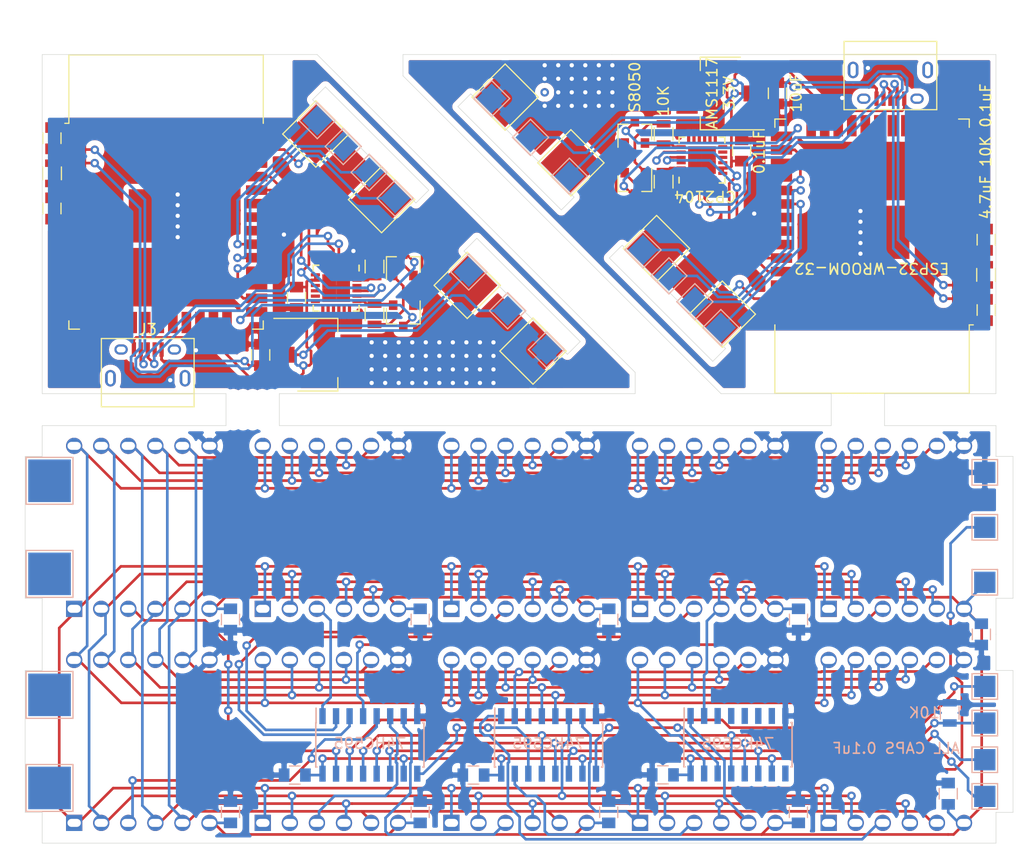
<source format=kicad_pcb>
(kicad_pcb (version 20171130) (host pcbnew "(5.1.5)-3")
  (layers (0 F.Cu signal) (31 B.Cu signal) (34 B.Paste user) (35 F.Paste user) (36 B.SilkS user) (37 F.SilkS user) (38 B.Mask user) (39 F.Mask user) (44 Edge.Cuts user))
  (net 0 "")
  (net 1 GND)
  (net 2 +5V)
  (net 3 +3V3)
  (net 4 EN)
  (net 5 "Net-(J3-Pad2)")
  (net 6 "Net-(J3-Pad3)")
  (net 7 "Net-(J3-Pad4)")
  (net 8 "Net-(Q1-Pad1)")
  (net 9 RTS)
  (net 10 IO0)
  (net 11 DTR)
  (net 12 "Net-(Q2-Pad1)")
  (net 13 OE)
  (net 14 SDA)
  (net 15 SCL)
  (net 16 LATCH)
  (net 17 "Net-(TP15-Pad1)")
  (net 18 "Net-(TP16-Pad1)")
  (net 19 "Net-(TP17-Pad1)")
  (net 20 "Net-(TP18-Pad1)")
  (net 21 "Net-(TP19-Pad1)")
  (net 22 "Net-(TP20-Pad1)")
  (net 23 "Net-(TP21-Pad1)")
  (net 24 "Net-(TP22-Pad1)")
  (net 25 D5)
  (net 26 D4)
  (net 27 WR0)
  (net 28 A1)
  (net 29 A0)
  (net 30 D0)
  (net 31 D1)
  (net 32 D2)
  (net 33 D3)
  (net 34 D6)
  (net 35 WR1)
  (net 36 WR2)
  (net 37 WR3)
  (net 38 WR4)
  (net 39 WR5)
  (net 40 WR6)
  (net 41 WR7)
  (net 42 WR8)
  (net 43 WR9)
  (net 44 "Net-(U11-Pad9)")
  (net 45 "Net-(U12-Pad9)")
  (net 46 "Net-(U13-Pad3)")
  (net 47 "Net-(U13-Pad4)")
  (net 48 "Net-(U13-Pad5)")
  (net 49 "Net-(U13-Pad6)")
  (net 50 "Net-(U13-Pad7)")
  (net 51 "Net-(U13-Pad9)")
  (net 52 "Net-(U14-Pad25)")
  (net 53 "Net-(U14-Pad24)")
  (net 54 "Net-(U14-Pad22)")
  (net 55 RX)
  (net 56 TX)
  (net 57 "Net-(U14-Pad18)")
  (net 58 "Net-(U14-Pad17)")
  (net 59 "Net-(U14-Pad16)")
  (net 60 "Net-(U14-Pad15)")
  (net 61 "Net-(U14-Pad14)")
  (net 62 "Net-(U14-Pad13)")
  (net 63 "Net-(U14-Pad12)")
  (net 64 "Net-(U14-Pad11)")
  (net 65 "Net-(U14-Pad10)")
  (net 66 "Net-(U14-Pad9)")
  (net 67 "Net-(U14-Pad5)")
  (net 68 "Net-(U14-Pad1)")
  (net 69 "Net-(U15-Pad4)")
  (net 70 "Net-(U15-Pad5)")
  (net 71 "Net-(U15-Pad6)")
  (net 72 "Net-(U15-Pad7)")
  (net 73 "Net-(U15-Pad8)")
  (net 74 "Net-(U15-Pad9)")
  (net 75 "Net-(U15-Pad10)")
  (net 76 "Net-(U15-Pad11)")
  (net 77 "Net-(U15-Pad12)")
  (net 78 "Net-(U15-Pad14)")
  (net 79 "Net-(U15-Pad16)")
  (net 80 "Net-(U15-Pad17)")
  (net 81 "Net-(U15-Pad18)")
  (net 82 "Net-(U15-Pad19)")
  (net 83 "Net-(U15-Pad20)")
  (net 84 "Net-(U15-Pad21)")
  (net 85 "Net-(U15-Pad22)")
  (net 86 "Net-(U15-Pad24)")
  (net 87 "Net-(U15-Pad28)")
  (net 88 "Net-(U15-Pad31)")
  (net 89 "Net-(U15-Pad32)")
  (net 90 "Net-(U15-Pad33)")
  (net 91 "Net-(U15-Pad36)")
  (net 92 "Net-(U15-Pad13)")
  (net 93 "Net-(U15-Pad23)")
  (net 94 "Net-(U15-Pad27)")
  (module Mounting_Holes:MountingHole_2.2mm_M2 (layer F.Cu) (at 139.54 96.49)
    (fp_text reference REF** hide)
    (fp_text value MountingHole_2.2mm_M2)
    (pad "" np_thru_hole circle (at 0 0) (size 0.5 0.5) (drill 0.5) (layers *.Cu *.Mask))
  )
  (module Mounting_Holes:MountingHole_2.2mm_M2 (layer F.Cu) (at 142.24 96.49)
    (fp_text reference REF** hide)
    (fp_text value MountingHole_2.2mm_M2)
    (pad "" np_thru_hole circle (at 0 0) (size 0.5 0.5) (drill 0.5) (layers *.Cu *.Mask))
  )
  (module Mounting_Holes:MountingHole_2.2mm_M2 (layer F.Cu) (at 140.44 96.49)
    (fp_text reference REF** hide)
    (fp_text value MountingHole_2.2mm_M2)
    (pad "" np_thru_hole circle (at 0 0) (size 0.5 0.5) (drill 0.5) (layers *.Cu *.Mask))
  )
  (module Mounting_Holes:MountingHole_2.2mm_M2 (layer F.Cu) (at 138.64 96.49)
    (fp_text reference REF** hide)
    (fp_text value MountingHole_2.2mm_M2)
    (pad "" np_thru_hole circle (at 0 0) (size 0.5 0.5) (drill 0.5) (layers *.Cu *.Mask))
  )
  (module Mounting_Holes:MountingHole_2.2mm_M2 (layer F.Cu) (at 141.34 96.49)
    (fp_text reference REF** hide)
    (fp_text value MountingHole_2.2mm_M2)
    (pad "" np_thru_hole circle (at 0 0) (size 0.5 0.5) (drill 0.5) (layers *.Cu *.Mask))
  )
  (module Mounting_Holes:MountingHole_2.2mm_M2 (layer F.Cu) (at 139.55 98.87)
    (fp_text reference REF** hide)
    (fp_text value MountingHole_2.2mm_M2)
    (pad "" np_thru_hole circle (at 0 0) (size 0.5 0.5) (drill 0.5) (layers *.Cu *.Mask))
  )
  (module Mounting_Holes:MountingHole_2.2mm_M2 (layer F.Cu) (at 138.65 98.87)
    (fp_text reference REF** hide)
    (fp_text value MountingHole_2.2mm_M2)
    (pad "" np_thru_hole circle (at 0 0) (size 0.5 0.5) (drill 0.5) (layers *.Cu *.Mask))
  )
  (module Mounting_Holes:MountingHole_2.2mm_M2 (layer F.Cu) (at 141.35 98.87)
    (fp_text reference REF** hide)
    (fp_text value MountingHole_2.2mm_M2)
    (pad "" np_thru_hole circle (at 0 0) (size 0.5 0.5) (drill 0.5) (layers *.Cu *.Mask))
  )
  (module Mounting_Holes:MountingHole_2.2mm_M2 (layer F.Cu) (at 142.25 98.87)
    (fp_text reference REF** hide)
    (fp_text value MountingHole_2.2mm_M2)
    (pad "" np_thru_hole circle (at 0 0) (size 0.5 0.5) (drill 0.5) (layers *.Cu *.Mask))
  )
  (module Mounting_Holes:MountingHole_2.2mm_M2 (layer F.Cu) (at 140.45 98.87)
    (fp_text reference REF** hide)
    (fp_text value MountingHole_2.2mm_M2)
    (pad "" np_thru_hole circle (at 0 0) (size 0.5 0.5) (drill 0.5) (layers *.Cu *.Mask))
  )
  (module Mounting_Holes:MountingHole_2.2mm_M2 (layer F.Cu) (at 84.56 98.86)
    (fp_text reference REF** hide)
    (fp_text value MountingHole_2.2mm_M2)
    (pad "" np_thru_hole circle (at 0 0) (size 0.5 0.5) (drill 0.5) (layers *.Cu *.Mask))
  )
  (module Mounting_Holes:MountingHole_2.2mm_M2 (layer F.Cu) (at 82.76 98.86)
    (fp_text reference REF** hide)
    (fp_text value MountingHole_2.2mm_M2)
    (pad "" np_thru_hole circle (at 0 0) (size 0.5 0.5) (drill 0.5) (layers *.Cu *.Mask))
  )
  (module Mounting_Holes:MountingHole_2.2mm_M2 (layer F.Cu) (at 85.46 98.86)
    (fp_text reference REF** hide)
    (fp_text value MountingHole_2.2mm_M2)
    (pad "" np_thru_hole circle (at 0 0) (size 0.5 0.5) (drill 0.5) (layers *.Cu *.Mask))
  )
  (module Mounting_Holes:MountingHole_2.2mm_M2 (layer F.Cu) (at 83.66 98.86)
    (fp_text reference REF** hide)
    (fp_text value MountingHole_2.2mm_M2)
    (pad "" np_thru_hole circle (at 0 0) (size 0.5 0.5) (drill 0.5) (layers *.Cu *.Mask))
  )
  (module Mounting_Holes:MountingHole_2.2mm_M2 (layer F.Cu) (at 81.86 98.86)
    (fp_text reference REF** hide)
    (fp_text value MountingHole_2.2mm_M2)
    (pad "" np_thru_hole circle (at 0 0) (size 0.5 0.5) (drill 0.5) (layers *.Cu *.Mask))
  )
  (module Mounting_Holes:MountingHole_2.2mm_M2 (layer F.Cu) (at 85.46 96.46)
    (fp_text reference REF** hide)
    (fp_text value MountingHole_2.2mm_M2)
    (pad "" np_thru_hole circle (at 0 0) (size 0.5 0.5) (drill 0.5) (layers *.Cu *.Mask))
  )
  (module Mounting_Holes:MountingHole_2.2mm_M2 (layer F.Cu) (at 84.56 96.46)
    (fp_text reference REF** hide)
    (fp_text value MountingHole_2.2mm_M2)
    (pad "" np_thru_hole circle (at 0 0) (size 0.5 0.5) (drill 0.5) (layers *.Cu *.Mask))
  )
  (module Mounting_Holes:MountingHole_2.2mm_M2 (layer F.Cu) (at 83.66 96.46)
    (fp_text reference REF** hide)
    (fp_text value MountingHole_2.2mm_M2)
    (pad "" np_thru_hole circle (at 0 0) (size 0.5 0.5) (drill 0.5) (layers *.Cu *.Mask))
  )
  (module Mounting_Holes:MountingHole_2.2mm_M2 (layer F.Cu) (at 82.76 96.46)
    (fp_text reference REF** hide)
    (fp_text value MountingHole_2.2mm_M2)
    (pad "" np_thru_hole circle (at 0 0) (size 0.5 0.5) (drill 0.5) (layers *.Cu *.Mask))
  )
  (module Mounting_Holes:MountingHole_2.2mm_M2 (layer F.Cu) (at 81.86 96.46)
    (fp_text reference REF** hide)
    (fp_text value MountingHole_2.2mm_M2)
    (pad "" np_thru_hole circle (at 0 0) (size 0.5 0.5) (drill 0.5) (layers *.Cu *.Mask))
  )
  (module TestPoint:TestPoint_Pad_4.0x4.0mm (layer F.Cu) (at 109.965025 92.162523 315)
    (fp_text reference TP22 hide)
    (fp_text value "Mount Point")
    (pad 1 smd rect (at 0 0 315) (size 4 4) (layers F.Cu F.Mask) (net 24 "Net-(TP22-Pad1)"))
  )
  (module Connectors:USB_Micro-B (layer F.Cu) (at 73.815025 93.362523)
    (fp_text reference J3 (at 0 -3.24) (layer F.SilkS))
    (fp_text value USB_B_Micro)
    (pad 1 smd rect (at -1.3 -1.35 90) (size 1.35 0.4) (layers F.Cu F.Paste F.Mask) (net 2 +5V))
    (pad 2 smd rect (at -0.65 -1.35 90) (size 1.35 0.4) (layers F.Cu F.Paste F.Mask) (net 5 "Net-(J3-Pad2)"))
    (pad 3 smd rect (at 0 -1.35 90) (size 1.35 0.4) (layers F.Cu F.Paste F.Mask) (net 6 "Net-(J3-Pad3)"))
    (pad 4 smd rect (at 0.65 -1.35 90) (size 1.35 0.4) (layers F.Cu F.Paste F.Mask) (net 7 "Net-(J3-Pad4)"))
    (pad 5 smd rect (at 1.3 -1.35 90) (size 1.35 0.4) (layers F.Cu F.Paste F.Mask) (net 1 GND))
    (pad "" thru_hole oval (at -2.5 -1.35 90) (size 0.95 1.25) (drill oval 0.55 0.85) (layers *.Cu *.Mask))
    (pad "" thru_hole oval (at 2.5 -1.35 90) (size 0.95 1.25) (drill oval 0.55 0.85) (layers *.Cu *.Mask))
    (pad "" thru_hole oval (at -3.5 1.35 90) (size 1.55 1) (drill oval 1.15 0.5) (layers *.Cu *.Mask))
    (pad "" thru_hole oval (at 3.5 1.35 90) (size 1.55 1) (drill oval 1.15 0.5) (layers *.Cu *.Mask))
  )
  (module TestPoint:TestPoint_Pad_4.0x4.0mm (layer F.Cu) (at 95.755025 77.942523 315)
    (fp_text reference TP20 hide)
    (fp_text value "Mount Point")
    (pad 1 smd rect (at 0 0 315) (size 4 4) (layers F.Cu F.Mask) (net 22 "Net-(TP20-Pad1)"))
  )
  (module TestPoint:TestPoint_Pad_2.0x2.0mm (layer B.Cu) (at 92.161709 72.951707 45)
    (fp_text reference TP12 hide)
    (fp_text value TestPoint)
    (pad 1 smd rect (at 0 0 45) (size 2 2) (layers B.Cu B.Mask) (net 16 LATCH))
  )
  (module TestPoint:TestPoint_Pad_2.0x2.0mm (layer B.Cu) (at 103.934989 84.730702 45)
    (fp_text reference TP2 hide)
    (fp_text value TestPoint)
    (pad 1 smd rect (at 0 0 45) (size 2 2) (layers B.Cu B.Mask) (net 2 +5V))
  )
  (module TestPoint:TestPoint_Pad_2.0x2.0mm (layer B.Cu) (at 111.232332 92.028045 45)
    (fp_text reference TP6 hide)
    (fp_text value TestPoint)
    (pad 1 smd rect (at 0 0 45) (size 2 2) (layers B.Cu B.Mask) (net 1 GND))
  )
  (module TestPoint:TestPoint_Pad_2.0x2.0mm (layer B.Cu) (at 97.026603 77.816601 45)
    (fp_text reference TP8 hide)
    (fp_text value TestPoint)
    (pad 1 smd rect (at 0 0 45) (size 2 2) (layers B.Cu B.Mask) (net 14 SDA))
  )
  (module TestPoint:TestPoint_Pad_2.0x2.0mm (layer B.Cu) (at 107.58366 88.379373 45)
    (fp_text reference TP4 hide)
    (fp_text value TestPoint)
    (pad 1 smd rect (at 0 0 45) (size 2 2) (layers B.Cu B.Mask) (net 3 +3V3))
  )
  (module TestPoint:TestPoint_Pad_4.0x4.0mm (layer F.Cu) (at 89.585025 71.782523 315)
    (fp_text reference TP18 hide)
    (fp_text value "Mount Point")
    (pad 1 smd rect (at 0 0 315) (size 4 4) (layers F.Cu F.Mask) (net 20 "Net-(TP18-Pad1)"))
  )
  (module TestPoint:TestPoint_Pad_2.0x2.0mm (layer B.Cu) (at 94.595025 75.382523 45)
    (fp_text reference TP14 hide)
    (fp_text value TestPoint)
    (pad 1 smd rect (at 0 0 45) (size 2 2) (layers B.Cu B.Mask) (net 13 OE))
  )
  (module TestPoint:TestPoint_Pad_4.0x4.0mm (layer F.Cu) (at 103.795025 85.992523 315)
    (fp_text reference TP16 hide)
    (fp_text value "Mount Point")
    (pad 1 smd rect (at 0 0 315) (size 4 4) (layers F.Cu F.Mask) (net 18 "Net-(TP16-Pad1)"))
  )
  (module TestPoint:TestPoint_Pad_2.0x2.0mm (layer B.Cu) (at 89.725025 70.522523 45)
    (fp_text reference TP10 hide)
    (fp_text value TestPoint)
    (pad 1 smd rect (at 0 0 45) (size 2 2) (layers B.Cu B.Mask) (net 15 SCL))
  )
  (module Resistors_SMD:R_0805 (layer F.Cu) (at 95.095025 84.222523 270)
    (fp_text reference R3 hide)
    (fp_text value 10K)
    (pad 1 smd rect (at -0.95 0 270) (size 0.7 1.3) (layers F.Cu F.Paste F.Mask) (net 8 "Net-(Q1-Pad1)"))
    (pad 2 smd rect (at 0.95 0 270) (size 0.7 1.3) (layers F.Cu F.Paste F.Mask) (net 11 DTR))
  )
  (module Resistors_SMD:R_0805 (layer F.Cu) (at 64.835025 75.472523 270)
    (fp_text reference R2 hide)
    (fp_text value 10K hide)
    (pad 2 smd rect (at 0.95 0 270) (size 0.7 1.3) (layers F.Cu F.Paste F.Mask) (net 4 EN))
    (pad 1 smd rect (at -0.95 0 270) (size 0.7 1.3) (layers F.Cu F.Paste F.Mask) (net 3 +3V3))
  )
  (module Capacitors_SMD:C_0805 (layer F.Cu) (at 84.415025 92.522523 90)
    (fp_text reference C17 hide)
    (fp_text value 10uF)
    (pad 2 smd rect (at 1 0 90) (size 1 1.25) (layers F.Cu F.Paste F.Mask) (net 1 GND))
    (pad 1 smd rect (at -1 0 90) (size 1 1.25) (layers F.Cu F.Paste F.Mask) (net 3 +3V3))
  )
  (module Capacitors_SMD:C_0805 (layer F.Cu) (at 64.825025 72.172523 270)
    (fp_text reference C11 hide)
    (fp_text value 4.7uF)
    (pad 1 smd rect (at -1 0 270) (size 1 1.25) (layers F.Cu F.Paste F.Mask) (net 1 GND))
    (pad 2 smd rect (at 1 0 270) (size 1 1.25) (layers F.Cu F.Paste F.Mask) (net 3 +3V3))
  )
  (module Capacitors_SMD:C_0805 (layer F.Cu) (at 64.825025 78.772523 270)
    (fp_text reference C12 hide)
    (fp_text value 0.1uF hide)
    (pad 1 smd rect (at -1 0 270) (size 1 1.25) (layers F.Cu F.Paste F.Mask) (net 4 EN))
    (pad 2 smd rect (at 1 0 270) (size 1 1.25) (layers F.Cu F.Paste F.Mask) (net 1 GND))
  )
  (module TO_SOT_Packages_SMD:SOT-23 (layer F.Cu) (at 97.795025 88.852523 270)
    (fp_text reference Q1 hide)
    (fp_text value S8050)
    (pad 1 smd rect (at -1 -0.95 270) (size 0.9 0.8) (layers F.Cu F.Paste F.Mask) (net 8 "Net-(Q1-Pad1)"))
    (pad 2 smd rect (at -1 0.95 270) (size 0.9 0.8) (layers F.Cu F.Paste F.Mask) (net 9 RTS))
    (pad 3 smd rect (at 1 0 270) (size 0.9 0.8) (layers F.Cu F.Paste F.Mask) (net 4 EN))
  )
  (module Capacitors_SMD:C_0805 (layer F.Cu) (at 87.775025 87.152523 90)
    (fp_text reference C13 hide)
    (fp_text value 0.1uF)
    (pad 2 smd rect (at 1 0 90) (size 1 1.25) (layers F.Cu F.Paste F.Mask) (net 2 +5V))
    (pad 1 smd rect (at -1 0 90) (size 1 1.25) (layers F.Cu F.Paste F.Mask) (net 1 GND))
  )
  (module TO_SOT_Packages_SMD:SOT-23 (layer F.Cu) (at 97.795025 84.062523 90)
    (fp_text reference Q2 hide)
    (fp_text value S8050)
    (pad 3 smd rect (at 1 0 90) (size 0.9 0.8) (layers F.Cu F.Paste F.Mask) (net 10 IO0))
    (pad 2 smd rect (at -1 0.95 90) (size 0.9 0.8) (layers F.Cu F.Paste F.Mask) (net 11 DTR))
    (pad 1 smd rect (at -1 -0.95 90) (size 0.9 0.8) (layers F.Cu F.Paste F.Mask) (net 12 "Net-(Q2-Pad1)"))
  )
  (module TO_SOT_Packages_SMD:SOT-223 (layer F.Cu) (at 89.745025 92.502523)
    (fp_text reference U16 hide)
    (fp_text value AMS1117-3.3)
    (pad 1 smd rect (at -3.15 -2.3) (size 2 1.5) (layers F.Cu F.Paste F.Mask) (net 1 GND))
    (pad 3 smd rect (at -3.15 2.3) (size 2 1.5) (layers F.Cu F.Paste F.Mask) (net 2 +5V))
    (pad 2 smd rect (at -3.15 0) (size 2 1.5) (layers F.Cu F.Paste F.Mask) (net 3 +3V3))
    (pad 4 smd rect (at 3.15 0) (size 2 3.8) (layers F.Cu F.Paste F.Mask))
  )
  (module Housings_DFN_QFN:QFN-24-1EP_4x4mm_Pitch0.5mm (layer F.Cu) (at 91.495025 86.252523 270)
    (fp_text reference U14 hide)
    (fp_text value CP2104 hide)
    (pad 25 smd rect (at -0.65 -0.65 270) (size 1.3 1.3) (layers F.Cu F.Paste F.Mask) (net 52 "Net-(U14-Pad25)"))
    (pad 25 smd rect (at -0.65 0.65 270) (size 1.3 1.3) (layers F.Cu F.Paste F.Mask) (net 52 "Net-(U14-Pad25)"))
    (pad 25 smd rect (at 0.65 -0.65 270) (size 1.3 1.3) (layers F.Cu F.Paste F.Mask) (net 52 "Net-(U14-Pad25)"))
    (pad 25 smd rect (at 0.65 0.65 270) (size 1.3 1.3) (layers F.Cu F.Paste F.Mask) (net 52 "Net-(U14-Pad25)"))
    (pad 24 smd rect (at -1.25 -1.95) (size 0.85 0.3) (layers F.Cu F.Paste F.Mask) (net 53 "Net-(U14-Pad24)"))
    (pad 23 smd rect (at -0.75 -1.95) (size 0.85 0.3) (layers F.Cu F.Paste F.Mask) (net 11 DTR))
    (pad 22 smd rect (at -0.25 -1.95) (size 0.85 0.3) (layers F.Cu F.Paste F.Mask) (net 54 "Net-(U14-Pad22)"))
    (pad 21 smd rect (at 0.25 -1.95) (size 0.85 0.3) (layers F.Cu F.Paste F.Mask) (net 55 RX))
    (pad 20 smd rect (at 0.75 -1.95) (size 0.85 0.3) (layers F.Cu F.Paste F.Mask) (net 56 TX))
    (pad 19 smd rect (at 1.25 -1.95) (size 0.85 0.3) (layers F.Cu F.Paste F.Mask) (net 9 RTS))
    (pad 18 smd rect (at 1.95 -1.25 270) (size 0.85 0.3) (layers F.Cu F.Paste F.Mask) (net 57 "Net-(U14-Pad18)"))
    (pad 17 smd rect (at 1.95 -0.75 270) (size 0.85 0.3) (layers F.Cu F.Paste F.Mask) (net 58 "Net-(U14-Pad17)"))
    (pad 16 smd rect (at 1.95 -0.25 270) (size 0.85 0.3) (layers F.Cu F.Paste F.Mask) (net 59 "Net-(U14-Pad16)"))
    (pad 15 smd rect (at 1.95 0.25 270) (size 0.85 0.3) (layers F.Cu F.Paste F.Mask) (net 60 "Net-(U14-Pad15)"))
    (pad 14 smd rect (at 1.95 0.75 270) (size 0.85 0.3) (layers F.Cu F.Paste F.Mask) (net 61 "Net-(U14-Pad14)"))
    (pad 13 smd rect (at 1.95 1.25 270) (size 0.85 0.3) (layers F.Cu F.Paste F.Mask) (net 62 "Net-(U14-Pad13)"))
    (pad 12 smd rect (at 1.25 1.95) (size 0.85 0.3) (layers F.Cu F.Paste F.Mask) (net 63 "Net-(U14-Pad12)"))
    (pad 11 smd rect (at 0.75 1.95) (size 0.85 0.3) (layers F.Cu F.Paste F.Mask) (net 64 "Net-(U14-Pad11)"))
    (pad 10 smd rect (at 0.25 1.95) (size 0.85 0.3) (layers F.Cu F.Paste F.Mask) (net 65 "Net-(U14-Pad10)"))
    (pad 9 smd rect (at -0.25 1.95) (size 0.85 0.3) (layers F.Cu F.Paste F.Mask) (net 66 "Net-(U14-Pad9)"))
    (pad 8 smd rect (at -0.75 1.95) (size 0.85 0.3) (layers F.Cu F.Paste F.Mask) (net 2 +5V))
    (pad 7 smd rect (at -1.25 1.95) (size 0.85 0.3) (layers F.Cu F.Paste F.Mask) (net 2 +5V))
    (pad 6 smd rect (at -1.95 1.25 270) (size 0.85 0.3) (layers F.Cu F.Paste F.Mask) (net 67 "Net-(U14-Pad5)"))
    (pad 5 smd rect (at -1.95 0.75 270) (size 0.85 0.3) (layers F.Cu F.Paste F.Mask) (net 67 "Net-(U14-Pad5)"))
    (pad 4 smd rect (at -1.95 0.25 270) (size 0.85 0.3) (layers F.Cu F.Paste F.Mask) (net 5 "Net-(J3-Pad2)"))
    (pad 3 smd rect (at -1.95 -0.25 270) (size 0.85 0.3) (layers F.Cu F.Paste F.Mask) (net 6 "Net-(J3-Pad3)"))
    (pad 2 smd rect (at -1.95 -0.75 270) (size 0.85 0.3) (layers F.Cu F.Paste F.Mask) (net 1 GND))
    (pad 1 smd rect (at -1.95 -1.25 270) (size 0.85 0.3) (layers F.Cu F.Paste F.Mask) (net 68 "Net-(U14-Pad1)"))
  )
  (module Resistors_SMD:R_0805 (layer F.Cu) (at 95.095025 88.702523 90)
    (fp_text reference R4 hide)
    (fp_text value 10K)
    (pad 2 smd rect (at 0.95 0 90) (size 0.7 1.3) (layers F.Cu F.Paste F.Mask) (net 9 RTS))
    (pad 1 smd rect (at -0.95 0 90) (size 0.7 1.3) (layers F.Cu F.Paste F.Mask) (net 12 "Net-(Q2-Pad1)"))
  )
  (module RF_Module:ESP32-WROOM-32 (layer F.Cu) (at 75.535025 80.222523)
    (fp_text reference U15 hide)
    (fp_text value ESP32-WROOM-32D)
    (pad 39 smd rect (at -1 -0.755) (size 5 5) (layers F.Cu F.Paste F.Mask) (net 1 GND))
    (pad 1 smd rect (at -8.5 -8.255) (size 2 0.9) (layers F.Cu F.Paste F.Mask) (net 1 GND))
    (pad 2 smd rect (at -8.5 -6.985) (size 2 0.9) (layers F.Cu F.Paste F.Mask) (net 3 +3V3))
    (pad 3 smd rect (at -8.5 -5.715) (size 2 0.9) (layers F.Cu F.Paste F.Mask) (net 4 EN))
    (pad 4 smd rect (at -8.5 -4.445) (size 2 0.9) (layers F.Cu F.Paste F.Mask) (net 69 "Net-(U15-Pad4)"))
    (pad 5 smd rect (at -8.5 -3.175) (size 2 0.9) (layers F.Cu F.Paste F.Mask) (net 70 "Net-(U15-Pad5)"))
    (pad 6 smd rect (at -8.5 -1.905) (size 2 0.9) (layers F.Cu F.Paste F.Mask) (net 71 "Net-(U15-Pad6)"))
    (pad 7 smd rect (at -8.5 -0.635) (size 2 0.9) (layers F.Cu F.Paste F.Mask) (net 72 "Net-(U15-Pad7)"))
    (pad 8 smd rect (at -8.5 0.635) (size 2 0.9) (layers F.Cu F.Paste F.Mask) (net 73 "Net-(U15-Pad8)"))
    (pad 9 smd rect (at -8.5 1.905) (size 2 0.9) (layers F.Cu F.Paste F.Mask) (net 74 "Net-(U15-Pad9)"))
    (pad 10 smd rect (at -8.5 3.175) (size 2 0.9) (layers F.Cu F.Paste F.Mask) (net 75 "Net-(U15-Pad10)"))
    (pad 11 smd rect (at -8.5 4.445) (size 2 0.9) (layers F.Cu F.Paste F.Mask) (net 76 "Net-(U15-Pad11)"))
    (pad 12 smd rect (at -8.5 5.715) (size 2 0.9) (layers F.Cu F.Paste F.Mask) (net 77 "Net-(U15-Pad12)"))
    (pad 13 smd rect (at -8.5 6.985) (size 2 0.9) (layers F.Cu F.Paste F.Mask) (net 92 "Net-(U15-Pad13)"))
    (pad 14 smd rect (at -8.5 8.255) (size 2 0.9) (layers F.Cu F.Paste F.Mask) (net 78 "Net-(U15-Pad14)"))
    (pad 15 smd rect (at -5.715 9.255 90) (size 2 0.9) (layers F.Cu F.Paste F.Mask) (net 1 GND))
    (pad 16 smd rect (at -4.445 9.255 90) (size 2 0.9) (layers F.Cu F.Paste F.Mask) (net 79 "Net-(U15-Pad16)"))
    (pad 17 smd rect (at -3.175 9.255 90) (size 2 0.9) (layers F.Cu F.Paste F.Mask) (net 80 "Net-(U15-Pad17)"))
    (pad 18 smd rect (at -1.905 9.255 90) (size 2 0.9) (layers F.Cu F.Paste F.Mask) (net 81 "Net-(U15-Pad18)"))
    (pad 19 smd rect (at -0.635 9.255 90) (size 2 0.9) (layers F.Cu F.Paste F.Mask) (net 82 "Net-(U15-Pad19)"))
    (pad 20 smd rect (at 0.635 9.255 90) (size 2 0.9) (layers F.Cu F.Paste F.Mask) (net 83 "Net-(U15-Pad20)"))
    (pad 21 smd rect (at 1.905 9.255 90) (size 2 0.9) (layers F.Cu F.Paste F.Mask) (net 84 "Net-(U15-Pad21)"))
    (pad 22 smd rect (at 3.175 9.255 90) (size 2 0.9) (layers F.Cu F.Paste F.Mask) (net 85 "Net-(U15-Pad22)"))
    (pad 23 smd rect (at 4.445 9.255 90) (size 2 0.9) (layers F.Cu F.Paste F.Mask) (net 93 "Net-(U15-Pad23)"))
    (pad 24 smd rect (at 5.715 9.255 90) (size 2 0.9) (layers F.Cu F.Paste F.Mask) (net 86 "Net-(U15-Pad24)"))
    (pad 25 smd rect (at 8.5 8.255) (size 2 0.9) (layers F.Cu F.Paste F.Mask) (net 10 IO0))
    (pad 26 smd rect (at 8.5 6.985) (size 2 0.9) (layers F.Cu F.Paste F.Mask) (net 13 OE))
    (pad 27 smd rect (at 8.5 5.715) (size 2 0.9) (layers F.Cu F.Paste F.Mask) (net 94 "Net-(U15-Pad27)"))
    (pad 28 smd rect (at 8.5 4.445) (size 2 0.9) (layers F.Cu F.Paste F.Mask) (net 87 "Net-(U15-Pad28)"))
    (pad 29 smd rect (at 8.5 3.175) (size 2 0.9) (layers F.Cu F.Paste F.Mask) (net 16 LATCH))
    (pad 30 smd rect (at 8.5 1.905) (size 2 0.9) (layers F.Cu F.Paste F.Mask) (net 15 SCL))
    (pad 31 smd rect (at 8.5 0.635) (size 2 0.9) (layers F.Cu F.Paste F.Mask) (net 88 "Net-(U15-Pad31)"))
    (pad 32 smd rect (at 8.5 -0.635) (size 2 0.9) (layers F.Cu F.Paste F.Mask) (net 89 "Net-(U15-Pad32)"))
    (pad 33 smd rect (at 8.5 -1.905) (size 2 0.9) (layers F.Cu F.Paste F.Mask) (net 90 "Net-(U15-Pad33)"))
    (pad 34 smd rect (at 8.5 -3.175) (size 2 0.9) (layers F.Cu F.Paste F.Mask) (net 55 RX))
    (pad 35 smd rect (at 8.5 -4.445) (size 2 0.9) (layers F.Cu F.Paste F.Mask) (net 56 TX))
    (pad 36 smd rect (at 8.5 -5.715) (size 2 0.9) (layers F.Cu F.Paste F.Mask) (net 91 "Net-(U15-Pad36)"))
    (pad 37 smd rect (at 8.5 -6.985) (size 2 0.9) (layers F.Cu F.Paste F.Mask) (net 14 SDA))
    (pad 38 smd rect (at 8.5 -8.255) (size 2 0.9) (layers F.Cu F.Paste F.Mask) (net 1 GND))
  )
  (module Connectors:USB_Micro-B (layer F.Cu) (at 143.502474 67.115024 180)
    (fp_text reference J3 hide)
    (fp_text value USB_B_Micro)
    (pad "" thru_hole oval (at 3.5 1.35 270) (size 1.55 1) (drill oval 1.15 0.5) (layers *.Cu *.Mask))
    (pad "" thru_hole oval (at -3.5 1.35 270) (size 1.55 1) (drill oval 1.15 0.5) (layers *.Cu *.Mask))
    (pad "" thru_hole oval (at 2.5 -1.35 270) (size 0.95 1.25) (drill oval 0.55 0.85) (layers *.Cu *.Mask))
    (pad "" thru_hole oval (at -2.5 -1.35 270) (size 0.95 1.25) (drill oval 0.55 0.85) (layers *.Cu *.Mask))
    (pad 5 smd rect (at 1.3 -1.35 270) (size 1.35 0.4) (layers F.Cu F.Paste F.Mask) (net 1 GND))
    (pad 4 smd rect (at 0.65 -1.35 270) (size 1.35 0.4) (layers F.Cu F.Paste F.Mask) (net 7 "Net-(J3-Pad4)"))
    (pad 3 smd rect (at 0 -1.35 270) (size 1.35 0.4) (layers F.Cu F.Paste F.Mask) (net 6 "Net-(J3-Pad3)"))
    (pad 2 smd rect (at -0.65 -1.35 270) (size 1.35 0.4) (layers F.Cu F.Paste F.Mask) (net 5 "Net-(J3-Pad2)"))
    (pad 1 smd rect (at -1.3 -1.35 270) (size 1.35 0.4) (layers F.Cu F.Paste F.Mask) (net 2 +5V))
  )
  (module TestPoint:TestPoint_Pad_2.0x2.0mm (layer B.Cu) (at 113.38251 75.746845 225)
    (fp_text reference TP2 hide)
    (fp_text value TestPoint)
    (pad 1 smd rect (at 0 0 225) (size 2 2) (layers B.Cu B.Mask) (net 2 +5V))
  )
  (module DL1414:HPDLDL-1414 (layer F.Cu) (at 64.51 116.36)
    (fp_text reference U1 hide)
    (fp_text value HPDL1414)
    (pad 12 thru_hole circle (at 2.4 -15.3 180) (size 1.524 1.524) (drill oval 1.25 0.75) (layers *.Cu *.Mask) (net 34 D6))
    (pad 11 thru_hole circle (at 4.94 -15.3 180) (size 1.524 1.524) (drill oval 1.25 0.75) (layers *.Cu *.Mask) (net 33 D3))
    (pad 10 thru_hole circle (at 7.48 -15.3 180) (size 1.524 1.524) (drill oval 1.25 0.75) (layers *.Cu *.Mask) (net 32 D2))
    (pad 9 thru_hole circle (at 10.02 -15.3 180) (size 1.524 1.524) (drill oval 1.25 0.75) (layers *.Cu *.Mask) (net 31 D1))
    (pad 8 thru_hole circle (at 12.56 -15.3 180) (size 1.524 1.524) (drill oval 1.25 0.75) (layers *.Cu *.Mask) (net 30 D0))
    (pad 7 thru_hole circle (at 15.1 -15.3 180) (size 1.524 1.524) (drill oval 1.25 0.75) (layers *.Cu *.Mask) (net 1 GND))
    (pad 6 thru_hole circle (at 15.1 0) (size 1.524 1.524) (drill oval 1.25 0.75) (layers *.Cu *.Mask) (net 2 +5V))
    (pad 5 thru_hole circle (at 12.56 0) (size 1.524 1.524) (drill oval 1.25 0.75) (layers *.Cu *.Mask) (net 29 A0))
    (pad 4 thru_hole circle (at 10.02 0) (size 1.524 1.524) (drill oval 1.25 0.75) (layers *.Cu *.Mask) (net 28 A1))
    (pad 3 thru_hole circle (at 7.48 0) (size 1.524 1.524) (drill oval 1.25 0.75) (layers *.Cu *.Mask) (net 27 WR0))
    (pad 2 thru_hole circle (at 4.94 0) (size 1.524 1.524) (drill oval 1.25 0.75) (layers *.Cu *.Mask) (net 26 D4))
    (pad 1 thru_hole rect (at 2.4 0) (size 1.524 1.524) (drill oval 1.25 0.75) (layers *.Cu *.Mask) (net 25 D5))
  )
  (module DL1414:HPDLDL-1414 (layer F.Cu) (at 82.21 116.36)
    (fp_text reference U2 hide)
    (fp_text value HPDL1414)
    (pad 12 thru_hole circle (at 2.4 -15.3 180) (size 1.524 1.524) (drill oval 1.25 0.75) (layers *.Cu *.Mask) (net 34 D6))
    (pad 11 thru_hole circle (at 4.94 -15.3 180) (size 1.524 1.524) (drill oval 1.25 0.75) (layers *.Cu *.Mask) (net 33 D3))
    (pad 10 thru_hole circle (at 7.48 -15.3 180) (size 1.524 1.524) (drill oval 1.25 0.75) (layers *.Cu *.Mask) (net 32 D2))
    (pad 9 thru_hole circle (at 10.02 -15.3 180) (size 1.524 1.524) (drill oval 1.25 0.75) (layers *.Cu *.Mask) (net 31 D1))
    (pad 8 thru_hole circle (at 12.56 -15.3 180) (size 1.524 1.524) (drill oval 1.25 0.75) (layers *.Cu *.Mask) (net 30 D0))
    (pad 7 thru_hole circle (at 15.1 -15.3 180) (size 1.524 1.524) (drill oval 1.25 0.75) (layers *.Cu *.Mask) (net 1 GND))
    (pad 6 thru_hole circle (at 15.1 0) (size 1.524 1.524) (drill oval 1.25 0.75) (layers *.Cu *.Mask) (net 2 +5V))
    (pad 5 thru_hole circle (at 12.56 0) (size 1.524 1.524) (drill oval 1.25 0.75) (layers *.Cu *.Mask) (net 29 A0))
    (pad 4 thru_hole circle (at 10.02 0) (size 1.524 1.524) (drill oval 1.25 0.75) (layers *.Cu *.Mask) (net 28 A1))
    (pad 3 thru_hole circle (at 7.48 0) (size 1.524 1.524) (drill oval 1.25 0.75) (layers *.Cu *.Mask) (net 35 WR1))
    (pad 2 thru_hole circle (at 4.94 0) (size 1.524 1.524) (drill oval 1.25 0.75) (layers *.Cu *.Mask) (net 26 D4))
    (pad 1 thru_hole rect (at 2.4 0) (size 1.524 1.524) (drill oval 1.25 0.75) (layers *.Cu *.Mask) (net 25 D5))
  )
  (module DL1414:HPDLDL-1414 (layer F.Cu) (at 99.91 116.36)
    (fp_text reference U3 hide)
    (fp_text value HPDL1414)
    (pad 12 thru_hole circle (at 2.4 -15.3 180) (size 1.524 1.524) (drill oval 1.25 0.75) (layers *.Cu *.Mask) (net 34 D6))
    (pad 11 thru_hole circle (at 4.94 -15.3 180) (size 1.524 1.524) (drill oval 1.25 0.75) (layers *.Cu *.Mask) (net 33 D3))
    (pad 10 thru_hole circle (at 7.48 -15.3 180) (size 1.524 1.524) (drill oval 1.25 0.75) (layers *.Cu *.Mask) (net 32 D2))
    (pad 9 thru_hole circle (at 10.02 -15.3 180) (size 1.524 1.524) (drill oval 1.25 0.75) (layers *.Cu *.Mask) (net 31 D1))
    (pad 8 thru_hole circle (at 12.56 -15.3 180) (size 1.524 1.524) (drill oval 1.25 0.75) (layers *.Cu *.Mask) (net 30 D0))
    (pad 7 thru_hole circle (at 15.1 -15.3 180) (size 1.524 1.524) (drill oval 1.25 0.75) (layers *.Cu *.Mask) (net 1 GND))
    (pad 6 thru_hole circle (at 15.1 0) (size 1.524 1.524) (drill oval 1.25 0.75) (layers *.Cu *.Mask) (net 2 +5V))
    (pad 5 thru_hole circle (at 12.56 0) (size 1.524 1.524) (drill oval 1.25 0.75) (layers *.Cu *.Mask) (net 29 A0))
    (pad 4 thru_hole circle (at 10.02 0) (size 1.524 1.524) (drill oval 1.25 0.75) (layers *.Cu *.Mask) (net 28 A1))
    (pad 3 thru_hole circle (at 7.48 0) (size 1.524 1.524) (drill oval 1.25 0.75) (layers *.Cu *.Mask) (net 36 WR2))
    (pad 2 thru_hole circle (at 4.94 0) (size 1.524 1.524) (drill oval 1.25 0.75) (layers *.Cu *.Mask) (net 26 D4))
    (pad 1 thru_hole rect (at 2.4 0) (size 1.524 1.524) (drill oval 1.25 0.75) (layers *.Cu *.Mask) (net 25 D5))
  )
  (module DL1414:HPDLDL-1414 (layer F.Cu) (at 117.61 116.36)
    (fp_text reference U4 hide)
    (fp_text value HPDL1414)
    (pad 12 thru_hole circle (at 2.4 -15.3 180) (size 1.524 1.524) (drill oval 1.25 0.75) (layers *.Cu *.Mask) (net 34 D6))
    (pad 11 thru_hole circle (at 4.94 -15.3 180) (size 1.524 1.524) (drill oval 1.25 0.75) (layers *.Cu *.Mask) (net 33 D3))
    (pad 10 thru_hole circle (at 7.48 -15.3 180) (size 1.524 1.524) (drill oval 1.25 0.75) (layers *.Cu *.Mask) (net 32 D2))
    (pad 9 thru_hole circle (at 10.02 -15.3 180) (size 1.524 1.524) (drill oval 1.25 0.75) (layers *.Cu *.Mask) (net 31 D1))
    (pad 8 thru_hole circle (at 12.56 -15.3 180) (size 1.524 1.524) (drill oval 1.25 0.75) (layers *.Cu *.Mask) (net 30 D0))
    (pad 7 thru_hole circle (at 15.1 -15.3 180) (size 1.524 1.524) (drill oval 1.25 0.75) (layers *.Cu *.Mask) (net 1 GND))
    (pad 6 thru_hole circle (at 15.1 0) (size 1.524 1.524) (drill oval 1.25 0.75) (layers *.Cu *.Mask) (net 2 +5V))
    (pad 5 thru_hole circle (at 12.56 0) (size 1.524 1.524) (drill oval 1.25 0.75) (layers *.Cu *.Mask) (net 29 A0))
    (pad 4 thru_hole circle (at 10.02 0) (size 1.524 1.524) (drill oval 1.25 0.75) (layers *.Cu *.Mask) (net 28 A1))
    (pad 3 thru_hole circle (at 7.48 0) (size 1.524 1.524) (drill oval 1.25 0.75) (layers *.Cu *.Mask) (net 37 WR3))
    (pad 2 thru_hole circle (at 4.94 0) (size 1.524 1.524) (drill oval 1.25 0.75) (layers *.Cu *.Mask) (net 26 D4))
    (pad 1 thru_hole rect (at 2.4 0) (size 1.524 1.524) (drill oval 1.25 0.75) (layers *.Cu *.Mask) (net 25 D5))
  )
  (module DL1414:HPDLDL-1414 (layer F.Cu) (at 135.31 116.36)
    (fp_text reference U5 hide)
    (fp_text value HPDL1414)
    (pad 12 thru_hole circle (at 2.4 -15.3 180) (size 1.524 1.524) (drill oval 1.25 0.75) (layers *.Cu *.Mask) (net 34 D6))
    (pad 11 thru_hole circle (at 4.94 -15.3 180) (size 1.524 1.524) (drill oval 1.25 0.75) (layers *.Cu *.Mask) (net 33 D3))
    (pad 10 thru_hole circle (at 7.48 -15.3 180) (size 1.524 1.524) (drill oval 1.25 0.75) (layers *.Cu *.Mask) (net 32 D2))
    (pad 9 thru_hole circle (at 10.02 -15.3 180) (size 1.524 1.524) (drill oval 1.25 0.75) (layers *.Cu *.Mask) (net 31 D1))
    (pad 8 thru_hole circle (at 12.56 -15.3 180) (size 1.524 1.524) (drill oval 1.25 0.75) (layers *.Cu *.Mask) (net 30 D0))
    (pad 7 thru_hole circle (at 15.1 -15.3 180) (size 1.524 1.524) (drill oval 1.25 0.75) (layers *.Cu *.Mask) (net 1 GND))
    (pad 6 thru_hole circle (at 15.1 0) (size 1.524 1.524) (drill oval 1.25 0.75) (layers *.Cu *.Mask) (net 2 +5V))
    (pad 5 thru_hole circle (at 12.56 0) (size 1.524 1.524) (drill oval 1.25 0.75) (layers *.Cu *.Mask) (net 29 A0))
    (pad 4 thru_hole circle (at 10.02 0) (size 1.524 1.524) (drill oval 1.25 0.75) (layers *.Cu *.Mask) (net 28 A1))
    (pad 3 thru_hole circle (at 7.48 0) (size 1.524 1.524) (drill oval 1.25 0.75) (layers *.Cu *.Mask) (net 38 WR4))
    (pad 2 thru_hole circle (at 4.94 0) (size 1.524 1.524) (drill oval 1.25 0.75) (layers *.Cu *.Mask) (net 26 D4))
    (pad 1 thru_hole rect (at 2.4 0) (size 1.524 1.524) (drill oval 1.25 0.75) (layers *.Cu *.Mask) (net 25 D5))
  )
  (module DL1414:HPDLDL-1414 (layer F.Cu) (at 135.31 136.46)
    (fp_text reference U10 hide)
    (fp_text value HPDL1414)
    (pad 12 thru_hole circle (at 2.4 -15.3 180) (size 1.524 1.524) (drill oval 1.25 0.75) (layers *.Cu *.Mask) (net 34 D6))
    (pad 11 thru_hole circle (at 4.94 -15.3 180) (size 1.524 1.524) (drill oval 1.25 0.75) (layers *.Cu *.Mask) (net 33 D3))
    (pad 10 thru_hole circle (at 7.48 -15.3 180) (size 1.524 1.524) (drill oval 1.25 0.75) (layers *.Cu *.Mask) (net 32 D2))
    (pad 9 thru_hole circle (at 10.02 -15.3 180) (size 1.524 1.524) (drill oval 1.25 0.75) (layers *.Cu *.Mask) (net 31 D1))
    (pad 8 thru_hole circle (at 12.56 -15.3 180) (size 1.524 1.524) (drill oval 1.25 0.75) (layers *.Cu *.Mask) (net 30 D0))
    (pad 7 thru_hole circle (at 15.1 -15.3 180) (size 1.524 1.524) (drill oval 1.25 0.75) (layers *.Cu *.Mask) (net 1 GND))
    (pad 6 thru_hole circle (at 15.1 0) (size 1.524 1.524) (drill oval 1.25 0.75) (layers *.Cu *.Mask) (net 2 +5V))
    (pad 5 thru_hole circle (at 12.56 0) (size 1.524 1.524) (drill oval 1.25 0.75) (layers *.Cu *.Mask) (net 29 A0))
    (pad 4 thru_hole circle (at 10.02 0) (size 1.524 1.524) (drill oval 1.25 0.75) (layers *.Cu *.Mask) (net 28 A1))
    (pad 3 thru_hole circle (at 7.48 0) (size 1.524 1.524) (drill oval 1.25 0.75) (layers *.Cu *.Mask) (net 43 WR9))
    (pad 2 thru_hole circle (at 4.94 0) (size 1.524 1.524) (drill oval 1.25 0.75) (layers *.Cu *.Mask) (net 26 D4))
    (pad 1 thru_hole rect (at 2.4 0) (size 1.524 1.524) (drill oval 1.25 0.75) (layers *.Cu *.Mask) (net 25 D5))
  )
  (module DL1414:HPDLDL-1414 (layer F.Cu) (at 117.61 136.46)
    (fp_text reference U9 hide)
    (fp_text value HPDL1414)
    (pad 12 thru_hole circle (at 2.4 -15.3 180) (size 1.524 1.524) (drill oval 1.25 0.75) (layers *.Cu *.Mask) (net 34 D6))
    (pad 11 thru_hole circle (at 4.94 -15.3 180) (size 1.524 1.524) (drill oval 1.25 0.75) (layers *.Cu *.Mask) (net 33 D3))
    (pad 10 thru_hole circle (at 7.48 -15.3 180) (size 1.524 1.524) (drill oval 1.25 0.75) (layers *.Cu *.Mask) (net 32 D2))
    (pad 9 thru_hole circle (at 10.02 -15.3 180) (size 1.524 1.524) (drill oval 1.25 0.75) (layers *.Cu *.Mask) (net 31 D1))
    (pad 8 thru_hole circle (at 12.56 -15.3 180) (size 1.524 1.524) (drill oval 1.25 0.75) (layers *.Cu *.Mask) (net 30 D0))
    (pad 7 thru_hole circle (at 15.1 -15.3 180) (size 1.524 1.524) (drill oval 1.25 0.75) (layers *.Cu *.Mask) (net 1 GND))
    (pad 6 thru_hole circle (at 15.1 0) (size 1.524 1.524) (drill oval 1.25 0.75) (layers *.Cu *.Mask) (net 2 +5V))
    (pad 5 thru_hole circle (at 12.56 0) (size 1.524 1.524) (drill oval 1.25 0.75) (layers *.Cu *.Mask) (net 29 A0))
    (pad 4 thru_hole circle (at 10.02 0) (size 1.524 1.524) (drill oval 1.25 0.75) (layers *.Cu *.Mask) (net 28 A1))
    (pad 3 thru_hole circle (at 7.48 0) (size 1.524 1.524) (drill oval 1.25 0.75) (layers *.Cu *.Mask) (net 42 WR8))
    (pad 2 thru_hole circle (at 4.94 0) (size 1.524 1.524) (drill oval 1.25 0.75) (layers *.Cu *.Mask) (net 26 D4))
    (pad 1 thru_hole rect (at 2.4 0) (size 1.524 1.524) (drill oval 1.25 0.75) (layers *.Cu *.Mask) (net 25 D5))
  )
  (module DL1414:HPDLDL-1414 (layer F.Cu) (at 99.91 136.46)
    (fp_text reference U8 hide)
    (fp_text value HPDL1414)
    (pad 12 thru_hole circle (at 2.4 -15.3 180) (size 1.524 1.524) (drill oval 1.25 0.75) (layers *.Cu *.Mask) (net 34 D6))
    (pad 11 thru_hole circle (at 4.94 -15.3 180) (size 1.524 1.524) (drill oval 1.25 0.75) (layers *.Cu *.Mask) (net 33 D3))
    (pad 10 thru_hole circle (at 7.48 -15.3 180) (size 1.524 1.524) (drill oval 1.25 0.75) (layers *.Cu *.Mask) (net 32 D2))
    (pad 9 thru_hole circle (at 10.02 -15.3 180) (size 1.524 1.524) (drill oval 1.25 0.75) (layers *.Cu *.Mask) (net 31 D1))
    (pad 8 thru_hole circle (at 12.56 -15.3 180) (size 1.524 1.524) (drill oval 1.25 0.75) (layers *.Cu *.Mask) (net 30 D0))
    (pad 7 thru_hole circle (at 15.1 -15.3 180) (size 1.524 1.524) (drill oval 1.25 0.75) (layers *.Cu *.Mask) (net 1 GND))
    (pad 6 thru_hole circle (at 15.1 0) (size 1.524 1.524) (drill oval 1.25 0.75) (layers *.Cu *.Mask) (net 2 +5V))
    (pad 5 thru_hole circle (at 12.56 0) (size 1.524 1.524) (drill oval 1.25 0.75) (layers *.Cu *.Mask) (net 29 A0))
    (pad 4 thru_hole circle (at 10.02 0) (size 1.524 1.524) (drill oval 1.25 0.75) (layers *.Cu *.Mask) (net 28 A1))
    (pad 3 thru_hole circle (at 7.48 0) (size 1.524 1.524) (drill oval 1.25 0.75) (layers *.Cu *.Mask) (net 41 WR7))
    (pad 2 thru_hole circle (at 4.94 0) (size 1.524 1.524) (drill oval 1.25 0.75) (layers *.Cu *.Mask) (net 26 D4))
    (pad 1 thru_hole rect (at 2.4 0) (size 1.524 1.524) (drill oval 1.25 0.75) (layers *.Cu *.Mask) (net 25 D5))
  )
  (module DL1414:HPDLDL-1414 (layer F.Cu) (at 82.21 136.46)
    (fp_text reference U7 hide)
    (fp_text value HPDL1414)
    (pad 12 thru_hole circle (at 2.4 -15.3 180) (size 1.524 1.524) (drill oval 1.25 0.75) (layers *.Cu *.Mask) (net 34 D6))
    (pad 11 thru_hole circle (at 4.94 -15.3 180) (size 1.524 1.524) (drill oval 1.25 0.75) (layers *.Cu *.Mask) (net 33 D3))
    (pad 10 thru_hole circle (at 7.48 -15.3 180) (size 1.524 1.524) (drill oval 1.25 0.75) (layers *.Cu *.Mask) (net 32 D2))
    (pad 9 thru_hole circle (at 10.02 -15.3 180) (size 1.524 1.524) (drill oval 1.25 0.75) (layers *.Cu *.Mask) (net 31 D1))
    (pad 8 thru_hole circle (at 12.56 -15.3 180) (size 1.524 1.524) (drill oval 1.25 0.75) (layers *.Cu *.Mask) (net 30 D0))
    (pad 7 thru_hole circle (at 15.1 -15.3 180) (size 1.524 1.524) (drill oval 1.25 0.75) (layers *.Cu *.Mask) (net 1 GND))
    (pad 6 thru_hole circle (at 15.1 0) (size 1.524 1.524) (drill oval 1.25 0.75) (layers *.Cu *.Mask) (net 2 +5V))
    (pad 5 thru_hole circle (at 12.56 0) (size 1.524 1.524) (drill oval 1.25 0.75) (layers *.Cu *.Mask) (net 29 A0))
    (pad 4 thru_hole circle (at 10.02 0) (size 1.524 1.524) (drill oval 1.25 0.75) (layers *.Cu *.Mask) (net 28 A1))
    (pad 3 thru_hole circle (at 7.48 0) (size 1.524 1.524) (drill oval 1.25 0.75) (layers *.Cu *.Mask) (net 40 WR6))
    (pad 2 thru_hole circle (at 4.94 0) (size 1.524 1.524) (drill oval 1.25 0.75) (layers *.Cu *.Mask) (net 26 D4))
    (pad 1 thru_hole rect (at 2.4 0) (size 1.524 1.524) (drill oval 1.25 0.75) (layers *.Cu *.Mask) (net 25 D5))
  )
  (module DL1414:HPDLDL-1414 (layer F.Cu) (at 64.51 136.46)
    (fp_text reference U6 hide)
    (fp_text value HPDL1414)
    (pad 12 thru_hole circle (at 2.4 -15.3 180) (size 1.524 1.524) (drill oval 1.25 0.75) (layers *.Cu *.Mask) (net 34 D6))
    (pad 11 thru_hole circle (at 4.94 -15.3 180) (size 1.524 1.524) (drill oval 1.25 0.75) (layers *.Cu *.Mask) (net 33 D3))
    (pad 10 thru_hole circle (at 7.48 -15.3 180) (size 1.524 1.524) (drill oval 1.25 0.75) (layers *.Cu *.Mask) (net 32 D2))
    (pad 9 thru_hole circle (at 10.02 -15.3 180) (size 1.524 1.524) (drill oval 1.25 0.75) (layers *.Cu *.Mask) (net 31 D1))
    (pad 8 thru_hole circle (at 12.56 -15.3 180) (size 1.524 1.524) (drill oval 1.25 0.75) (layers *.Cu *.Mask) (net 30 D0))
    (pad 7 thru_hole circle (at 15.1 -15.3 180) (size 1.524 1.524) (drill oval 1.25 0.75) (layers *.Cu *.Mask) (net 1 GND))
    (pad 6 thru_hole circle (at 15.1 0) (size 1.524 1.524) (drill oval 1.25 0.75) (layers *.Cu *.Mask) (net 2 +5V))
    (pad 5 thru_hole circle (at 12.56 0) (size 1.524 1.524) (drill oval 1.25 0.75) (layers *.Cu *.Mask) (net 29 A0))
    (pad 4 thru_hole circle (at 10.02 0) (size 1.524 1.524) (drill oval 1.25 0.75) (layers *.Cu *.Mask) (net 28 A1))
    (pad 3 thru_hole circle (at 7.48 0) (size 1.524 1.524) (drill oval 1.25 0.75) (layers *.Cu *.Mask) (net 39 WR5))
    (pad 2 thru_hole circle (at 4.94 0) (size 1.524 1.524) (drill oval 1.25 0.75) (layers *.Cu *.Mask) (net 26 D4))
    (pad 1 thru_hole rect (at 2.4 0) (size 1.524 1.524) (drill oval 1.25 0.75) (layers *.Cu *.Mask) (net 25 D5))
  )
  (module TestPoint:TestPoint_Pad_4.0x4.0mm (layer B.Cu) (at 64.6 124.44 180)
    (fp_text reference TP19 hide)
    (fp_text value "Mount Point")
    (pad 1 smd rect (at 0 0 180) (size 4 4) (layers B.Cu B.Mask) (net 21 "Net-(TP19-Pad1)"))
  )
  (module TestPoint:TestPoint_Pad_4.0x4.0mm (layer B.Cu) (at 64.6 104.34 180)
    (fp_text reference TP15 hide)
    (fp_text value "Mount Point")
    (pad 1 smd rect (at 0 0 180) (size 4 4) (layers B.Cu B.Mask) (net 17 "Net-(TP15-Pad1)"))
  )
  (module TestPoint:TestPoint_Pad_4.0x4.0mm (layer B.Cu) (at 64.6 113.08 180)
    (fp_text reference TP17 hide)
    (fp_text value "Mount Point")
    (pad 1 smd rect (at 0 0 180) (size 4 4) (layers B.Cu B.Mask) (net 19 "Net-(TP17-Pad1)"))
  )
  (module TestPoint:TestPoint_Pad_4.0x4.0mm (layer B.Cu) (at 64.6 133.18 180)
    (fp_text reference TP21 hide)
    (fp_text value "Mount Point")
    (pad 1 smd rect (at 0 0 180) (size 4 4) (layers B.Cu B.Mask) (net 23 "Net-(TP21-Pad1)"))
  )
  (module Housings_SOIC:SOIC-16_3.9x9.9mm_Pitch1.27mm (layer B.Cu) (at 94.66 129.14 270)
    (fp_text reference U11 hide)
    (fp_text value 74HC595 (at -0.14 0 180) (layer B.SilkS) (effects (justify mirror)))
    (pad 16 smd rect (at 2.7 4.445 270) (size 1.5 0.6) (layers B.Cu B.Paste B.Mask) (net 3 +3V3))
    (pad 15 smd rect (at 2.7 3.175 270) (size 1.5 0.6) (layers B.Cu B.Paste B.Mask) (net 27 WR0))
    (pad 14 smd rect (at 2.7 1.905 270) (size 1.5 0.6) (layers B.Cu B.Paste B.Mask) (net 14 SDA))
    (pad 13 smd rect (at 2.7 0.635 270) (size 1.5 0.6) (layers B.Cu B.Paste B.Mask) (net 13 OE))
    (pad 12 smd rect (at 2.7 -0.635 270) (size 1.5 0.6) (layers B.Cu B.Paste B.Mask) (net 16 LATCH))
    (pad 11 smd rect (at 2.7 -1.905 270) (size 1.5 0.6) (layers B.Cu B.Paste B.Mask) (net 15 SCL))
    (pad 10 smd rect (at 2.7 -3.175 270) (size 1.5 0.6) (layers B.Cu B.Paste B.Mask) (net 3 +3V3))
    (pad 9 smd rect (at 2.7 -4.445 270) (size 1.5 0.6) (layers B.Cu B.Paste B.Mask) (net 44 "Net-(U11-Pad9)"))
    (pad 8 smd rect (at -2.7 -4.445 270) (size 1.5 0.6) (layers B.Cu B.Paste B.Mask) (net 1 GND))
    (pad 7 smd rect (at -2.7 -3.175 270) (size 1.5 0.6) (layers B.Cu B.Paste B.Mask) (net 41 WR7))
    (pad 6 smd rect (at -2.7 -1.905 270) (size 1.5 0.6) (layers B.Cu B.Paste B.Mask) (net 40 WR6))
    (pad 5 smd rect (at -2.7 -0.635 270) (size 1.5 0.6) (layers B.Cu B.Paste B.Mask) (net 39 WR5))
    (pad 4 smd rect (at -2.7 0.635 270) (size 1.5 0.6) (layers B.Cu B.Paste B.Mask) (net 38 WR4))
    (pad 3 smd rect (at -2.7 1.905 270) (size 1.5 0.6) (layers B.Cu B.Paste B.Mask) (net 37 WR3))
    (pad 2 smd rect (at -2.7 3.175 270) (size 1.5 0.6) (layers B.Cu B.Paste B.Mask) (net 36 WR2))
    (pad 1 smd rect (at -2.7 4.445 270) (size 1.5 0.6) (layers B.Cu B.Paste B.Mask) (net 35 WR1))
  )
  (module Housings_SOIC:SOIC-16_3.9x9.9mm_Pitch1.27mm (layer B.Cu) (at 111.43 129.14 270)
    (fp_text reference U12 hide)
    (fp_text value 74HC595 (at -0.13 0 180) (layer B.SilkS) (effects (justify mirror)))
    (pad 16 smd rect (at 2.7 4.445 270) (size 1.5 0.6) (layers B.Cu B.Paste B.Mask) (net 3 +3V3))
    (pad 15 smd rect (at 2.7 3.175 270) (size 1.5 0.6) (layers B.Cu B.Paste B.Mask) (net 42 WR8))
    (pad 14 smd rect (at 2.7 1.905 270) (size 1.5 0.6) (layers B.Cu B.Paste B.Mask) (net 44 "Net-(U11-Pad9)"))
    (pad 13 smd rect (at 2.7 0.635 270) (size 1.5 0.6) (layers B.Cu B.Paste B.Mask) (net 13 OE))
    (pad 12 smd rect (at 2.7 -0.635 270) (size 1.5 0.6) (layers B.Cu B.Paste B.Mask) (net 16 LATCH))
    (pad 11 smd rect (at 2.7 -1.905 270) (size 1.5 0.6) (layers B.Cu B.Paste B.Mask) (net 15 SCL))
    (pad 10 smd rect (at 2.7 -3.175 270) (size 1.5 0.6) (layers B.Cu B.Paste B.Mask) (net 3 +3V3))
    (pad 9 smd rect (at 2.7 -4.445 270) (size 1.5 0.6) (layers B.Cu B.Paste B.Mask) (net 45 "Net-(U12-Pad9)"))
    (pad 8 smd rect (at -2.7 -4.445 270) (size 1.5 0.6) (layers B.Cu B.Paste B.Mask) (net 1 GND))
    (pad 7 smd rect (at -2.7 -3.175 270) (size 1.5 0.6) (layers B.Cu B.Paste B.Mask) (net 25 D5))
    (pad 6 smd rect (at -2.7 -1.905 270) (size 1.5 0.6) (layers B.Cu B.Paste B.Mask) (net 26 D4))
    (pad 5 smd rect (at -2.7 -0.635 270) (size 1.5 0.6) (layers B.Cu B.Paste B.Mask) (net 33 D3))
    (pad 4 smd rect (at -2.7 0.635 270) (size 1.5 0.6) (layers B.Cu B.Paste B.Mask) (net 32 D2))
    (pad 3 smd rect (at -2.7 1.905 270) (size 1.5 0.6) (layers B.Cu B.Paste B.Mask) (net 31 D1))
    (pad 2 smd rect (at -2.7 3.175 270) (size 1.5 0.6) (layers B.Cu B.Paste B.Mask) (net 30 D0))
    (pad 1 smd rect (at -2.7 4.445 270) (size 1.5 0.6) (layers B.Cu B.Paste B.Mask) (net 43 WR9))
  )
  (module TestPoint:TestPoint_Pad_2.0x2.0mm (layer B.Cu) (at 152.36 108.71 180)
    (fp_text reference TP3 hide)
    (fp_text value TestPoint)
    (pad 1 smd rect (at 0 0 180) (size 2 2) (layers B.Cu B.Mask) (net 3 +3V3))
  )
  (module TestPoint:TestPoint_Pad_2.0x2.0mm (layer B.Cu) (at 152.36 113.87 180)
    (fp_text reference TP1 hide)
    (fp_text value TestPoint)
    (pad 1 smd rect (at 0 0 180) (size 2 2) (layers B.Cu B.Mask) (net 2 +5V))
  )
  (module TestPoint:TestPoint_Pad_2.0x2.0mm (layer B.Cu) (at 152.36 103.55 180)
    (fp_text reference TP5 hide)
    (fp_text value TestPoint)
    (pad 1 smd rect (at 0 0 180) (size 2 2) (layers B.Cu B.Mask) (net 1 GND))
  )
  (module Housings_SOIC:SOIC-16_3.9x9.9mm_Pitch1.27mm (layer B.Cu) (at 129.2 129.12 270)
    (fp_text reference U13 hide)
    (fp_text value 74HC595 (at -0.11 0 180) (layer B.SilkS) (effects (justify mirror)))
    (pad 1 smd rect (at -2.7 4.445 270) (size 1.5 0.6) (layers B.Cu B.Paste B.Mask) (net 29 A0))
    (pad 2 smd rect (at -2.7 3.175 270) (size 1.5 0.6) (layers B.Cu B.Paste B.Mask) (net 28 A1))
    (pad 3 smd rect (at -2.7 1.905 270) (size 1.5 0.6) (layers B.Cu B.Paste B.Mask) (net 46 "Net-(U13-Pad3)"))
    (pad 4 smd rect (at -2.7 0.635 270) (size 1.5 0.6) (layers B.Cu B.Paste B.Mask) (net 47 "Net-(U13-Pad4)"))
    (pad 5 smd rect (at -2.7 -0.635 270) (size 1.5 0.6) (layers B.Cu B.Paste B.Mask) (net 48 "Net-(U13-Pad5)"))
    (pad 6 smd rect (at -2.7 -1.905 270) (size 1.5 0.6) (layers B.Cu B.Paste B.Mask) (net 49 "Net-(U13-Pad6)"))
    (pad 7 smd rect (at -2.7 -3.175 270) (size 1.5 0.6) (layers B.Cu B.Paste B.Mask) (net 50 "Net-(U13-Pad7)"))
    (pad 8 smd rect (at -2.7 -4.445 270) (size 1.5 0.6) (layers B.Cu B.Paste B.Mask) (net 1 GND))
    (pad 9 smd rect (at 2.7 -4.445 270) (size 1.5 0.6) (layers B.Cu B.Paste B.Mask) (net 51 "Net-(U13-Pad9)"))
    (pad 10 smd rect (at 2.7 -3.175 270) (size 1.5 0.6) (layers B.Cu B.Paste B.Mask) (net 3 +3V3))
    (pad 11 smd rect (at 2.7 -1.905 270) (size 1.5 0.6) (layers B.Cu B.Paste B.Mask) (net 15 SCL))
    (pad 12 smd rect (at 2.7 -0.635 270) (size 1.5 0.6) (layers B.Cu B.Paste B.Mask) (net 16 LATCH))
    (pad 13 smd rect (at 2.7 0.635 270) (size 1.5 0.6) (layers B.Cu B.Paste B.Mask) (net 13 OE))
    (pad 14 smd rect (at 2.7 1.905 270) (size 1.5 0.6) (layers B.Cu B.Paste B.Mask) (net 45 "Net-(U12-Pad9)"))
    (pad 15 smd rect (at 2.7 3.175 270) (size 1.5 0.6) (layers B.Cu B.Paste B.Mask) (net 34 D6))
    (pad 16 smd rect (at 2.7 4.445 270) (size 1.5 0.6) (layers B.Cu B.Paste B.Mask) (net 3 +3V3))
  )
  (module Capacitors_SMD:C_0805 (layer B.Cu) (at 134.87 135.46 90)
    (fp_text reference C9 hide)
    (fp_text value 0.1uF)
    (pad 1 smd rect (at -1 0 90) (size 1 1.25) (layers B.Cu B.Paste B.Mask) (net 2 +5V))
    (pad 2 smd rect (at 1 0 90) (size 1 1.25) (layers B.Cu B.Paste B.Mask) (net 1 GND))
  )
  (module Capacitors_SMD:C_0805 (layer B.Cu) (at 152.04 118.76 270)
    (fp_text reference C5 hide)
    (fp_text value 0.1uF)
    (pad 2 smd rect (at 1 0 270) (size 1 1.25) (layers B.Cu B.Paste B.Mask) (net 1 GND))
    (pad 1 smd rect (at -1 0 270) (size 1 1.25) (layers B.Cu B.Paste B.Mask) (net 2 +5V))
  )
  (module Capacitors_SMD:C_0805 (layer B.Cu) (at 81.58 135.46 90)
    (fp_text reference C6 hide)
    (fp_text value 0.1uF)
    (pad 1 smd rect (at -1 0 90) (size 1 1.25) (layers B.Cu B.Paste B.Mask) (net 2 +5V))
    (pad 2 smd rect (at 1 0 90) (size 1 1.25) (layers B.Cu B.Paste B.Mask) (net 1 GND))
  )
  (module Capacitors_SMD:C_0805 (layer B.Cu) (at 99.38 117.36 270)
    (fp_text reference C2 hide)
    (fp_text value 0.1uF)
    (pad 1 smd rect (at -1 0 270) (size 1 1.25) (layers B.Cu B.Paste B.Mask) (net 2 +5V))
    (pad 2 smd rect (at 1 0 270) (size 1 1.25) (layers B.Cu B.Paste B.Mask) (net 1 GND))
  )
  (module Capacitors_SMD:C_0805 (layer B.Cu) (at 81.58 117.36 270)
    (fp_text reference C1 hide)
    (fp_text value 0.1uF)
    (pad 2 smd rect (at 1 0 270) (size 1 1.25) (layers B.Cu B.Paste B.Mask) (net 1 GND))
    (pad 1 smd rect (at -1 0 270) (size 1 1.25) (layers B.Cu B.Paste B.Mask) (net 2 +5V))
  )
  (module Capacitors_SMD:C_0805 (layer B.Cu) (at 99.38 135.46 90)
    (fp_text reference C7 hide)
    (fp_text value 0.1uF)
    (pad 2 smd rect (at 1 0 90) (size 1 1.25) (layers B.Cu B.Paste B.Mask) (net 1 GND))
    (pad 1 smd rect (at -1 0 90) (size 1 1.25) (layers B.Cu B.Paste B.Mask) (net 2 +5V))
  )
  (module Capacitors_SMD:C_0805 (layer B.Cu) (at 117.07 135.46 90)
    (fp_text reference C8 hide)
    (fp_text value 0.1uF)
    (pad 1 smd rect (at -1 0 90) (size 1 1.25) (layers B.Cu B.Paste B.Mask) (net 2 +5V))
    (pad 2 smd rect (at 1 0 90) (size 1 1.25) (layers B.Cu B.Paste B.Mask) (net 1 GND))
  )
  (module Capacitors_SMD:C_0805 (layer B.Cu) (at 148.93 133.72 90)
    (fp_text reference C10 hide)
    (fp_text value 0.1uF)
    (pad 1 smd rect (at -1 0 90) (size 1 1.25) (layers B.Cu B.Paste B.Mask) (net 2 +5V))
    (pad 2 smd rect (at 1 0 90) (size 1 1.25) (layers B.Cu B.Paste B.Mask) (net 1 GND))
  )
  (module Capacitors_SMD:C_0805 (layer B.Cu) (at 87.61 131.97 180)
    (fp_text reference C14 hide)
    (fp_text value 0.1uF)
    (pad 1 smd rect (at -1 0 180) (size 1 1.25) (layers B.Cu B.Paste B.Mask) (net 3 +3V3))
    (pad 2 smd rect (at 1 0 180) (size 1 1.25) (layers B.Cu B.Paste B.Mask) (net 1 GND))
  )
  (module Capacitors_SMD:C_0805 (layer B.Cu) (at 104.38 131.97 180)
    (fp_text reference C15 hide)
    (fp_text value 0.1uF)
    (pad 2 smd rect (at 1 0 180) (size 1 1.25) (layers B.Cu B.Paste B.Mask) (net 1 GND))
    (pad 1 smd rect (at -1 0 180) (size 1 1.25) (layers B.Cu B.Paste B.Mask) (net 3 +3V3))
  )
  (module Capacitors_SMD:C_0805 (layer B.Cu) (at 117.08 117.36 270)
    (fp_text reference C3 hide)
    (fp_text value 0.1uF)
    (pad 2 smd rect (at 1 0 270) (size 1 1.25) (layers B.Cu B.Paste B.Mask) (net 1 GND))
    (pad 1 smd rect (at -1 0 270) (size 1 1.25) (layers B.Cu B.Paste B.Mask) (net 2 +5V))
  )
  (module Capacitors_SMD:C_0805 (layer B.Cu) (at 122.15 131.95 180)
    (fp_text reference C16 hide)
    (fp_text value 0.1uF)
    (pad 1 smd rect (at -1 0 180) (size 1 1.25) (layers B.Cu B.Paste B.Mask) (net 3 +3V3))
    (pad 2 smd rect (at 1 0 180) (size 1 1.25) (layers B.Cu B.Paste B.Mask) (net 1 GND))
  )
  (module Capacitors_SMD:C_0805 (layer B.Cu) (at 134.88 117.36 270)
    (fp_text reference C4 hide)
    (fp_text value 0.1uF)
    (pad 1 smd rect (at -1 0 270) (size 1 1.25) (layers B.Cu B.Paste B.Mask) (net 2 +5V))
    (pad 2 smd rect (at 1 0 270) (size 1 1.25) (layers B.Cu B.Paste B.Mask) (net 1 GND))
  )
  (module TestPoint:TestPoint_Pad_2.0x2.0mm (layer B.Cu) (at 152.36 127.09 180)
    (fp_text reference TP13 hide)
    (fp_text value TestPoint)
    (pad 1 smd rect (at 0 0 180) (size 2 2) (layers B.Cu B.Mask) (net 13 OE))
  )
  (module TestPoint:TestPoint_Pad_2.0x2.0mm (layer B.Cu) (at 152.36 133.97 180)
    (fp_text reference TP9 hide)
    (fp_text value TestPoint)
    (pad 1 smd rect (at 0 0 180) (size 2 2) (layers B.Cu B.Mask) (net 15 SCL))
  )
  (module TestPoint:TestPoint_Pad_2.0x2.0mm (layer B.Cu) (at 152.36 130.53 180)
    (fp_text reference TP11 hide)
    (fp_text value TestPoint)
    (pad 1 smd rect (at 0 0 180) (size 2 2) (layers B.Cu B.Mask) (net 16 LATCH))
  )
  (module TestPoint:TestPoint_Pad_2.0x2.0mm (layer B.Cu) (at 152.36 123.65 180)
    (fp_text reference TP7 hide)
    (fp_text value TestPoint)
    (pad 1 smd rect (at 0 0 180) (size 2 2) (layers B.Cu B.Mask) (net 14 SDA))
  )
  (module TestPoint:TestPoint_Pad_4.0x4.0mm (layer F.Cu) (at 107.352474 68.315024 135)
    (fp_text reference TP22 hide)
    (fp_text value "Mount Point")
    (pad 1 smd rect (at 0 0 135) (size 4 4) (layers F.Cu F.Mask) (net 24 "Net-(TP22-Pad1)"))
  )
  (module TestPoint:TestPoint_Pad_4.0x4.0mm (layer F.Cu) (at 121.562474 82.535024 135)
    (fp_text reference TP20 hide)
    (fp_text value "Mount Point")
    (pad 1 smd rect (at 0 0 135) (size 4 4) (layers F.Cu F.Mask) (net 22 "Net-(TP20-Pad1)"))
  )
  (module TestPoint:TestPoint_Pad_4.0x4.0mm (layer F.Cu) (at 113.522474 74.485024 135)
    (fp_text reference TP16 hide)
    (fp_text value "Mount Point")
    (pad 1 smd rect (at 0 0 135) (size 4 4) (layers F.Cu F.Mask) (net 18 "Net-(TP16-Pad1)"))
  )
  (module TestPoint:TestPoint_Pad_4.0x4.0mm (layer F.Cu) (at 127.732474 88.695024 135)
    (fp_text reference TP18 hide)
    (fp_text value "Mount Point")
    (pad 1 smd rect (at 0 0 135) (size 4 4) (layers F.Cu F.Mask) (net 20 "Net-(TP18-Pad1)"))
  )
  (module TestPoint:TestPoint_Pad_2.0x2.0mm (layer B.Cu) (at 109.733839 72.098174 225)
    (fp_text reference TP4 hide)
    (fp_text value TestPoint)
    (pad 1 smd rect (at 0 0 225) (size 2 2) (layers B.Cu B.Mask) (net 3 +3V3))
  )
  (module TestPoint:TestPoint_Pad_2.0x2.0mm (layer B.Cu) (at 106.085167 68.449502 225)
    (fp_text reference TP6 hide)
    (fp_text value TestPoint)
    (pad 1 smd rect (at 0 0 225) (size 2 2) (layers B.Cu B.Mask) (net 1 GND))
  )
  (module TestPoint:TestPoint_Pad_2.0x2.0mm (layer B.Cu) (at 127.592474 89.955024 225)
    (fp_text reference TP10 hide)
    (fp_text value TestPoint)
    (pad 1 smd rect (at 0 0 225) (size 2 2) (layers B.Cu B.Mask) (net 15 SCL))
  )
  (module TestPoint:TestPoint_Pad_2.0x2.0mm (layer B.Cu) (at 125.15579 87.52584 225)
    (fp_text reference TP12 hide)
    (fp_text value TestPoint)
    (pad 1 smd rect (at 0 0 225) (size 2 2) (layers B.Cu B.Mask) (net 16 LATCH))
  )
  (module TestPoint:TestPoint_Pad_2.0x2.0mm (layer B.Cu) (at 122.722474 85.095024 225)
    (fp_text reference TP14 hide)
    (fp_text value TestPoint)
    (pad 1 smd rect (at 0 0 225) (size 2 2) (layers B.Cu B.Mask) (net 13 OE))
  )
  (module TestPoint:TestPoint_Pad_2.0x2.0mm (layer B.Cu) (at 120.290896 82.660946 225)
    (fp_text reference TP8 hide)
    (fp_text value TestPoint)
    (pad 1 smd rect (at 0 0 225) (size 2 2) (layers B.Cu B.Mask) (net 14 SDA))
  )
  (module Capacitors_SMD:C_0805 (layer F.Cu) (at 152.492474 88.305024 90)
    (fp_text reference C11 hide)
    (fp_text value 4.7uF)
    (pad 2 smd rect (at 1 0 90) (size 1 1.25) (layers F.Cu F.Paste F.Mask) (net 3 +3V3))
    (pad 1 smd rect (at -1 0 90) (size 1 1.25) (layers F.Cu F.Paste F.Mask) (net 1 GND))
  )
  (module Capacitors_SMD:C_0805 (layer F.Cu) (at 152.492474 81.705024 90)
    (fp_text reference C12 hide)
    (fp_text value 0.1uF hide)
    (pad 2 smd rect (at 1 0 90) (size 1 1.25) (layers F.Cu F.Paste F.Mask) (net 1 GND))
    (pad 1 smd rect (at -1 0 90) (size 1 1.25) (layers F.Cu F.Paste F.Mask) (net 4 EN))
  )
  (module Capacitors_SMD:C_0805 (layer F.Cu) (at 129.542474 73.325024 270)
    (fp_text reference C13 hide)
    (fp_text value 0.1uF)
    (pad 1 smd rect (at -1 0 270) (size 1 1.25) (layers F.Cu F.Paste F.Mask) (net 1 GND))
    (pad 2 smd rect (at 1 0 270) (size 1 1.25) (layers F.Cu F.Paste F.Mask) (net 2 +5V))
  )
  (module Capacitors_SMD:C_0805 (layer F.Cu) (at 132.902474 67.955024 270)
    (fp_text reference C17 hide)
    (fp_text value 10uF)
    (pad 1 smd rect (at -1 0 270) (size 1 1.25) (layers F.Cu F.Paste F.Mask) (net 3 +3V3))
    (pad 2 smd rect (at 1 0 270) (size 1 1.25) (layers F.Cu F.Paste F.Mask) (net 1 GND))
  )
  (module TO_SOT_Packages_SMD:SOT-23 (layer F.Cu) (at 119.522474 71.625024 90)
    (fp_text reference Q1 hide)
    (fp_text value S8050)
    (pad 3 smd rect (at 1 0 90) (size 0.9 0.8) (layers F.Cu F.Paste F.Mask) (net 4 EN))
    (pad 2 smd rect (at -1 0.95 90) (size 0.9 0.8) (layers F.Cu F.Paste F.Mask) (net 9 RTS))
    (pad 1 smd rect (at -1 -0.95 90) (size 0.9 0.8) (layers F.Cu F.Paste F.Mask) (net 8 "Net-(Q1-Pad1)"))
  )
  (module TO_SOT_Packages_SMD:SOT-23 (layer F.Cu) (at 119.522474 76.415024 270)
    (fp_text reference Q2 hide)
    (fp_text value S8050)
    (pad 1 smd rect (at -1 -0.95 270) (size 0.9 0.8) (layers F.Cu F.Paste F.Mask) (net 12 "Net-(Q2-Pad1)"))
    (pad 2 smd rect (at -1 0.95 270) (size 0.9 0.8) (layers F.Cu F.Paste F.Mask) (net 11 DTR))
    (pad 3 smd rect (at 1 0 270) (size 0.9 0.8) (layers F.Cu F.Paste F.Mask) (net 10 IO0))
  )
  (module Resistors_SMD:R_0805 (layer B.Cu) (at 149.07 126.13 90)
    (fp_text reference R1 hide)
    (fp_text value 10K (at 0.01 -2.39 180) (layer B.SilkS) (effects (justify mirror)))
    (pad 1 smd rect (at -0.95 0 90) (size 0.7 1.3) (layers B.Cu B.Paste B.Mask) (net 13 OE))
    (pad 2 smd rect (at 0.95 0 90) (size 0.7 1.3) (layers B.Cu B.Paste B.Mask) (net 1 GND))
  )
  (module Resistors_SMD:R_0805 (layer F.Cu) (at 152.482474 85.005024 90)
    (fp_text reference R2 hide)
    (fp_text value 10K hide)
    (pad 1 smd rect (at -0.95 0 90) (size 0.7 1.3) (layers F.Cu F.Paste F.Mask) (net 3 +3V3))
    (pad 2 smd rect (at 0.95 0 90) (size 0.7 1.3) (layers F.Cu F.Paste F.Mask) (net 4 EN))
  )
  (module Resistors_SMD:R_0805 (layer F.Cu) (at 122.222474 76.255024 90)
    (fp_text reference R3 hide)
    (fp_text value 10K)
    (pad 2 smd rect (at 0.95 0 90) (size 0.7 1.3) (layers F.Cu F.Paste F.Mask) (net 11 DTR))
    (pad 1 smd rect (at -0.95 0 90) (size 0.7 1.3) (layers F.Cu F.Paste F.Mask) (net 8 "Net-(Q1-Pad1)"))
  )
  (module Resistors_SMD:R_0805 (layer F.Cu) (at 122.222474 71.775024 270)
    (fp_text reference R4 hide)
    (fp_text value 10K)
    (pad 1 smd rect (at -0.95 0 270) (size 0.7 1.3) (layers F.Cu F.Paste F.Mask) (net 12 "Net-(Q2-Pad1)"))
    (pad 2 smd rect (at 0.95 0 270) (size 0.7 1.3) (layers F.Cu F.Paste F.Mask) (net 9 RTS))
  )
  (module Housings_DFN_QFN:QFN-24-1EP_4x4mm_Pitch0.5mm (layer F.Cu) (at 125.822474 74.225024 90)
    (fp_text reference U14 hide)
    (fp_text value CP2104 hide)
    (pad 1 smd rect (at -1.95 -1.25 90) (size 0.85 0.3) (layers F.Cu F.Paste F.Mask) (net 68 "Net-(U14-Pad1)"))
    (pad 2 smd rect (at -1.95 -0.75 90) (size 0.85 0.3) (layers F.Cu F.Paste F.Mask) (net 1 GND))
    (pad 3 smd rect (at -1.95 -0.25 90) (size 0.85 0.3) (layers F.Cu F.Paste F.Mask) (net 6 "Net-(J3-Pad3)"))
    (pad 4 smd rect (at -1.95 0.25 90) (size 0.85 0.3) (layers F.Cu F.Paste F.Mask) (net 5 "Net-(J3-Pad2)"))
    (pad 5 smd rect (at -1.95 0.75 90) (size 0.85 0.3) (layers F.Cu F.Paste F.Mask) (net 67 "Net-(U14-Pad5)"))
    (pad 6 smd rect (at -1.95 1.25 90) (size 0.85 0.3) (layers F.Cu F.Paste F.Mask) (net 67 "Net-(U14-Pad5)"))
    (pad 7 smd rect (at -1.25 1.95 180) (size 0.85 0.3) (layers F.Cu F.Paste F.Mask) (net 2 +5V))
    (pad 8 smd rect (at -0.75 1.95 180) (size 0.85 0.3) (layers F.Cu F.Paste F.Mask) (net 2 +5V))
    (pad 9 smd rect (at -0.25 1.95 180) (size 0.85 0.3) (layers F.Cu F.Paste F.Mask) (net 66 "Net-(U14-Pad9)"))
    (pad 10 smd rect (at 0.25 1.95 180) (size 0.85 0.3) (layers F.Cu F.Paste F.Mask) (net 65 "Net-(U14-Pad10)"))
    (pad 11 smd rect (at 0.75 1.95 180) (size 0.85 0.3) (layers F.Cu F.Paste F.Mask) (net 64 "Net-(U14-Pad11)"))
    (pad 12 smd rect (at 1.25 1.95 180) (size 0.85 0.3) (layers F.Cu F.Paste F.Mask) (net 63 "Net-(U14-Pad12)"))
    (pad 13 smd rect (at 1.95 1.25 90) (size 0.85 0.3) (layers F.Cu F.Paste F.Mask) (net 62 "Net-(U14-Pad13)"))
    (pad 14 smd rect (at 1.95 0.75 90) (size 0.85 0.3) (layers F.Cu F.Paste F.Mask) (net 61 "Net-(U14-Pad14)"))
    (pad 15 smd rect (at 1.95 0.25 90) (size 0.85 0.3) (layers F.Cu F.Paste F.Mask) (net 60 "Net-(U14-Pad15)"))
    (pad 16 smd rect (at 1.95 -0.25 90) (size 0.85 0.3) (layers F.Cu F.Paste F.Mask) (net 59 "Net-(U14-Pad16)"))
    (pad 17 smd rect (at 1.95 -0.75 90) (size 0.85 0.3) (layers F.Cu F.Paste F.Mask) (net 58 "Net-(U14-Pad17)"))
    (pad 18 smd rect (at 1.95 -1.25 90) (size 0.85 0.3) (layers F.Cu F.Paste F.Mask) (net 57 "Net-(U14-Pad18)"))
    (pad 19 smd rect (at 1.25 -1.95 180) (size 0.85 0.3) (layers F.Cu F.Paste F.Mask) (net 9 RTS))
    (pad 20 smd rect (at 0.75 -1.95 180) (size 0.85 0.3) (layers F.Cu F.Paste F.Mask) (net 56 TX))
    (pad 21 smd rect (at 0.25 -1.95 180) (size 0.85 0.3) (layers F.Cu F.Paste F.Mask) (net 55 RX))
    (pad 22 smd rect (at -0.25 -1.95 180) (size 0.85 0.3) (layers F.Cu F.Paste F.Mask) (net 54 "Net-(U14-Pad22)"))
    (pad 23 smd rect (at -0.75 -1.95 180) (size 0.85 0.3) (layers F.Cu F.Paste F.Mask) (net 11 DTR))
    (pad 24 smd rect (at -1.25 -1.95 180) (size 0.85 0.3) (layers F.Cu F.Paste F.Mask) (net 53 "Net-(U14-Pad24)"))
    (pad 25 smd rect (at 0.65 0.65 90) (size 1.3 1.3) (layers F.Cu F.Paste F.Mask) (net 52 "Net-(U14-Pad25)"))
    (pad 25 smd rect (at 0.65 -0.65 90) (size 1.3 1.3) (layers F.Cu F.Paste F.Mask) (net 52 "Net-(U14-Pad25)"))
    (pad 25 smd rect (at -0.65 0.65 90) (size 1.3 1.3) (layers F.Cu F.Paste F.Mask) (net 52 "Net-(U14-Pad25)"))
    (pad 25 smd rect (at -0.65 -0.65 90) (size 1.3 1.3) (layers F.Cu F.Paste F.Mask) (net 52 "Net-(U14-Pad25)"))
  )
  (module RF_Module:ESP32-WROOM-32 (layer F.Cu) (at 141.782474 80.255024 180)
    (fp_text reference U15 hide)
    (fp_text value ESP32-WROOM-32D)
    (pad 38 smd rect (at 8.5 -8.255 180) (size 2 0.9) (layers F.Cu F.Paste F.Mask) (net 1 GND))
    (pad 37 smd rect (at 8.5 -6.985 180) (size 2 0.9) (layers F.Cu F.Paste F.Mask) (net 14 SDA))
    (pad 36 smd rect (at 8.5 -5.715 180) (size 2 0.9) (layers F.Cu F.Paste F.Mask) (net 91 "Net-(U15-Pad36)"))
    (pad 35 smd rect (at 8.5 -4.445 180) (size 2 0.9) (layers F.Cu F.Paste F.Mask) (net 56 TX))
    (pad 34 smd rect (at 8.5 -3.175 180) (size 2 0.9) (layers F.Cu F.Paste F.Mask) (net 55 RX))
    (pad 33 smd rect (at 8.5 -1.905 180) (size 2 0.9) (layers F.Cu F.Paste F.Mask) (net 90 "Net-(U15-Pad33)"))
    (pad 32 smd rect (at 8.5 -0.635 180) (size 2 0.9) (layers F.Cu F.Paste F.Mask) (net 89 "Net-(U15-Pad32)"))
    (pad 31 smd rect (at 8.5 0.635 180) (size 2 0.9) (layers F.Cu F.Paste F.Mask) (net 88 "Net-(U15-Pad31)"))
    (pad 30 smd rect (at 8.5 1.905 180) (size 2 0.9) (layers F.Cu F.Paste F.Mask) (net 15 SCL))
    (pad 29 smd rect (at 8.5 3.175 180) (size 2 0.9) (layers F.Cu F.Paste F.Mask) (net 16 LATCH))
    (pad 28 smd rect (at 8.5 4.445 180) (size 2 0.9) (layers F.Cu F.Paste F.Mask) (net 87 "Net-(U15-Pad28)"))
    (pad 27 smd rect (at 8.5 5.715 180) (size 2 0.9) (layers F.Cu F.Paste F.Mask) (net 94 "Net-(U15-Pad27)"))
    (pad 26 smd rect (at 8.5 6.985 180) (size 2 0.9) (layers F.Cu F.Paste F.Mask) (net 13 OE))
    (pad 25 smd rect (at 8.5 8.255 180) (size 2 0.9) (layers F.Cu F.Paste F.Mask) (net 10 IO0))
    (pad 24 smd rect (at 5.715 9.255 270) (size 2 0.9) (layers F.Cu F.Paste F.Mask) (net 86 "Net-(U15-Pad24)"))
    (pad 23 smd rect (at 4.445 9.255 270) (size 2 0.9) (layers F.Cu F.Paste F.Mask) (net 93 "Net-(U15-Pad23)"))
    (pad 22 smd rect (at 3.175 9.255 270) (size 2 0.9) (layers F.Cu F.Paste F.Mask) (net 85 "Net-(U15-Pad22)"))
    (pad 21 smd rect (at 1.905 9.255 270) (size 2 0.9) (layers F.Cu F.Paste F.Mask) (net 84 "Net-(U15-Pad21)"))
    (pad 20 smd rect (at 0.635 9.255 270) (size 2 0.9) (layers F.Cu F.Paste F.Mask) (net 83 "Net-(U15-Pad20)"))
    (pad 19 smd rect (at -0.635 9.255 270) (size 2 0.9) (layers F.Cu F.Paste F.Mask) (net 82 "Net-(U15-Pad19)"))
    (pad 18 smd rect (at -1.905 9.255 270) (size 2 0.9) (layers F.Cu F.Paste F.Mask) (net 81 "Net-(U15-Pad18)"))
    (pad 17 smd rect (at -3.175 9.255 270) (size 2 0.9) (layers F.Cu F.Paste F.Mask) (net 80 "Net-(U15-Pad17)"))
    (pad 16 smd rect (at -4.445 9.255 270) (size 2 0.9) (layers F.Cu F.Paste F.Mask) (net 79 "Net-(U15-Pad16)"))
    (pad 15 smd rect (at -5.715 9.255 270) (size 2 0.9) (layers F.Cu F.Paste F.Mask) (net 1 GND))
    (pad 14 smd rect (at -8.5 8.255 180) (size 2 0.9) (layers F.Cu F.Paste F.Mask) (net 78 "Net-(U15-Pad14)"))
    (pad 13 smd rect (at -8.5 6.985 180) (size 2 0.9) (layers F.Cu F.Paste F.Mask) (net 92 "Net-(U15-Pad13)"))
    (pad 12 smd rect (at -8.5 5.715 180) (size 2 0.9) (layers F.Cu F.Paste F.Mask) (net 77 "Net-(U15-Pad12)"))
    (pad 11 smd rect (at -8.5 4.445 180) (size 2 0.9) (layers F.Cu F.Paste F.Mask) (net 76 "Net-(U15-Pad11)"))
    (pad 10 smd rect (at -8.5 3.175 180) (size 2 0.9) (layers F.Cu F.Paste F.Mask) (net 75 "Net-(U15-Pad10)"))
    (pad 9 smd rect (at -8.5 1.905 180) (size 2 0.9) (layers F.Cu F.Paste F.Mask) (net 74 "Net-(U15-Pad9)"))
    (pad 8 smd rect (at -8.5 0.635 180) (size 2 0.9) (layers F.Cu F.Paste F.Mask) (net 73 "Net-(U15-Pad8)"))
    (pad 7 smd rect (at -8.5 -0.635 180) (size 2 0.9) (layers F.Cu F.Paste F.Mask) (net 72 "Net-(U15-Pad7)"))
    (pad 6 smd rect (at -8.5 -1.905 180) (size 2 0.9) (layers F.Cu F.Paste F.Mask) (net 71 "Net-(U15-Pad6)"))
    (pad 5 smd rect (at -8.5 -3.175 180) (size 2 0.9) (layers F.Cu F.Paste F.Mask) (net 70 "Net-(U15-Pad5)"))
    (pad 4 smd rect (at -8.5 -4.445 180) (size 2 0.9) (layers F.Cu F.Paste F.Mask) (net 69 "Net-(U15-Pad4)"))
    (pad 3 smd rect (at -8.5 -5.715 180) (size 2 0.9) (layers F.Cu F.Paste F.Mask) (net 4 EN))
    (pad 2 smd rect (at -8.5 -6.985 180) (size 2 0.9) (layers F.Cu F.Paste F.Mask) (net 3 +3V3))
    (pad 1 smd rect (at -8.5 -8.255 180) (size 2 0.9) (layers F.Cu F.Paste F.Mask) (net 1 GND))
    (pad 39 smd rect (at -1 -0.755 180) (size 5 5) (layers F.Cu F.Paste F.Mask) (net 1 GND))
  )
  (module TO_SOT_Packages_SMD:SOT-223 (layer F.Cu) (at 127.572474 67.975024 180)
    (fp_text reference U16 hide)
    (fp_text value AMS1117-3.3)
    (pad 4 smd rect (at 3.15 0 180) (size 2 3.8) (layers F.Cu F.Paste F.Mask))
    (pad 2 smd rect (at -3.15 0 180) (size 2 1.5) (layers F.Cu F.Paste F.Mask) (net 3 +3V3))
    (pad 3 smd rect (at -3.15 2.3 180) (size 2 1.5) (layers F.Cu F.Paste F.Mask) (net 2 +5V))
    (pad 1 smd rect (at -3.15 -2.3 180) (size 2 1.5) (layers F.Cu F.Paste F.Mask) (net 1 GND))
  )
  (gr_text 10K (at 122.2 68.67 90) (layer F.SilkS) (effects (font (size 1 1))))
  (gr_text S8050 (at 119.52 67.37 90) (layer F.SilkS) (effects (font (size 1 1))))
  (gr_text CP2104 (at 126.12 77.63 180) (layer F.SilkS) (effects (font (size 1 1))))
  (gr_text ESP32-WROOM-32 (at 141.75 84.39 180) (layer F.SilkS) (effects (font (size 1 1))))
  (gr_text 0.1uF (at 131.19 73.48 90) (layer F.SilkS) (effects (font (size 1 1))))
  (gr_text "AMS1117\n3.3V" (at 127.57 67.96 90) (layer F.SilkS) (effects (font (size 1 1))))
  (gr_text 10uF (at 134.66 67.91 90) (layer F.SilkS) (effects (font (size 1 1))))
  (gr_text 0.1uF (at 152.45 69.1 90) (layer F.SilkS) (effects (font (size 1 1))))
  (gr_text 10K (at 152.45 73.409999 90) (layer F.SilkS) (effects (font (size 1 1))))
  (gr_text 4.7uF (at 152.45 77.72 90) (layer F.SilkS) (effects (font (size 1 1))))
  (gr_text "ALL CAPS 0.1uF" (at 144.05 129.46) (layer B.SilkS) (effects (font (size 1 1)) (justify mirror)))
  (gr_line (start 142.95 96.16) (end 153.40593 96.158419) (layer Edge.Cuts) (width 0.05))
  (gr_line (start 86.16 96.16) (end 86.16 99.16) (layer Edge.Cuts) (width 0.05))
  (gr_line (start 142.95 99.16) (end 153.41 99.16) (layer Edge.Cuts) (width 0.05))
  (gr_line (start 81.16 99.16) (end 63.91 99.16) (layer Edge.Cuts) (width 0.05))
  (gr_line (start 142.95 96.16) (end 142.95 99.16) (layer Edge.Cuts) (width 0.05))
  (gr_line (start 137.95 96.16) (end 137.95 99.16) (layer Edge.Cuts) (width 0.05))
  (gr_line (start 81.16 96.16) (end 81.16 99.16) (layer Edge.Cuts) (width 0.05))
  (gr_line (start 114.397667 91.266901) (end 113.195586 92.468984) (layer Edge.Cuts) (width 0.05))
  (gr_line (start 98.912029 78.185427) (end 98.982738 78.256137) (layer Edge.Cuts) (width 0.05))
  (gr_line (start 89.422656 68.696054) (end 89.281233 68.554632) (layer Edge.Cuts) (width 0.05))
  (gr_line (start 117.431154 92.03765) (end 89.712567 64.319063) (layer Edge.Cuts) (width 0.05))
  (gr_line (start 89.422656 68.696054) (end 98.841318 78.114716) (layer Edge.Cuts) (width 0.05))
  (gr_line (start 90.624737 67.493971) (end 90.483316 67.352549) (layer Edge.Cuts) (width 0.05))
  (gr_line (start 98.841318 78.114716) (end 98.912029 78.185427) (layer Edge.Cuts) (width 0.05))
  (gr_line (start 89.281233 68.554632) (end 90.483316 67.352549) (layer Edge.Cuts) (width 0.05))
  (gr_line (start 100.0434 76.912634) (end 100.184821 77.054054) (layer Edge.Cuts) (width 0.05))
  (gr_line (start 100.184821 77.054054) (end 98.982738 78.256137) (layer Edge.Cuts) (width 0.05))
  (gr_line (start 103.635502 82.9089) (end 103.494081 82.767479) (layer Edge.Cuts) (width 0.05))
  (gr_line (start 119.552474 96.15897) (end 119.552474 94.158967) (layer Edge.Cuts) (width 0.05))
  (gr_line (start 63.911569 64.319128) (end 89.712567 64.319063) (layer Edge.Cuts) (width 0.05))
  (gr_line (start 63.911569 96.15897) (end 63.911569 64.319128) (layer Edge.Cuts) (width 0.05))
  (gr_line (start 86.16 96.16) (end 119.552474 96.158967) (layer Edge.Cuts) (width 0.05))
  (gr_line (start 104.837582 81.706818) (end 114.256246 91.125479) (layer Edge.Cuts) (width 0.05))
  (gr_line (start 81.16 96.16) (end 63.911569 96.15897) (layer Edge.Cuts) (width 0.05))
  (gr_line (start 117.431154 92.03765) (end 119.552474 94.158967) (layer Edge.Cuts) (width 0.05))
  (gr_line (start 103.635502 82.9089) (end 113.054163 92.327562) (layer Edge.Cuts) (width 0.05))
  (gr_line (start 90.624737 67.493971) (end 100.0434 76.912634) (layer Edge.Cuts) (width 0.05))
  (gr_line (start 113.054163 92.327562) (end 113.124875 92.398273) (layer Edge.Cuts) (width 0.05))
  (gr_line (start 113.124875 92.398273) (end 113.195586 92.468984) (layer Edge.Cuts) (width 0.05))
  (gr_line (start 114.256246 91.125479) (end 114.397667 91.266901) (layer Edge.Cuts) (width 0.05))
  (gr_line (start 103.494081 82.767479) (end 104.696162 81.565396) (layer Edge.Cuts) (width 0.05))
  (gr_line (start 104.837582 81.706818) (end 104.696162 81.565396) (layer Edge.Cuts) (width 0.05))
  (gr_line (start 155.01 115.37) (end 155.01 102.05) (layer Edge.Cuts) (width 0.05))
  (gr_line (start 99.886345 68.439897) (end 127.604932 96.158484) (layer Edge.Cuts) (width 0.05))
  (gr_line (start 128.036266 91.922915) (end 126.834183 93.124998) (layer Edge.Cuts) (width 0.05))
  (gr_line (start 126.692762 92.983576) (end 126.834183 93.124998) (layer Edge.Cuts) (width 0.05))
  (gr_line (start 126.692762 92.983576) (end 117.274099 83.564913) (layer Edge.Cuts) (width 0.05))
  (gr_line (start 127.894843 91.781493) (end 118.476181 82.362831) (layer Edge.Cuts) (width 0.05))
  (gr_line (start 127.894843 91.781493) (end 128.036266 91.922915) (layer Edge.Cuts) (width 0.05))
  (gr_line (start 117.274099 83.564913) (end 117.132678 83.423493) (layer Edge.Cuts) (width 0.05))
  (gr_line (start 117.132678 83.423493) (end 118.334761 82.22141) (layer Edge.Cuts) (width 0.05))
  (gr_line (start 118.476181 82.362831) (end 118.40547 82.29212) (layer Edge.Cuts) (width 0.05))
  (gr_line (start 118.40547 82.29212) (end 118.334761 82.22141) (layer Edge.Cuts) (width 0.05))
  (gr_line (start 113.823418 77.710068) (end 112.621337 78.912151) (layer Edge.Cuts) (width 0.05))
  (gr_line (start 113.681997 77.568647) (end 113.823418 77.710068) (layer Edge.Cuts) (width 0.05))
  (gr_line (start 113.681997 77.568647) (end 104.263336 68.149985) (layer Edge.Cuts) (width 0.05))
  (gr_line (start 112.479917 78.770729) (end 112.621337 78.912151) (layer Edge.Cuts) (width 0.05))
  (gr_line (start 112.479917 78.770729) (end 103.061253 69.352068) (layer Edge.Cuts) (width 0.05))
  (gr_line (start 103.061253 69.352068) (end 102.919832 69.210646) (layer Edge.Cuts) (width 0.05))
  (gr_line (start 102.919832 69.210646) (end 104.121913 68.008563) (layer Edge.Cuts) (width 0.05))
  (gr_line (start 104.192624 68.079274) (end 104.121913 68.008563) (layer Edge.Cuts) (width 0.05))
  (gr_line (start 104.263336 68.149985) (end 104.192624 68.079274) (layer Edge.Cuts) (width 0.05))
  (gr_line (start 155.01 135.47) (end 155.01 122.15) (layer Edge.Cuts) (width 0.05))
  (gr_line (start 153.41 135.47) (end 155.01 135.47) (layer Edge.Cuts) (width 0.05))
  (gr_line (start 153.41 135.47) (end 153.41 138.36) (layer Edge.Cuts) (width 0.05))
  (gr_line (start 63.91 135.47) (end 63.91 138.36) (layer Edge.Cuts) (width 0.05))
  (gr_line (start 62.31 115.37) (end 62.31 102.05) (layer Edge.Cuts) (width 0.05))
  (gr_line (start 153.41 118.76) (end 153.41 122.15) (layer Edge.Cuts) (width 0.05))
  (gr_line (start 153.41 118.76) (end 153.41 115.37) (layer Edge.Cuts) (width 0.05))
  (gr_line (start 153.41 102.05) (end 155.01 102.05) (layer Edge.Cuts) (width 0.05))
  (gr_line (start 63.91 118.76) (end 63.91 122.15) (layer Edge.Cuts) (width 0.05))
  (gr_line (start 153.41 99.16) (end 153.41 102.05) (layer Edge.Cuts) (width 0.05))
  (gr_line (start 63.91 122.15) (end 62.31 122.15) (layer Edge.Cuts) (width 0.05))
  (gr_line (start 153.41 115.37) (end 155.01 115.37) (layer Edge.Cuts) (width 0.05))
  (gr_line (start 63.91 138.36) (end 153.41 138.36) (layer Edge.Cuts) (width 0.05))
  (gr_line (start 86.16 99.16) (end 137.95 99.16) (layer Edge.Cuts) (width 0.05))
  (gr_line (start 153.41 122.15) (end 155.01 122.15) (layer Edge.Cuts) (width 0.05))
  (gr_line (start 63.91 102.05) (end 62.31 102.05) (layer Edge.Cuts) (width 0.05))
  (gr_line (start 63.91 135.47) (end 62.31 135.47) (layer Edge.Cuts) (width 0.05))
  (gr_line (start 62.31 135.47) (end 62.31 122.15) (layer Edge.Cuts) (width 0.05))
  (gr_line (start 63.91 99.16) (end 63.91 102.05) (layer Edge.Cuts) (width 0.05))
  (gr_line (start 63.91 118.76) (end 63.91 115.37) (layer Edge.Cuts) (width 0.05))
  (gr_line (start 63.91 115.37) (end 62.31 115.37) (layer Edge.Cuts) (width 0.05))
  (gr_line (start 137.95 96.16) (end 127.604932 96.158484) (layer Edge.Cuts) (width 0.05))
  (gr_line (start 117.365026 64.318577) (end 97.765025 64.31858) (layer Edge.Cuts) (width 0.05))
  (gr_line (start 153.40593 64.318577) (end 153.40593 96.158419) (layer Edge.Cuts) (width 0.05))
  (gr_line (start 99.886345 68.439897) (end 97.765025 66.31858) (layer Edge.Cuts) (width 0.05))
  (gr_line (start 97.765025 64.318577) (end 97.765025 66.31858) (layer Edge.Cuts) (width 0.05))
  (gr_line (start 117.365026 64.318577) (end 153.40593 64.318577) (layer Edge.Cuts) (width 0.05))
  (via (at 140.692474 83.015024) (size 0.8) (drill 0.4) (layers F.Cu B.Cu) (net 1))
  (segment (start 151.532474 88.510024) (end 152.317474 89.295024) (width 0.25) (layer F.Cu) (net 1))
  (segment (start 150.282474 88.510024) (end 151.532474 88.510024) (width 0.25) (layer F.Cu) (net 1))
  (segment (start 152.317474 89.295024) (end 152.322474 89.295024) (width 0.25) (layer F.Cu) (net 1))
  (via (at 140.692474 82.015024) (size 0.8) (drill 0.4) (layers F.Cu B.Cu) (net 1))
  (via (at 140.692474 81.015024) (size 0.8) (drill 0.4) (layers F.Cu B.Cu) (net 1))
  (via (at 140.692474 80.015024) (size 0.8) (drill 0.4) (layers F.Cu B.Cu) (net 1))
  (via (at 140.692474 79.015024) (size 0.8) (drill 0.4) (layers F.Cu B.Cu) (net 1))
  (via (at 124.202474 77.715024) (size 0.8) (drill 0.4) (layers F.Cu B.Cu) (net 1))
  (segment (start 125.072474 76.175024) (end 125.072474 76.845024) (width 0.25) (layer F.Cu) (net 1))
  (segment (start 125.072474 76.845024) (end 124.202474 77.715024) (width 0.25) (layer F.Cu) (net 1))
  (segment (start 130.417474 72.325024) (end 130.722474 72.020024) (width 0.25) (layer F.Cu) (net 1))
  (segment (start 129.542474 72.325024) (end 130.417474 72.325024) (width 0.25) (layer F.Cu) (net 1))
  (segment (start 130.722474 71.565024) (end 130.722474 79.255024) (width 0.25) (layer F.Cu) (net 1))
  (via (at 130.722474 79.255024) (size 0.8) (drill 0.4) (layers F.Cu B.Cu) (net 1))
  (segment (start 130.722474 71.565024) (end 130.722474 70.395024) (width 0.25) (layer F.Cu) (net 1))
  (segment (start 130.722474 72.020024) (end 130.722474 71.565024) (width 0.25) (layer F.Cu) (net 1))
  (via (at 111.062474 69.135024) (size 0.8) (drill 0.4) (layers F.Cu B.Cu) (net 1))
  (via (at 111.062474 67.865024) (size 0.8) (drill 0.4) (layers F.Cu B.Cu) (net 0))
  (via (at 111.062474 66.595024) (size 0.8) (drill 0.4) (layers F.Cu B.Cu) (net 1))
  (via (at 111.062474 65.325024) (size 0.8) (drill 0.4) (layers F.Cu B.Cu) (net 1))
  (via (at 112.332474 69.135024) (size 0.8) (drill 0.4) (layers F.Cu B.Cu) (net 1))
  (via (at 112.332474 67.865024) (size 0.8) (drill 0.4) (layers F.Cu B.Cu) (net 1))
  (via (at 112.332474 66.595024) (size 0.8) (drill 0.4) (layers F.Cu B.Cu) (net 1))
  (via (at 112.332474 65.325024) (size 0.8) (drill 0.4) (layers F.Cu B.Cu) (net 1))
  (via (at 113.602474 69.135024) (size 0.8) (drill 0.4) (layers F.Cu B.Cu) (net 1))
  (via (at 113.602474 67.865024) (size 0.8) (drill 0.4) (layers F.Cu B.Cu) (net 1))
  (via (at 113.602474 66.595024) (size 0.8) (drill 0.4) (layers F.Cu B.Cu) (net 1))
  (via (at 113.602474 65.325024) (size 0.8) (drill 0.4) (layers F.Cu B.Cu) (net 1))
  (via (at 114.872474 69.135024) (size 0.8) (drill 0.4) (layers F.Cu B.Cu) (net 1))
  (via (at 114.872474 67.865024) (size 0.8) (drill 0.4) (layers F.Cu B.Cu) (net 1))
  (via (at 114.872474 66.595024) (size 0.8) (drill 0.4) (layers F.Cu B.Cu) (net 1))
  (via (at 114.872474 65.325024) (size 0.8) (drill 0.4) (layers F.Cu B.Cu) (net 1))
  (via (at 116.142474 69.135024) (size 0.8) (drill 0.4) (layers F.Cu B.Cu) (net 1))
  (via (at 116.142474 67.865024) (size 0.8) (drill 0.4) (layers F.Cu B.Cu) (net 1))
  (via (at 116.142474 66.595024) (size 0.8) (drill 0.4) (layers F.Cu B.Cu) (net 1))
  (via (at 116.142474 65.325024) (size 0.8) (drill 0.4) (layers F.Cu B.Cu) (net 1))
  (via (at 117.412474 69.135024) (size 0.8) (drill 0.4) (layers F.Cu B.Cu) (net 1))
  (via (at 117.412474 67.865024) (size 0.8) (drill 0.4) (layers F.Cu B.Cu) (net 1))
  (via (at 117.412474 66.595024) (size 0.8) (drill 0.4) (layers F.Cu B.Cu) (net 1))
  (via (at 117.412474 65.325024) (size 0.8) (drill 0.4) (layers F.Cu B.Cu) (net 1))
  (segment (start 142.202474 68.465024) (end 142.202474 67.990024) (width 0.25) (layer F.Cu) (net 1))
  (via (at 138.982474 68.395024) (size 0.8) (drill 0.4) (layers F.Cu B.Cu) (net 1))
  (via (at 141.392474 65.585024) (size 0.8) (drill 0.4) (layers F.Cu B.Cu) (net 1))
  (segment (start 141.392474 66.688026) (end 141.392474 65.585024) (width 0.25) (layer F.Cu) (net 1))
  (segment (start 142.202474 68.465024) (end 142.202474 67.498026) (width 0.25) (layer F.Cu) (net 1))
  (segment (start 142.202474 67.498026) (end 141.392474 66.688026) (width 0.25) (layer F.Cu) (net 1))
  (segment (start 142.037483 67.375033) (end 140.002465 67.375033) (width 0.25) (layer F.Cu) (net 1))
  (segment (start 142.202474 67.540024) (end 142.037483 67.375033) (width 0.25) (layer F.Cu) (net 1))
  (segment (start 140.002465 67.375033) (end 138.982474 68.395024) (width 0.25) (layer F.Cu) (net 1))
  (segment (start 142.202474 68.465024) (end 142.202474 67.540024) (width 0.25) (layer F.Cu) (net 1))
  (via (at 103.715025 92.612523) (size 0.8) (drill 0.4) (layers F.Cu B.Cu) (net 1))
  (via (at 103.715025 91.342523) (size 0.8) (drill 0.4) (layers F.Cu B.Cu) (net 1))
  (via (at 101.175025 91.342523) (size 0.8) (drill 0.4) (layers F.Cu B.Cu) (net 1))
  (via (at 99.905025 93.882523) (size 0.8) (drill 0.4) (layers F.Cu B.Cu) (net 1))
  (via (at 97.365025 93.882523) (size 0.8) (drill 0.4) (layers F.Cu B.Cu) (net 1))
  (via (at 86.595025 81.222523) (size 0.8) (drill 0.4) (layers F.Cu B.Cu) (net 1))
  (via (at 102.445025 92.612523) (size 0.8) (drill 0.4) (layers F.Cu B.Cu) (net 1))
  (via (at 106.255025 95.152523) (size 0.8) (drill 0.4) (layers F.Cu B.Cu) (net 1))
  (via (at 104.985025 92.612523) (size 0.8) (drill 0.4) (layers F.Cu B.Cu) (net 1))
  (via (at 102.445025 91.342523) (size 0.8) (drill 0.4) (layers F.Cu B.Cu) (net 1))
  (via (at 102.445025 95.152523) (size 0.8) (drill 0.4) (layers F.Cu B.Cu) (net 1))
  (via (at 99.905025 92.612523) (size 0.8) (drill 0.4) (layers F.Cu B.Cu) (net 1))
  (via (at 102.445025 93.882523) (size 0.8) (drill 0.4) (layers F.Cu B.Cu) (net 1))
  (via (at 101.175025 93.882523) (size 0.8) (drill 0.4) (layers F.Cu B.Cu) (net 1))
  (via (at 99.905025 91.342523) (size 0.8) (drill 0.4) (layers F.Cu B.Cu) (net 1))
  (via (at 104.985025 95.152523) (size 0.8) (drill 0.4) (layers F.Cu B.Cu) (net 1))
  (via (at 106.255025 92.612523) (size 0.8) (drill 0.4) (layers F.Cu B.Cu) (net 1))
  (via (at 98.635025 95.152523) (size 0.8) (drill 0.4) (layers F.Cu B.Cu) (net 1))
  (via (at 103.715025 95.152523) (size 0.8) (drill 0.4) (layers F.Cu B.Cu) (net 1))
  (via (at 97.365025 92.612523) (size 0.8) (drill 0.4) (layers F.Cu B.Cu) (net 1))
  (via (at 101.175025 92.612523) (size 0.8) (drill 0.4) (layers F.Cu B.Cu) (net 1))
  (via (at 93.115025 82.762523) (size 0.8) (drill 0.4) (layers F.Cu B.Cu) (net 1))
  (via (at 99.905025 95.152523) (size 0.8) (drill 0.4) (layers F.Cu B.Cu) (net 1))
  (via (at 98.635025 92.612523) (size 0.8) (drill 0.4) (layers F.Cu B.Cu) (net 1))
  (via (at 97.365025 91.342523) (size 0.8) (drill 0.4) (layers F.Cu B.Cu) (net 1))
  (via (at 97.365025 95.152523) (size 0.8) (drill 0.4) (layers F.Cu B.Cu) (net 1))
  (via (at 96.095025 91.342523) (size 0.8) (drill 0.4) (layers F.Cu B.Cu) (net 1))
  (via (at 96.095025 92.612523) (size 0.8) (drill 0.4) (layers F.Cu B.Cu) (net 1))
  (via (at 96.095025 93.882523) (size 0.8) (drill 0.4) (layers F.Cu B.Cu) (net 1))
  (via (at 103.715025 93.882523) (size 0.8) (drill 0.4) (layers F.Cu B.Cu) (net 1))
  (via (at 101.175025 95.152523) (size 0.8) (drill 0.4) (layers F.Cu B.Cu) (net 1))
  (via (at 106.255025 93.882523) (size 0.8) (drill 0.4) (layers F.Cu B.Cu) (net 1))
  (via (at 104.985025 91.342523) (size 0.8) (drill 0.4) (layers F.Cu B.Cu) (net 1))
  (via (at 104.985025 93.882523) (size 0.8) (drill 0.4) (layers F.Cu B.Cu) (net 1))
  (via (at 98.635025 93.882523) (size 0.8) (drill 0.4) (layers F.Cu B.Cu) (net 1))
  (via (at 98.635025 91.342523) (size 0.8) (drill 0.4) (layers F.Cu B.Cu) (net 1))
  (via (at 94.825025 93.882523) (size 0.8) (drill 0.4) (layers F.Cu B.Cu) (net 1))
  (via (at 96.095025 95.152523) (size 0.8) (drill 0.4) (layers F.Cu B.Cu) (net 1))
  (via (at 94.825025 91.342523) (size 0.8) (drill 0.4) (layers F.Cu B.Cu) (net 1))
  (via (at 94.825025 92.612523) (size 0.8) (drill 0.4) (layers F.Cu B.Cu) (net 1))
  (via (at 94.825025 95.152523) (size 0.8) (drill 0.4) (layers F.Cu B.Cu) (net 1))
  (via (at 78.335025 92.082523) (size 0.8) (drill 0.4) (layers F.Cu B.Cu) (net 1))
  (via (at 75.925025 94.892523) (size 0.8) (drill 0.4) (layers F.Cu B.Cu) (net 1))
  (segment (start 75.115025 92.979521) (end 75.925025 93.789521) (width 0.25) (layer F.Cu) (net 1))
  (segment (start 75.925025 93.789521) (end 75.925025 94.892523) (width 0.25) (layer F.Cu) (net 1))
  (segment (start 75.115025 92.012523) (end 75.115025 92.979521) (width 0.25) (layer F.Cu) (net 1))
  (segment (start 92.245025 83.632523) (end 93.115025 82.762523) (width 0.25) (layer F.Cu) (net 1))
  (segment (start 86.595025 88.912523) (end 86.595025 81.222523) (width 0.25) (layer F.Cu) (net 1))
  (segment (start 86.595025 88.912523) (end 86.595025 90.082523) (width 0.25) (layer F.Cu) (net 1))
  (segment (start 92.245025 84.302523) (end 92.245025 83.632523) (width 0.25) (layer F.Cu) (net 1))
  (segment (start 87.775025 88.152523) (end 86.900025 88.152523) (width 0.25) (layer F.Cu) (net 1))
  (segment (start 86.900025 88.152523) (end 86.595025 88.457523) (width 0.25) (layer F.Cu) (net 1))
  (segment (start 86.595025 88.457523) (end 86.595025 88.912523) (width 0.25) (layer F.Cu) (net 1))
  (segment (start 75.115025 92.012523) (end 75.115025 92.487523) (width 0.25) (layer F.Cu) (net 1))
  (segment (start 75.280016 93.102514) (end 77.315034 93.102514) (width 0.25) (layer F.Cu) (net 1))
  (segment (start 75.115025 92.012523) (end 75.115025 92.937523) (width 0.25) (layer F.Cu) (net 1))
  (segment (start 77.315034 93.102514) (end 78.335025 92.082523) (width 0.25) (layer F.Cu) (net 1))
  (segment (start 75.115025 92.937523) (end 75.280016 93.102514) (width 0.25) (layer F.Cu) (net 1))
  (segment (start 65.000025 71.182523) (end 64.995025 71.182523) (width 0.25) (layer F.Cu) (net 1))
  (segment (start 65.785025 71.967523) (end 65.000025 71.182523) (width 0.25) (layer F.Cu) (net 1))
  (segment (start 67.035025 71.967523) (end 65.785025 71.967523) (width 0.25) (layer F.Cu) (net 1))
  (via (at 106.255025 91.342523) (size 0.8) (drill 0.4) (layers F.Cu B.Cu) (net 1))
  (via (at 76.625025 78.462523) (size 0.8) (drill 0.4) (layers F.Cu B.Cu) (net 1))
  (via (at 76.625025 81.462523) (size 0.8) (drill 0.4) (layers F.Cu B.Cu) (net 1))
  (via (at 76.625025 77.462523) (size 0.8) (drill 0.4) (layers F.Cu B.Cu) (net 1))
  (via (at 76.625025 80.462523) (size 0.8) (drill 0.4) (layers F.Cu B.Cu) (net 1))
  (via (at 76.625025 79.462523) (size 0.8) (drill 0.4) (layers F.Cu B.Cu) (net 1))
  (segment (start 81.097001 115.272999) (end 96.422999 115.272999) (width 0.25) (layer F.Cu) (net 2))
  (segment (start 113.922999 115.272999) (end 131.422999 115.272999) (width 0.25) (layer F.Cu) (net 2))
  (segment (start 96.422999 115.272999) (end 113.922999 115.272999) (width 0.25) (layer F.Cu) (net 2))
  (segment (start 96.422999 115.272999) (end 96.748001 115.598001) (width 0.25) (layer F.Cu) (net 2))
  (segment (start 96.748001 115.598001) (end 97.51 116.36) (width 0.25) (layer F.Cu) (net 2))
  (segment (start 131.422999 137.547001) (end 132.51 136.46) (width 0.25) (layer F.Cu) (net 2))
  (segment (start 113.922999 137.547001) (end 131.422999 137.547001) (width 0.25) (layer F.Cu) (net 2))
  (segment (start 81.097001 137.547001) (end 96.152999 137.547001) (width 0.25) (layer F.Cu) (net 2))
  (segment (start 113.922999 137.547001) (end 115.01 136.46) (width 0.25) (layer F.Cu) (net 2))
  (segment (start 96.152999 137.547001) (end 96.422999 137.547001) (width 0.25) (layer F.Cu) (net 2))
  (segment (start 96.152999 137.547001) (end 113.922999 137.547001) (width 0.25) (layer F.Cu) (net 2))
  (segment (start 96.748001 137.221999) (end 97.51 136.46) (width 0.25) (layer F.Cu) (net 2))
  (segment (start 80.01 136.46) (end 81.097001 137.547001) (width 0.25) (layer F.Cu) (net 2))
  (segment (start 80.01 116.36) (end 81.097001 115.272999) (width 0.25) (layer F.Cu) (net 2))
  (segment (start 96.422999 137.547001) (end 96.748001 137.221999) (width 0.25) (layer F.Cu) (net 2))
  (segment (start 131.422999 115.272999) (end 132.51 116.36) (width 0.25) (layer F.Cu) (net 2))
  (segment (start 113.922999 115.272999) (end 115.01 116.36) (width 0.25) (layer F.Cu) (net 2))
  (segment (start 115.01 136.46) (end 116.08763 136.46) (width 0.25) (layer B.Cu) (net 2))
  (segment (start 81.08763 116.36) (end 81.85 116.36) (width 0.25) (layer B.Cu) (net 2))
  (segment (start 97.51 116.36) (end 98.58763 116.36) (width 0.25) (layer B.Cu) (net 2))
  (segment (start 80.01 116.36) (end 81.08763 116.36) (width 0.25) (layer B.Cu) (net 2))
  (segment (start 148.93 134.72) (end 148.93 135.47) (width 0.25) (layer B.Cu) (net 2))
  (segment (start 97.51 136.46) (end 99.38 136.46) (width 0.25) (layer B.Cu) (net 2))
  (segment (start 152.6 114.77) (end 152.6 114.61) (width 0.25) (layer B.Cu) (net 2))
  (segment (start 150.771999 115.598001) (end 151.6 114.77) (width 0.25) (layer B.Cu) (net 2))
  (segment (start 116.08763 136.46) (end 116.96 136.46) (width 0.25) (layer B.Cu) (net 2))
  (segment (start 81.87 136.46) (end 80.02 136.46) (width 0.25) (layer B.Cu) (net 2))
  (segment (start 150.01 116.36) (end 150.771999 115.598001) (width 0.25) (layer B.Cu) (net 2))
  (segment (start 132.51 116.36) (end 134.41 116.36) (width 0.25) (layer B.Cu) (net 2))
  (segment (start 115.01 116.36) (end 116.93 116.36) (width 0.25) (layer B.Cu) (net 2))
  (segment (start 148.93 135.47) (end 149.92 136.46) (width 0.25) (layer B.Cu) (net 2))
  (segment (start 98.58763 116.36) (end 99.41 116.36) (width 0.25) (layer B.Cu) (net 2))
  (segment (start 133.58763 136.46) (end 134.3 136.46) (width 0.25) (layer B.Cu) (net 2))
  (segment (start 132.51 136.46) (end 133.58763 136.46) (width 0.25) (layer B.Cu) (net 2))
  (segment (start 148.922999 137.547001) (end 131.422999 137.547001) (width 0.25) (layer F.Cu) (net 2))
  (segment (start 152.07 118.42) (end 152.07 134.4) (width 0.25) (layer F.Cu) (net 2))
  (segment (start 131.422999 115.272999) (end 148.922999 115.272999) (width 0.25) (layer F.Cu) (net 2))
  (segment (start 148.922999 137.547001) (end 149.432999 137.547001) (width 0.25) (layer F.Cu) (net 2))
  (segment (start 149.432999 137.547001) (end 150.41 136.57) (width 0.25) (layer F.Cu) (net 2))
  (segment (start 152.07 134.4) (end 152.07 134.92) (width 0.25) (layer F.Cu) (net 2))
  (segment (start 152.07 134.92) (end 150.49 136.5) (width 0.25) (layer F.Cu) (net 2))
  (segment (start 127.772474 75.475024) (end 127.772474 75.045024) (width 0.25) (layer F.Cu) (net 2))
  (segment (start 128.432476 74.975024) (end 128.582474 74.825026) (width 0.25) (layer F.Cu) (net 2))
  (segment (start 127.772474 74.975024) (end 128.432476 74.975024) (width 0.25) (layer F.Cu) (net 2))
  (segment (start 128.582474 74.410024) (end 128.582474 74.825026) (width 0.25) (layer F.Cu) (net 2))
  (segment (start 128.667474 74.325024) (end 128.582474 74.410024) (width 0.25) (layer F.Cu) (net 2))
  (segment (start 129.542474 74.325024) (end 128.667474 74.325024) (width 0.25) (layer F.Cu) (net 2))
  (segment (start 128.582474 68.718026) (end 128.582474 74.825026) (width 0.25) (layer F.Cu) (net 2))
  (segment (start 128.177473 68.313025) (end 128.582474 68.718026) (width 0.25) (layer F.Cu) (net 2))
  (segment (start 129.627475 68.313025) (end 127.245476 70.695024) (width 0.25) (layer B.Cu) (net 2))
  (segment (start 127.245476 70.695024) (end 118.442474 70.695024) (width 0.25) (layer B.Cu) (net 2))
  (segment (start 118.442474 70.695024) (end 113.672474 75.465024) (width 0.25) (layer B.Cu) (net 2))
  (segment (start 130.722474 65.675024) (end 129.472474 65.675024) (width 0.25) (layer F.Cu) (net 2))
  (segment (start 129.472474 65.675024) (end 128.902474 66.245024) (width 0.25) (layer F.Cu) (net 2))
  (via (at 128.902474 66.965021) (size 0.8) (drill 0.4) (layers F.Cu B.Cu) (net 2))
  (segment (start 128.902474 66.245024) (end 128.902474 66.965021) (width 0.25) (layer F.Cu) (net 2))
  (segment (start 129.468159 66.965021) (end 129.627475 67.124337) (width 0.25) (layer B.Cu) (net 2))
  (segment (start 129.627475 67.124337) (end 129.627475 68.313025) (width 0.25) (layer B.Cu) (net 2))
  (segment (start 128.902474 66.965021) (end 129.468159 66.965021) (width 0.25) (layer B.Cu) (net 2))
  (segment (start 128.177473 67.124337) (end 128.177473 68.313025) (width 0.25) (layer F.Cu) (net 2))
  (segment (start 128.336789 66.965021) (end 128.177473 67.124337) (width 0.25) (layer F.Cu) (net 2))
  (segment (start 128.902474 66.965021) (end 128.336789 66.965021) (width 0.25) (layer F.Cu) (net 2))
  (segment (start 144.802474 69.390024) (end 144.597474 69.595024) (width 0.25) (layer F.Cu) (net 2))
  (segment (start 144.802474 68.465024) (end 144.802474 69.390024) (width 0.25) (layer F.Cu) (net 2))
  (segment (start 137.695476 69.595024) (end 133.775476 65.675024) (width 0.25) (layer F.Cu) (net 2))
  (segment (start 144.597474 69.595024) (end 137.695476 69.595024) (width 0.25) (layer F.Cu) (net 2))
  (segment (start 133.775476 65.675024) (end 131.012474 65.675024) (width 0.25) (layer F.Cu) (net 2))
  (segment (start 148.922999 115.272999) (end 149.322999 115.272999) (width 0.25) (layer F.Cu) (net 2))
  (segment (start 149.322999 115.272999) (end 150.28 116.23) (width 0.25) (layer F.Cu) (net 2))
  (segment (start 152.07 118.42) (end 152.07 118) (width 0.25) (layer F.Cu) (net 2))
  (segment (start 152.07 118) (end 150.46 116.39) (width 0.25) (layer F.Cu) (net 2))
  (segment (start 150.41 116.36) (end 151.171999 117.121999) (width 0.25) (layer B.Cu) (net 2))
  (segment (start 151.171999 117.121999) (end 151.57 117.52) (width 0.25) (layer B.Cu) (net 2))
  (segment (start 88.735025 86.067523) (end 88.735025 85.652521) (width 0.25) (layer F.Cu) (net 2))
  (segment (start 88.650025 86.152523) (end 88.735025 86.067523) (width 0.25) (layer F.Cu) (net 2))
  (segment (start 87.775025 86.152523) (end 88.650025 86.152523) (width 0.25) (layer F.Cu) (net 2))
  (segment (start 88.735025 91.759521) (end 88.735025 85.652521) (width 0.25) (layer F.Cu) (net 2))
  (segment (start 89.140026 92.164522) (end 88.735025 91.759521) (width 0.25) (layer F.Cu) (net 2))
  (segment (start 72.515025 91.087523) (end 72.720025 90.882523) (width 0.25) (layer F.Cu) (net 2))
  (segment (start 72.515025 92.012523) (end 72.515025 91.087523) (width 0.25) (layer F.Cu) (net 2))
  (segment (start 72.720025 90.882523) (end 79.622023 90.882523) (width 0.25) (layer F.Cu) (net 2))
  (segment (start 83.542023 94.802523) (end 86.305025 94.802523) (width 0.25) (layer F.Cu) (net 2))
  (segment (start 79.622023 90.882523) (end 83.542023 94.802523) (width 0.25) (layer F.Cu) (net 2))
  (via (at 88.415025 93.512526) (size 0.8) (drill 0.4) (layers F.Cu B.Cu) (net 2))
  (segment (start 88.415025 93.512526) (end 88.98071 93.512526) (width 0.25) (layer F.Cu) (net 2))
  (segment (start 88.98071 93.512526) (end 89.140026 93.35321) (width 0.25) (layer F.Cu) (net 2))
  (segment (start 89.140026 93.35321) (end 89.140026 92.164522) (width 0.25) (layer F.Cu) (net 2))
  (segment (start 88.885023 85.502523) (end 88.735025 85.652521) (width 0.25) (layer F.Cu) (net 2))
  (segment (start 89.545025 85.502523) (end 88.885023 85.502523) (width 0.25) (layer F.Cu) (net 2))
  (segment (start 89.545025 85.002523) (end 89.545025 85.432523) (width 0.25) (layer F.Cu) (net 2))
  (segment (start 87.845025 94.802523) (end 88.415025 94.232523) (width 0.25) (layer F.Cu) (net 2))
  (segment (start 88.415025 94.232523) (end 88.415025 93.512526) (width 0.25) (layer F.Cu) (net 2))
  (segment (start 86.595025 94.802523) (end 87.845025 94.802523) (width 0.25) (layer F.Cu) (net 2))
  (segment (start 87.84934 93.512526) (end 87.690024 93.35321) (width 0.25) (layer B.Cu) (net 2))
  (segment (start 87.690024 93.35321) (end 87.690024 92.164522) (width 0.25) (layer B.Cu) (net 2))
  (segment (start 88.415025 93.512526) (end 87.84934 93.512526) (width 0.25) (layer B.Cu) (net 2))
  (segment (start 90.072023 89.782523) (end 98.875025 89.782523) (width 0.25) (layer B.Cu) (net 2))
  (segment (start 98.875025 89.782523) (end 103.645025 85.012523) (width 0.25) (layer B.Cu) (net 2))
  (segment (start 87.690024 92.164522) (end 90.072023 89.782523) (width 0.25) (layer B.Cu) (net 2))
  (segment (start 114.605 131.82) (end 114.605 130.425) (width 0.25) (layer B.Cu) (net 3))
  (segment (start 132.375 130.425) (end 132.38 130.42) (width 0.25) (layer B.Cu) (net 3))
  (segment (start 132.375 131.82) (end 132.375 130.425) (width 0.25) (layer B.Cu) (net 3))
  (segment (start 145.94 130.42) (end 147.28 130.42) (width 0.25) (layer F.Cu) (net 3))
  (segment (start 149.578093 131.434909) (end 150.215001 130.798001) (width 0.25) (layer F.Cu) (net 3))
  (segment (start 106.985 131.82) (end 106.985 130.425) (width 0.25) (layer B.Cu) (net 3))
  (segment (start 105.38 131.97) (end 106.96 131.97) (width 0.25) (layer B.Cu) (net 3))
  (segment (start 123.15 131.95) (end 124.68 131.95) (width 0.25) (layer B.Cu) (net 3))
  (segment (start 150.215001 130.798001) (end 150.215001 123.301999) (width 0.25) (layer F.Cu) (net 3))
  (segment (start 90.215 130.42) (end 90.780685 130.42) (width 0.25) (layer F.Cu) (net 3))
  (segment (start 106.985 130.42) (end 114.605 130.42) (width 0.25) (layer F.Cu) (net 3))
  (segment (start 90.215 131.82) (end 90.215 130.425) (width 0.25) (layer B.Cu) (net 3))
  (segment (start 124.755 131.82) (end 124.755 130.425) (width 0.25) (layer B.Cu) (net 3))
  (segment (start 132.38 130.42) (end 145.94 130.42) (width 0.25) (layer F.Cu) (net 3))
  (segment (start 148.294909 131.434909) (end 149.578093 131.434909) (width 0.25) (layer F.Cu) (net 3))
  (segment (start 97.835 130.42) (end 106.985 130.42) (width 0.25) (layer F.Cu) (net 3))
  (segment (start 149.15 116.99) (end 149.15 110.22) (width 0.25) (layer B.Cu) (net 3))
  (segment (start 88.61 131.97) (end 90.12 131.97) (width 0.25) (layer B.Cu) (net 3))
  (segment (start 147.28 130.42) (end 148.294909 131.434909) (width 0.25) (layer F.Cu) (net 3))
  (segment (start 97.835 131.82) (end 97.835 130.425) (width 0.25) (layer B.Cu) (net 3))
  (segment (start 124.755 130.42) (end 132.38 130.42) (width 0.25) (layer F.Cu) (net 3))
  (segment (start 114.605 130.42) (end 124.755 130.42) (width 0.25) (layer F.Cu) (net 3))
  (segment (start 90.780685 130.42) (end 97.835 130.42) (width 0.25) (layer F.Cu) (net 3))
  (via (at 90.215 130.42) (size 0.8) (drill 0.4) (layers F.Cu B.Cu) (net 3))
  (via (at 149.15 116.99) (size 0.8) (drill 0.4) (layers F.Cu B.Cu) (net 3))
  (via (at 132.38 130.42) (size 0.8) (drill 0.4) (layers F.Cu B.Cu) (net 3))
  (via (at 97.835 130.42) (size 0.8) (drill 0.4) (layers F.Cu B.Cu) (net 3))
  (via (at 124.755 130.42) (size 0.8) (drill 0.4) (layers F.Cu B.Cu) (net 3))
  (via (at 106.985 130.42) (size 0.8) (drill 0.4) (layers F.Cu B.Cu) (net 3))
  (via (at 114.605 130.42) (size 0.8) (drill 0.4) (layers F.Cu B.Cu) (net 3))
  (segment (start 151.24 108.71) (end 152.15 108.71) (width 0.25) (layer B.Cu) (net 3))
  (segment (start 149.15 122.236998) (end 150.215001 123.301999) (width 0.25) (layer F.Cu) (net 3))
  (segment (start 149.15 116.99) (end 149.15 122.236998) (width 0.25) (layer F.Cu) (net 3))
  (segment (start 150.66 108.71) (end 149.15 110.22) (width 0.25) (layer B.Cu) (net 3))
  (segment (start 151.04 108.71) (end 150.66 108.71) (width 0.25) (layer B.Cu) (net 3))
  (segment (start 151.04 108.71) (end 151.24 108.71) (width 0.25) (layer B.Cu) (net 3))
  (via (at 128.902474 67.965024) (size 0.8) (drill 0.4) (layers F.Cu B.Cu) (net 3))
  (segment (start 130.722474 67.975024) (end 128.912474 67.975024) (width 0.25) (layer F.Cu) (net 3))
  (segment (start 128.912474 67.975024) (end 128.902474 67.965024) (width 0.25) (layer F.Cu) (net 3))
  (segment (start 128.902474 67.965024) (end 126.622484 70.245014) (width 0.25) (layer B.Cu) (net 3))
  (segment (start 126.622484 70.245014) (end 118.256073 70.245015) (width 0.25) (layer B.Cu) (net 3))
  (segment (start 118.256073 70.245015) (end 114.966064 73.535024) (width 0.25) (layer B.Cu) (net 3))
  (segment (start 114.966064 73.535024) (end 113.782474 73.535024) (width 0.25) (layer B.Cu) (net 3))
  (segment (start 113.782474 73.535024) (end 112.352474 72.105024) (width 0.25) (layer B.Cu) (net 3))
  (segment (start 112.352474 72.105024) (end 109.932474 72.105024) (width 0.25) (layer B.Cu) (net 3))
  (segment (start 132.902474 66.955024) (end 132.027474 66.955024) (width 0.25) (layer F.Cu) (net 3))
  (segment (start 132.027474 66.955024) (end 131.982474 66.955024) (width 0.25) (layer F.Cu) (net 3))
  (segment (start 131.982474 66.955024) (end 131.452474 67.485024) (width 0.25) (layer F.Cu) (net 3))
  (segment (start 150.282474 87.240024) (end 152.407474 87.240024) (width 0.25) (layer F.Cu) (net 3))
  (segment (start 152.492474 87.305024) (end 152.492474 86.555024) (width 0.25) (layer F.Cu) (net 3))
  (segment (start 152.492474 86.555024) (end 152.492474 86.095024) (width 0.25) (layer F.Cu) (net 3))
  (via (at 148.472474 87.215024) (size 0.8) (drill 0.4) (layers F.Cu B.Cu) (net 3))
  (segment (start 150.282474 87.240024) (end 148.497474 87.240024) (width 0.25) (layer F.Cu) (net 3))
  (segment (start 148.497474 87.240024) (end 148.472474 87.215024) (width 0.25) (layer F.Cu) (net 3))
  (via (at 134.412474 67.385024) (size 0.8) (drill 0.4) (layers F.Cu B.Cu) (net 3))
  (segment (start 133.982474 66.955024) (end 134.412474 67.385024) (width 0.25) (layer F.Cu) (net 3))
  (segment (start 132.902474 66.955024) (end 133.982474 66.955024) (width 0.25) (layer F.Cu) (net 3))
  (segment (start 143.772474 82.515024) (end 148.472474 87.215024) (width 0.25) (layer B.Cu) (net 3))
  (segment (start 143.772474 68.412441) (end 143.772474 82.515024) (width 0.25) (layer B.Cu) (net 3))
  (segment (start 141.549472 67.385024) (end 142.569465 66.365031) (width 0.25) (layer B.Cu) (net 3))
  (segment (start 134.412474 67.385024) (end 141.549472 67.385024) (width 0.25) (layer B.Cu) (net 3))
  (segment (start 144.617789 67.567126) (end 143.772474 68.412441) (width 0.25) (layer B.Cu) (net 3))
  (segment (start 142.569465 66.365031) (end 144.240789 66.365031) (width 0.25) (layer B.Cu) (net 3))
  (segment (start 144.617789 66.742031) (end 144.617789 67.567126) (width 0.25) (layer B.Cu) (net 3))
  (segment (start 144.240789 66.365031) (end 144.617789 66.742031) (width 0.25) (layer B.Cu) (net 3))
  (segment (start 67.035025 73.237523) (end 64.910025 73.237523) (width 0.25) (layer F.Cu) (net 3))
  (segment (start 88.405025 92.502523) (end 88.415025 92.512523) (width 0.25) (layer F.Cu) (net 3))
  (segment (start 86.595025 92.502523) (end 88.405025 92.502523) (width 0.25) (layer F.Cu) (net 3))
  (segment (start 64.825025 73.922523) (end 64.825025 74.382523) (width 0.25) (layer F.Cu) (net 3))
  (segment (start 64.825025 73.172523) (end 64.825025 73.922523) (width 0.25) (layer F.Cu) (net 3))
  (via (at 68.845025 73.262523) (size 0.8) (drill 0.4) (layers F.Cu B.Cu) (net 3))
  (via (at 82.905025 93.092523) (size 0.8) (drill 0.4) (layers F.Cu B.Cu) (net 3))
  (segment (start 67.035025 73.237523) (end 68.820025 73.237523) (width 0.25) (layer F.Cu) (net 3))
  (segment (start 83.335025 93.522523) (end 82.905025 93.092523) (width 0.25) (layer F.Cu) (net 3))
  (segment (start 84.415025 93.522523) (end 83.335025 93.522523) (width 0.25) (layer F.Cu) (net 3))
  (segment (start 68.820025 73.237523) (end 68.845025 73.262523) (width 0.25) (layer F.Cu) (net 3))
  (segment (start 82.905025 93.092523) (end 75.768027 93.092523) (width 0.25) (layer B.Cu) (net 3))
  (segment (start 74.748034 94.112516) (end 73.07671 94.112516) (width 0.25) (layer B.Cu) (net 3))
  (segment (start 72.69971 92.910421) (end 73.545025 92.065106) (width 0.25) (layer B.Cu) (net 3))
  (segment (start 73.07671 94.112516) (end 72.69971 93.735516) (width 0.25) (layer B.Cu) (net 3))
  (segment (start 72.69971 93.735516) (end 72.69971 92.910421) (width 0.25) (layer B.Cu) (net 3))
  (segment (start 73.545025 77.962523) (end 68.845025 73.262523) (width 0.25) (layer B.Cu) (net 3))
  (segment (start 75.768027 93.092523) (end 74.748034 94.112516) (width 0.25) (layer B.Cu) (net 3))
  (segment (start 73.545025 92.065106) (end 73.545025 77.962523) (width 0.25) (layer B.Cu) (net 3))
  (segment (start 85.335025 93.522523) (end 85.865025 92.992523) (width 0.25) (layer F.Cu) (net 3))
  (segment (start 84.415025 93.522523) (end 85.290025 93.522523) (width 0.25) (layer F.Cu) (net 3))
  (segment (start 85.290025 93.522523) (end 85.335025 93.522523) (width 0.25) (layer F.Cu) (net 3))
  (segment (start 88.415025 92.512523) (end 90.695015 90.232533) (width 0.25) (layer B.Cu) (net 3))
  (segment (start 90.695015 90.232533) (end 99.061426 90.232532) (width 0.25) (layer B.Cu) (net 3))
  (segment (start 102.351435 86.942523) (end 103.535025 86.942523) (width 0.25) (layer B.Cu) (net 3))
  (segment (start 99.061426 90.232532) (end 102.351435 86.942523) (width 0.25) (layer B.Cu) (net 3))
  (segment (start 103.535025 86.942523) (end 104.965025 88.372523) (width 0.25) (layer B.Cu) (net 3))
  (segment (start 104.965025 88.372523) (end 107.385025 88.372523) (width 0.25) (layer B.Cu) (net 3))
  (via (at 88.415025 92.512523) (size 0.8) (drill 0.4) (layers F.Cu B.Cu) (net 3))
  (segment (start 150.282474 85.970024) (end 150.617474 85.970024) (width 0.25) (layer F.Cu) (net 4))
  (segment (start 150.617474 85.970024) (end 150.942474 86.295024) (width 0.25) (layer F.Cu) (net 4))
  (segment (start 150.282474 85.970024) (end 151.007474 85.970024) (width 0.25) (layer F.Cu) (net 4))
  (segment (start 150.282474 85.970024) (end 150.957474 85.970024) (width 0.25) (layer F.Cu) (net 4))
  (segment (start 150.957474 85.970024) (end 152.482474 84.445024) (width 0.25) (layer F.Cu) (net 4))
  (segment (start 152.482474 84.445024) (end 152.482474 83.985024) (width 0.25) (layer F.Cu) (net 4))
  (segment (start 152.482474 84.055024) (end 152.482474 82.725024) (width 0.25) (layer F.Cu) (net 4))
  (via (at 148.482474 85.965024) (size 0.8) (drill 0.4) (layers F.Cu B.Cu) (net 4))
  (segment (start 150.282474 85.970024) (end 148.487474 85.970024) (width 0.25) (layer F.Cu) (net 4))
  (segment (start 148.487474 85.970024) (end 148.482474 85.965024) (width 0.25) (layer F.Cu) (net 4))
  (segment (start 148.482474 85.965024) (end 144.222484 81.705034) (width 0.25) (layer B.Cu) (net 4))
  (segment (start 145.067798 66.55563) (end 144.427189 65.915021) (width 0.25) (layer B.Cu) (net 4))
  (segment (start 144.427189 65.915021) (end 142.383064 65.915022) (width 0.25) (layer B.Cu) (net 4))
  (segment (start 145.067799 67.753526) (end 145.067798 66.55563) (width 0.25) (layer B.Cu) (net 4))
  (segment (start 144.222484 81.705034) (end 144.222484 68.598841) (width 0.25) (layer B.Cu) (net 4))
  (segment (start 144.222484 68.598841) (end 145.067799 67.753526) (width 0.25) (layer B.Cu) (net 4))
  (segment (start 142.383064 65.915022) (end 141.363072 66.935014) (width 0.25) (layer B.Cu) (net 4))
  (segment (start 141.363072 66.935014) (end 135.035466 66.935014) (width 0.25) (layer B.Cu) (net 4))
  (segment (start 134.064473 66.660023) (end 133.687473 67.037023) (width 0.25) (layer B.Cu) (net 4))
  (segment (start 135.035466 66.935014) (end 134.760475 66.660023) (width 0.25) (layer B.Cu) (net 4))
  (segment (start 133.687473 67.037023) (end 133.687473 71.727793) (width 0.25) (layer B.Cu) (net 4))
  (segment (start 134.760475 66.660023) (end 134.064473 66.660023) (width 0.25) (layer B.Cu) (net 4))
  (segment (start 133.687473 71.727793) (end 132.785263 72.630003) (width 0.25) (layer B.Cu) (net 4))
  (segment (start 132.785263 72.630003) (end 129.182474 72.630003) (width 0.25) (layer B.Cu) (net 4))
  (segment (start 129.182474 72.630003) (end 122.622474 72.630003) (width 0.25) (layer B.Cu) (net 4))
  (via (at 118.670127 71.492677) (size 0.8) (drill 0.4) (layers F.Cu B.Cu) (net 4))
  (segment (start 122.622474 72.630003) (end 119.807453 72.630003) (width 0.25) (layer B.Cu) (net 4))
  (segment (start 119.807453 72.630003) (end 118.670127 71.492677) (width 0.25) (layer B.Cu) (net 4))
  (segment (start 119.522474 70.64033) (end 118.670127 71.492677) (width 0.25) (layer F.Cu) (net 4))
  (segment (start 119.522474 70.625024) (end 119.522474 70.64033) (width 0.25) (layer F.Cu) (net 4))
  (segment (start 83.253026 93.817524) (end 83.630026 93.440524) (width 0.25) (layer B.Cu) (net 4))
  (segment (start 83.630026 93.440524) (end 83.630026 88.749754) (width 0.25) (layer B.Cu) (net 4))
  (segment (start 83.630026 88.749754) (end 84.532236 87.847544) (width 0.25) (layer B.Cu) (net 4))
  (segment (start 82.557024 93.817524) (end 83.253026 93.817524) (width 0.25) (layer B.Cu) (net 4))
  (segment (start 82.282033 93.542533) (end 82.557024 93.817524) (width 0.25) (layer B.Cu) (net 4))
  (segment (start 64.835025 76.032523) (end 64.835025 76.492523) (width 0.25) (layer F.Cu) (net 4))
  (segment (start 66.360025 74.507523) (end 64.835025 76.032523) (width 0.25) (layer F.Cu) (net 4))
  (segment (start 67.035025 74.507523) (end 66.360025 74.507523) (width 0.25) (layer F.Cu) (net 4))
  (segment (start 84.532236 87.847544) (end 88.135025 87.847544) (width 0.25) (layer B.Cu) (net 4))
  (segment (start 97.795025 89.852523) (end 97.795025 89.837217) (width 0.25) (layer F.Cu) (net 4))
  (segment (start 94.695025 87.847544) (end 97.510046 87.847544) (width 0.25) (layer B.Cu) (net 4))
  (segment (start 88.135025 87.847544) (end 94.695025 87.847544) (width 0.25) (layer B.Cu) (net 4))
  (segment (start 97.510046 87.847544) (end 98.647372 88.98487) (width 0.25) (layer B.Cu) (net 4))
  (segment (start 97.795025 89.837217) (end 98.647372 88.98487) (width 0.25) (layer F.Cu) (net 4))
  (segment (start 64.835025 76.422523) (end 64.835025 77.752523) (width 0.25) (layer F.Cu) (net 4))
  (segment (start 67.035025 74.507523) (end 66.310025 74.507523) (width 0.25) (layer F.Cu) (net 4))
  (via (at 98.647372 88.98487) (size 0.8) (drill 0.4) (layers F.Cu B.Cu) (net 4))
  (via (at 68.835025 74.512523) (size 0.8) (drill 0.4) (layers F.Cu B.Cu) (net 4))
  (segment (start 66.700025 74.507523) (end 66.375025 74.182523) (width 0.25) (layer F.Cu) (net 4))
  (segment (start 67.035025 74.507523) (end 66.700025 74.507523) (width 0.25) (layer F.Cu) (net 4))
  (segment (start 73.095015 91.878706) (end 72.2497 92.724021) (width 0.25) (layer B.Cu) (net 4))
  (segment (start 72.89031 94.562526) (end 74.934435 94.562525) (width 0.25) (layer B.Cu) (net 4))
  (segment (start 73.095015 78.772513) (end 73.095015 91.878706) (width 0.25) (layer B.Cu) (net 4))
  (segment (start 75.954427 93.542533) (end 82.282033 93.542533) (width 0.25) (layer B.Cu) (net 4))
  (segment (start 74.934435 94.562525) (end 75.954427 93.542533) (width 0.25) (layer B.Cu) (net 4))
  (segment (start 68.835025 74.512523) (end 73.095015 78.772513) (width 0.25) (layer B.Cu) (net 4))
  (segment (start 72.2497 92.724021) (end 72.249701 93.921917) (width 0.25) (layer B.Cu) (net 4))
  (segment (start 72.249701 93.921917) (end 72.89031 94.562526) (width 0.25) (layer B.Cu) (net 4))
  (segment (start 68.830025 74.507523) (end 68.835025 74.512523) (width 0.25) (layer F.Cu) (net 4))
  (segment (start 67.035025 74.507523) (end 68.830025 74.507523) (width 0.25) (layer F.Cu) (net 4))
  (via (at 143.892788 67.090032) (size 0.8) (drill 0.4) (layers F.Cu B.Cu) (net 5))
  (segment (start 144.152474 68.465024) (end 144.152474 67.349718) (width 0.25) (layer F.Cu) (net 5))
  (segment (start 144.152474 67.349718) (end 143.892788 67.090032) (width 0.25) (layer F.Cu) (net 5))
  (via (at 126.592474 79.120024) (size 0.8) (drill 0.4) (layers F.Cu B.Cu) (net 5))
  (segment (start 126.592474 78.554339) (end 126.592474 79.120024) (width 0.25) (layer F.Cu) (net 5))
  (segment (start 126.072474 77.822022) (end 126.592474 78.342022) (width 0.25) (layer F.Cu) (net 5))
  (segment (start 126.592474 78.342022) (end 126.592474 78.554339) (width 0.25) (layer F.Cu) (net 5))
  (segment (start 126.072474 76.175024) (end 126.072474 77.822022) (width 0.25) (layer F.Cu) (net 5))
  (segment (start 143.892788 67.655717) (end 143.892788 67.090032) (width 0.25) (layer B.Cu) (net 5))
  (segment (start 138.988482 72.560023) (end 143.892788 67.655717) (width 0.25) (layer B.Cu) (net 5))
  (segment (start 134.764473 72.560023) (end 138.988482 72.560023) (width 0.25) (layer B.Cu) (net 5))
  (segment (start 133.344463 73.980033) (end 134.764473 72.560023) (width 0.25) (layer B.Cu) (net 5))
  (segment (start 128.496886 79.120024) (end 130.277485 77.339425) (width 0.25) (layer B.Cu) (net 5))
  (segment (start 126.592474 79.120024) (end 128.496886 79.120024) (width 0.25) (layer B.Cu) (net 5))
  (segment (start 130.277485 74.690013) (end 130.987465 73.980033) (width 0.25) (layer B.Cu) (net 5))
  (segment (start 130.277485 77.339425) (end 130.277485 74.690013) (width 0.25) (layer B.Cu) (net 5))
  (segment (start 130.987465 73.980033) (end 133.344463 73.980033) (width 0.25) (layer B.Cu) (net 5))
  (via (at 90.725025 81.357523) (size 0.8) (drill 0.4) (layers F.Cu B.Cu) (net 5))
  (segment (start 90.725025 81.923208) (end 90.725025 81.357523) (width 0.25) (layer F.Cu) (net 5))
  (segment (start 91.245025 84.302523) (end 91.245025 82.655525) (width 0.25) (layer F.Cu) (net 5))
  (segment (start 91.245025 82.655525) (end 90.725025 82.135525) (width 0.25) (layer F.Cu) (net 5))
  (segment (start 90.725025 82.135525) (end 90.725025 81.923208) (width 0.25) (layer F.Cu) (net 5))
  (via (at 73.424711 93.387515) (size 0.8) (drill 0.4) (layers F.Cu B.Cu) (net 5))
  (segment (start 87.040014 85.787534) (end 86.330034 86.497514) (width 0.25) (layer B.Cu) (net 5))
  (segment (start 73.424711 92.82183) (end 73.424711 93.387515) (width 0.25) (layer B.Cu) (net 5))
  (segment (start 90.725025 81.357523) (end 88.820613 81.357523) (width 0.25) (layer B.Cu) (net 5))
  (segment (start 78.329017 87.917524) (end 73.424711 92.82183) (width 0.25) (layer B.Cu) (net 5))
  (segment (start 82.553026 87.917524) (end 78.329017 87.917524) (width 0.25) (layer B.Cu) (net 5))
  (segment (start 83.973036 86.497514) (end 82.553026 87.917524) (width 0.25) (layer B.Cu) (net 5))
  (segment (start 88.820613 81.357523) (end 87.040014 83.138122) (width 0.25) (layer B.Cu) (net 5))
  (segment (start 87.040014 83.138122) (end 87.040014 85.787534) (width 0.25) (layer B.Cu) (net 5))
  (segment (start 86.330034 86.497514) (end 83.973036 86.497514) (width 0.25) (layer B.Cu) (net 5))
  (segment (start 73.165025 92.012523) (end 73.165025 93.127829) (width 0.25) (layer F.Cu) (net 5))
  (segment (start 73.165025 93.127829) (end 73.424711 93.387515) (width 0.25) (layer F.Cu) (net 5))
  (segment (start 143.502474 68.465024) (end 143.502474 67.725024) (width 0.25) (layer F.Cu) (net 6))
  (segment (start 143.502474 67.725024) (end 142.892474 67.115024) (width 0.25) (layer F.Cu) (net 6))
  (via (at 142.892474 67.115024) (size 0.8) (drill 0.4) (layers F.Cu B.Cu) (net 6))
  (via (at 125.572474 78.395024) (size 0.8) (drill 0.4) (layers F.Cu B.Cu) (net 6))
  (segment (start 125.572474 76.175024) (end 125.572474 78.395024) (width 0.25) (layer F.Cu) (net 6))
  (segment (start 134.578072 72.110014) (end 138.638869 72.110013) (width 0.25) (layer B.Cu) (net 6))
  (segment (start 142.892474 67.856408) (end 142.892474 67.115024) (width 0.25) (layer B.Cu) (net 6))
  (segment (start 133.158063 73.530023) (end 134.578072 72.110014) (width 0.25) (layer B.Cu) (net 6))
  (segment (start 125.572474 78.395024) (end 128.585476 78.395024) (width 0.25) (layer B.Cu) (net 6))
  (segment (start 138.638869 72.110013) (end 142.892474 67.856408) (width 0.25) (layer B.Cu) (net 6))
  (segment (start 128.585476 78.395024) (end 129.827475 77.153025) (width 0.25) (layer B.Cu) (net 6))
  (segment (start 129.827475 74.500023) (end 130.797475 73.530023) (width 0.25) (layer B.Cu) (net 6))
  (segment (start 130.797475 73.530023) (end 133.158063 73.530023) (width 0.25) (layer B.Cu) (net 6))
  (segment (start 129.827475 77.153025) (end 129.827475 74.500023) (width 0.25) (layer B.Cu) (net 6))
  (via (at 91.745025 82.082523) (size 0.8) (drill 0.4) (layers F.Cu B.Cu) (net 6))
  (segment (start 91.745025 84.302523) (end 91.745025 82.082523) (width 0.25) (layer F.Cu) (net 6))
  (via (at 74.425025 93.362523) (size 0.8) (drill 0.4) (layers F.Cu B.Cu) (net 6))
  (segment (start 91.745025 82.082523) (end 88.732023 82.082523) (width 0.25) (layer B.Cu) (net 6))
  (segment (start 82.739427 88.367533) (end 78.67863 88.367534) (width 0.25) (layer B.Cu) (net 6))
  (segment (start 84.159436 86.947524) (end 82.739427 88.367533) (width 0.25) (layer B.Cu) (net 6))
  (segment (start 78.67863 88.367534) (end 74.425025 92.621139) (width 0.25) (layer B.Cu) (net 6))
  (segment (start 88.732023 82.082523) (end 87.490024 83.324522) (width 0.25) (layer B.Cu) (net 6))
  (segment (start 86.520024 86.947524) (end 84.159436 86.947524) (width 0.25) (layer B.Cu) (net 6))
  (segment (start 74.425025 92.621139) (end 74.425025 93.362523) (width 0.25) (layer B.Cu) (net 6))
  (segment (start 87.490024 83.324522) (end 87.490024 85.977524) (width 0.25) (layer B.Cu) (net 6))
  (segment (start 87.490024 85.977524) (end 86.520024 86.947524) (width 0.25) (layer B.Cu) (net 6))
  (segment (start 73.815025 92.752523) (end 74.425025 93.362523) (width 0.25) (layer F.Cu) (net 6))
  (segment (start 73.815025 92.012523) (end 73.815025 92.752523) (width 0.25) (layer F.Cu) (net 6))
  (segment (start 121.922474 77.205024) (end 120.712474 78.415024) (width 0.25) (layer F.Cu) (net 8))
  (segment (start 122.222474 77.205024) (end 121.922474 77.205024) (width 0.25) (layer F.Cu) (net 8))
  (segment (start 120.712474 78.415024) (end 118.292474 78.415024) (width 0.25) (layer F.Cu) (net 8))
  (segment (start 117.762474 77.885024) (end 117.762474 73.755024) (width 0.25) (layer F.Cu) (net 8))
  (segment (start 118.292474 78.415024) (end 117.762474 77.885024) (width 0.25) (layer F.Cu) (net 8))
  (segment (start 117.762474 73.755024) (end 118.612474 72.905024) (width 0.25) (layer F.Cu) (net 8))
  (segment (start 96.605025 82.062523) (end 99.025025 82.062523) (width 0.25) (layer F.Cu) (net 8))
  (segment (start 95.395025 83.272523) (end 96.605025 82.062523) (width 0.25) (layer F.Cu) (net 8))
  (segment (start 95.095025 83.272523) (end 95.395025 83.272523) (width 0.25) (layer F.Cu) (net 8))
  (segment (start 99.555025 86.722523) (end 98.705025 87.572523) (width 0.25) (layer F.Cu) (net 8))
  (segment (start 99.555025 82.592523) (end 99.555025 86.722523) (width 0.25) (layer F.Cu) (net 8))
  (segment (start 99.025025 82.062523) (end 99.555025 82.592523) (width 0.25) (layer F.Cu) (net 8))
  (segment (start 123.197474 72.975024) (end 122.957474 72.735024) (width 0.25) (layer F.Cu) (net 9))
  (segment (start 123.872474 72.975024) (end 123.197474 72.975024) (width 0.25) (layer F.Cu) (net 9))
  (segment (start 122.957474 72.735024) (end 122.682474 72.735024) (width 0.25) (layer F.Cu) (net 9))
  (segment (start 122.222474 72.725024) (end 121.322474 72.725024) (width 0.25) (layer F.Cu) (net 9))
  (segment (start 121.322474 72.725024) (end 120.432474 72.725024) (width 0.25) (layer F.Cu) (net 9))
  (segment (start 94.360025 87.742523) (end 94.635025 87.742523) (width 0.25) (layer F.Cu) (net 9))
  (segment (start 94.120025 87.502523) (end 94.360025 87.742523) (width 0.25) (layer F.Cu) (net 9))
  (segment (start 95.095025 87.752523) (end 95.995025 87.752523) (width 0.25) (layer F.Cu) (net 9))
  (segment (start 93.445025 87.502523) (end 94.120025 87.502523) (width 0.25) (layer F.Cu) (net 9))
  (segment (start 95.995025 87.752523) (end 96.885025 87.752523) (width 0.25) (layer F.Cu) (net 9))
  (via (at 118.487474 76.665024) (size 0.8) (drill 0.4) (layers F.Cu B.Cu) (net 10))
  (segment (start 119.522474 77.415024) (end 119.237474 77.415024) (width 0.25) (layer F.Cu) (net 10))
  (segment (start 119.237474 77.415024) (end 118.487474 76.665024) (width 0.25) (layer F.Cu) (net 10))
  (segment (start 118.487474 76.099339) (end 121.5068 73.080013) (width 0.25) (layer B.Cu) (net 10))
  (segment (start 118.487474 76.665024) (end 118.487474 76.099339) (width 0.25) (layer B.Cu) (net 10))
  (segment (start 121.5068 73.080013) (end 132.971663 73.080013) (width 0.25) (layer B.Cu) (net 10))
  (via (at 134.812474 71.235024) (size 0.8) (drill 0.4) (layers F.Cu B.Cu) (net 10))
  (segment (start 132.971663 73.080013) (end 134.812474 71.239202) (width 0.25) (layer B.Cu) (net 10))
  (segment (start 134.812474 71.239202) (end 134.812474 71.235024) (width 0.25) (layer B.Cu) (net 10))
  (segment (start 134.047474 72.000024) (end 134.812474 71.235024) (width 0.25) (layer F.Cu) (net 10))
  (segment (start 133.282474 72.000024) (end 134.047474 72.000024) (width 0.25) (layer F.Cu) (net 10))
  (segment (start 98.080025 83.062523) (end 98.830025 83.812523) (width 0.25) (layer F.Cu) (net 10))
  (segment (start 97.795025 83.062523) (end 98.080025 83.062523) (width 0.25) (layer F.Cu) (net 10))
  (segment (start 98.830025 84.378208) (end 95.810699 87.397534) (width 0.25) (layer B.Cu) (net 10))
  (segment (start 84.035025 88.477523) (end 83.270025 88.477523) (width 0.25) (layer F.Cu) (net 10))
  (segment (start 95.810699 87.397534) (end 84.345836 87.397534) (width 0.25) (layer B.Cu) (net 10))
  (segment (start 84.345836 87.397534) (end 82.505025 89.238345) (width 0.25) (layer B.Cu) (net 10))
  (segment (start 82.505025 89.238345) (end 82.505025 89.242523) (width 0.25) (layer B.Cu) (net 10))
  (segment (start 83.270025 88.477523) (end 82.505025 89.242523) (width 0.25) (layer F.Cu) (net 10))
  (segment (start 98.830025 83.812523) (end 98.830025 84.378208) (width 0.25) (layer B.Cu) (net 10))
  (via (at 98.830025 83.812523) (size 0.8) (drill 0.4) (layers F.Cu B.Cu) (net 10))
  (via (at 82.505025 89.242523) (size 0.8) (drill 0.4) (layers F.Cu B.Cu) (net 10))
  (segment (start 123.872474 74.975024) (end 123.197474 74.975024) (width 0.25) (layer F.Cu) (net 11))
  (segment (start 123.197474 74.975024) (end 122.842474 74.975024) (width 0.25) (layer F.Cu) (net 11))
  (segment (start 122.842474 74.975024) (end 122.772474 75.045024) (width 0.25) (layer F.Cu) (net 11))
  (segment (start 122.222474 75.305024) (end 122.222474 75.905024) (width 0.25) (layer F.Cu) (net 11))
  (segment (start 122.222474 75.905024) (end 121.932474 76.195024) (width 0.25) (layer F.Cu) (net 11))
  (segment (start 122.222474 75.905024) (end 121.712474 76.415024) (width 0.25) (layer F.Cu) (net 11))
  (segment (start 119.512474 76.415024) (end 118.822474 75.725024) (width 0.25) (layer F.Cu) (net 11))
  (segment (start 121.712474 76.415024) (end 119.512474 76.415024) (width 0.25) (layer F.Cu) (net 11))
  (segment (start 93.445025 85.502523) (end 94.120025 85.502523) (width 0.25) (layer F.Cu) (net 11))
  (segment (start 94.120025 85.502523) (end 94.475025 85.502523) (width 0.25) (layer F.Cu) (net 11))
  (segment (start 94.475025 85.502523) (end 94.545025 85.432523) (width 0.25) (layer F.Cu) (net 11))
  (segment (start 95.095025 85.172523) (end 95.095025 84.572523) (width 0.25) (layer F.Cu) (net 11))
  (segment (start 97.805025 84.062523) (end 98.495025 84.752523) (width 0.25) (layer F.Cu) (net 11))
  (segment (start 95.095025 84.572523) (end 95.385025 84.282523) (width 0.25) (layer F.Cu) (net 11))
  (segment (start 95.095025 84.572523) (end 95.605025 84.062523) (width 0.25) (layer F.Cu) (net 11))
  (segment (start 95.605025 84.062523) (end 97.805025 84.062523) (width 0.25) (layer F.Cu) (net 11))
  (segment (start 120.837472 70.825024) (end 119.522474 72.140022) (width 0.25) (layer F.Cu) (net 12))
  (segment (start 122.222474 70.825024) (end 120.837472 70.825024) (width 0.25) (layer F.Cu) (net 12))
  (segment (start 119.522474 72.140022) (end 119.522474 74.415024) (width 0.25) (layer F.Cu) (net 12))
  (segment (start 119.522474 74.415024) (end 120.312474 75.205024) (width 0.25) (layer F.Cu) (net 12))
  (segment (start 97.795025 88.337525) (end 97.795025 86.062523) (width 0.25) (layer F.Cu) (net 12))
  (segment (start 97.795025 86.062523) (end 97.005025 85.272523) (width 0.25) (layer F.Cu) (net 12))
  (segment (start 95.095025 89.652523) (end 96.480027 89.652523) (width 0.25) (layer F.Cu) (net 12))
  (segment (start 96.480027 89.652523) (end 97.795025 88.337525) (width 0.25) (layer F.Cu) (net 12))
  (segment (start 128.004315 128.245) (end 128.57 128.245) (width 0.25) (layer F.Cu) (net 13))
  (segment (start 129.135686 128.244999) (end 146.485991 128.244999) (width 0.25) (layer F.Cu) (net 13))
  (segment (start 147.64099 127.09) (end 147.640495 127.090495) (width 0.25) (layer B.Cu) (net 13))
  (segment (start 110.800001 128.244999) (end 128.004315 128.245) (width 0.25) (layer F.Cu) (net 13))
  (segment (start 110.795 128.25) (end 110.800001 128.244999) (width 0.25) (layer B.Cu) (net 13))
  (segment (start 128.565 128.25) (end 128.57 128.245) (width 0.25) (layer B.Cu) (net 13))
  (segment (start 94.025 131.84) (end 94.025 129.7) (width 0.25) (layer B.Cu) (net 13))
  (segment (start 151.36 127.09) (end 147.64099 127.09) (width 0.25) (layer B.Cu) (net 13))
  (segment (start 128.565 131.82) (end 128.565 128.25) (width 0.25) (layer B.Cu) (net 13))
  (segment (start 94.025 129.7) (end 94.03 129.695) (width 0.25) (layer B.Cu) (net 13))
  (segment (start 128.57 128.245) (end 129.135686 128.244999) (width 0.25) (layer F.Cu) (net 13))
  (segment (start 94.03 129.695) (end 95.480001 128.244999) (width 0.25) (layer F.Cu) (net 13))
  (segment (start 95.480001 128.244999) (end 110.800001 128.244999) (width 0.25) (layer F.Cu) (net 13))
  (segment (start 110.795 131.84) (end 110.795 128.25) (width 0.25) (layer B.Cu) (net 13))
  (segment (start 146.485991 128.244999) (end 147.640495 127.090495) (width 0.25) (layer F.Cu) (net 13))
  (via (at 94.03 129.695) (size 0.8) (drill 0.4) (layers F.Cu B.Cu) (net 13))
  (via (at 110.800001 128.244999) (size 0.8) (drill 0.4) (layers F.Cu B.Cu) (net 13))
  (via (at 128.57 128.245) (size 0.8) (drill 0.4) (layers F.Cu B.Cu) (net 13))
  (via (at 147.640495 127.090495) (size 0.8) (drill 0.4) (layers F.Cu B.Cu) (net 13))
  (segment (start 133.897463 82.377215) (end 129.189664 87.085014) (width 0.25) (layer B.Cu) (net 13))
  (segment (start 129.189664 87.085014) (end 127.342464 87.085014) (width 0.25) (layer B.Cu) (net 13))
  (segment (start 127.342464 87.085014) (end 125.362474 85.105024) (width 0.25) (layer B.Cu) (net 13))
  (segment (start 125.362474 85.105024) (end 123.352474 85.105024) (width 0.25) (layer B.Cu) (net 13))
  (segment (start 135.058091 73.795641) (end 135.058091 76.075319) (width 0.25) (layer F.Cu) (net 13))
  (via (at 135.058091 76.075319) (size 0.8) (drill 0.4) (layers F.Cu B.Cu) (net 13))
  (segment (start 133.282474 73.270024) (end 134.532474 73.270024) (width 0.25) (layer F.Cu) (net 13))
  (segment (start 134.532474 73.270024) (end 135.058091 73.795641) (width 0.25) (layer F.Cu) (net 13))
  (segment (start 133.897463 76.670262) (end 133.897463 82.377215) (width 0.25) (layer B.Cu) (net 13))
  (segment (start 134.492406 76.075319) (end 133.897463 76.670262) (width 0.25) (layer B.Cu) (net 13))
  (segment (start 135.058091 76.075319) (end 134.492406 76.075319) (width 0.25) (layer B.Cu) (net 13))
  (segment (start 89.975035 73.392533) (end 91.955025 75.372523) (width 0.25) (layer B.Cu) (net 13))
  (segment (start 88.127835 73.392533) (end 89.975035 73.392533) (width 0.25) (layer B.Cu) (net 13))
  (segment (start 83.420036 78.100332) (end 88.127835 73.392533) (width 0.25) (layer B.Cu) (net 13))
  (segment (start 91.955025 75.372523) (end 93.965025 75.372523) (width 0.25) (layer B.Cu) (net 13))
  (via (at 82.259408 84.402228) (size 0.8) (drill 0.4) (layers F.Cu B.Cu) (net 13))
  (segment (start 83.420036 83.807285) (end 83.420036 78.100332) (width 0.25) (layer B.Cu) (net 13))
  (segment (start 84.035025 87.207523) (end 82.785025 87.207523) (width 0.25) (layer F.Cu) (net 13))
  (segment (start 82.825093 84.402228) (end 83.420036 83.807285) (width 0.25) (layer B.Cu) (net 13))
  (segment (start 82.785025 87.207523) (end 82.259408 86.681906) (width 0.25) (layer F.Cu) (net 13))
  (segment (start 82.259408 86.681906) (end 82.259408 84.402228) (width 0.25) (layer F.Cu) (net 13))
  (segment (start 82.259408 84.402228) (end 82.825093 84.402228) (width 0.25) (layer B.Cu) (net 13))
  (segment (start 92.755 131.84) (end 92.755 129.7) (width 0.25) (layer B.Cu) (net 14))
  (segment (start 92.755 129.7) (end 92.76 129.695) (width 0.25) (layer B.Cu) (net 14))
  (segment (start 128.44 127.519999) (end 145.629999 127.519999) (width 0.25) (layer F.Cu) (net 14))
  (segment (start 92.76 129.695) (end 95.660002 126.794998) (width 0.25) (layer F.Cu) (net 14))
  (segment (start 145.629999 127.519999) (end 145.63 127.52) (width 0.25) (layer F.Cu) (net 14))
  (segment (start 149.49 124.215685) (end 146.185685 127.52) (width 0.25) (layer F.Cu) (net 14))
  (segment (start 151.36 123.65) (end 149.49 123.65) (width 0.25) (layer B.Cu) (net 14))
  (segment (start 95.660002 126.794998) (end 127.714999 126.794998) (width 0.25) (layer F.Cu) (net 14))
  (segment (start 145.63 127.52) (end 145.820002 127.519998) (width 0.25) (layer F.Cu) (net 14))
  (segment (start 127.714999 126.794998) (end 128.44 127.519999) (width 0.25) (layer F.Cu) (net 14))
  (segment (start 149.49 123.65) (end 149.49 124.215685) (width 0.25) (layer F.Cu) (net 14))
  (segment (start 146.185685 127.52) (end 145.63 127.52) (width 0.25) (layer F.Cu) (net 14))
  (via (at 92.76 129.695) (size 0.8) (drill 0.4) (layers F.Cu B.Cu) (net 14))
  (via (at 149.49 123.65) (size 0.8) (drill 0.4) (layers F.Cu B.Cu) (net 14))
  (via (at 129.353411 85.895961) (size 0.8) (drill 0.4) (layers F.Cu B.Cu) (net 14))
  (segment (start 133.282474 87.240024) (end 130.697474 87.240024) (width 0.25) (layer F.Cu) (net 14))
  (segment (start 130.697474 87.240024) (end 129.353411 85.895961) (width 0.25) (layer F.Cu) (net 14))
  (segment (start 129.353411 85.895961) (end 128.614368 86.635004) (width 0.25) (layer B.Cu) (net 14))
  (segment (start 128.614368 86.635004) (end 127.528864 86.635004) (width 0.25) (layer B.Cu) (net 14))
  (segment (start 127.528864 86.635004) (end 123.558884 82.665024) (width 0.25) (layer B.Cu) (net 14))
  (segment (start 123.558884 82.665024) (end 121.152474 82.665024) (width 0.25) (layer B.Cu) (net 14))
  (segment (start 84.035025 73.237523) (end 86.620025 73.237523) (width 0.25) (layer F.Cu) (net 14))
  (segment (start 87.964088 74.581586) (end 88.703131 73.842543) (width 0.25) (layer B.Cu) (net 14))
  (segment (start 88.703131 73.842543) (end 89.788635 73.842543) (width 0.25) (layer B.Cu) (net 14))
  (segment (start 93.758615 77.812523) (end 96.165025 77.812523) (width 0.25) (layer B.Cu) (net 14))
  (segment (start 89.788635 73.842543) (end 93.758615 77.812523) (width 0.25) (layer B.Cu) (net 14))
  (segment (start 86.620025 73.237523) (end 87.964088 74.581586) (width 0.25) (layer F.Cu) (net 14))
  (via (at 87.964088 74.581586) (size 0.8) (drill 0.4) (layers F.Cu B.Cu) (net 14))
  (segment (start 113.335 130.125) (end 113.765 129.695) (width 0.25) (layer B.Cu) (net 15))
  (segment (start 113.335 131.84) (end 113.335 130.125) (width 0.25) (layer B.Cu) (net 15))
  (segment (start 113.765 129.695) (end 131.11 129.695) (width 0.25) (layer F.Cu) (net 15))
  (segment (start 113.34 129.695) (end 113.765 129.695) (width 0.25) (layer F.Cu) (net 15))
  (segment (start 96.565 129.7) (end 96.57 129.695) (width 0.25) (layer B.Cu) (net 15))
  (segment (start 96.57 129.695) (end 113.34 129.695) (width 0.25) (layer F.Cu) (net 15))
  (segment (start 96.565 131.84) (end 96.565 129.7) (width 0.25) (layer B.Cu) (net 15))
  (segment (start 131.11 129.695) (end 131.675685 129.695) (width 0.25) (layer F.Cu) (net 15))
  (segment (start 131.675685 129.695) (end 131.680685 129.69) (width 0.25) (layer F.Cu) (net 15))
  (segment (start 131.105 129.7) (end 131.11 129.695) (width 0.25) (layer B.Cu) (net 15))
  (segment (start 131.680685 129.69) (end 148.210184 129.69) (width 0.25) (layer F.Cu) (net 15))
  (segment (start 148.210184 129.69) (end 149.230092 130.709908) (width 0.25) (layer F.Cu) (net 15))
  (segment (start 131.105 131.82) (end 131.105 129.7) (width 0.25) (layer B.Cu) (net 15))
  (segment (start 149.230092 130.709908) (end 149.880001 131.359817) (width 0.25) (layer B.Cu) (net 15))
  (via (at 149.230092 130.709908) (size 0.8) (drill 0.4) (layers F.Cu B.Cu) (net 15))
  (via (at 113.765 129.695) (size 0.8) (drill 0.4) (layers F.Cu B.Cu) (net 15))
  (via (at 131.11 129.695) (size 0.8) (drill 0.4) (layers F.Cu B.Cu) (net 15))
  (via (at 96.5 129.695) (size 0.8) (drill 0.4) (layers F.Cu B.Cu) (net 15))
  (segment (start 151.35 133.96) (end 152.37 133.96) (width 0.25) (layer B.Cu) (net 15))
  (segment (start 150.79 132.269816) (end 149.880001 131.359817) (width 0.25) (layer B.Cu) (net 15))
  (segment (start 150.79 133.4) (end 150.79 132.269816) (width 0.25) (layer B.Cu) (net 15))
  (segment (start 150.79 133.4) (end 151.35 133.96) (width 0.25) (layer B.Cu) (net 15))
  (via (at 135.072474 78.355024) (size 0.8) (drill 0.4) (layers F.Cu B.Cu) (net 15))
  (segment (start 133.282474 78.350024) (end 135.067474 78.350024) (width 0.25) (layer F.Cu) (net 15))
  (segment (start 135.067474 78.350024) (end 135.072474 78.355024) (width 0.25) (layer F.Cu) (net 15))
  (segment (start 135.072474 82.475024) (end 135.072474 78.355024) (width 0.25) (layer B.Cu) (net 15))
  (segment (start 127.592474 89.955024) (end 135.072474 82.475024) (width 0.25) (layer B.Cu) (net 15))
  (segment (start 89.725025 70.522523) (end 82.245025 78.002523) (width 0.25) (layer B.Cu) (net 15))
  (segment (start 84.035025 82.127523) (end 82.250025 82.127523) (width 0.25) (layer F.Cu) (net 15))
  (segment (start 82.245025 78.002523) (end 82.245025 82.122523) (width 0.25) (layer B.Cu) (net 15))
  (segment (start 82.250025 82.127523) (end 82.245025 82.122523) (width 0.25) (layer F.Cu) (net 15))
  (via (at 82.245025 82.122523) (size 0.8) (drill 0.4) (layers F.Cu B.Cu) (net 15))
  (segment (start 147.650892 128.1531) (end 147.650892 128.105403) (width 0.25) (layer F.Cu) (net 16))
  (segment (start 112.065 128.975) (end 112.07 128.97) (width 0.25) (layer B.Cu) (net 16))
  (segment (start 130.405686 128.969999) (end 146.833993 128.969999) (width 0.25) (layer F.Cu) (net 16))
  (segment (start 151.36 130.53) (end 150.075489 130.53) (width 0.25) (layer B.Cu) (net 16))
  (segment (start 96.025001 128.969999) (end 111.504315 128.97) (width 0.25) (layer F.Cu) (net 16))
  (segment (start 95.3 129.695) (end 96.025001 128.969999) (width 0.25) (layer F.Cu) (net 16))
  (segment (start 95.295 131.84) (end 95.295 129.7) (width 0.25) (layer B.Cu) (net 16))
  (segment (start 129.835 131.82) (end 129.835 128.975) (width 0.25) (layer B.Cu) (net 16))
  (segment (start 112.065 131.84) (end 112.065 128.975) (width 0.25) (layer B.Cu) (net 16))
  (segment (start 151.36 130.53) (end 150.57 130.53) (width 0.25) (layer B.Cu) (net 16))
  (segment (start 129.84 128.97) (end 130.405686 128.969999) (width 0.25) (layer F.Cu) (net 16))
  (segment (start 111.504315 128.97) (end 112.07 128.97) (width 0.25) (layer F.Cu) (net 16))
  (segment (start 112.07 128.97) (end 112.635685 128.97) (width 0.25) (layer F.Cu) (net 16))
  (segment (start 150.075489 130.53) (end 147.650892 128.105403) (width 0.25) (layer B.Cu) (net 16))
  (segment (start 129.835 128.975) (end 129.84 128.97) (width 0.25) (layer B.Cu) (net 16))
  (segment (start 95.295 129.7) (end 95.3 129.695) (width 0.25) (layer B.Cu) (net 16))
  (segment (start 146.833993 128.969999) (end 147.650892 128.1531) (width 0.25) (layer F.Cu) (net 16))
  (segment (start 112.635685 128.97) (end 129.84 128.97) (width 0.25) (layer F.Cu) (net 16))
  (via (at 95.3 129.695) (size 0.8) (drill 0.4) (layers F.Cu B.Cu) (net 16))
  (via (at 112 128.97) (size 0.8) (drill 0.4) (layers F.Cu B.Cu) (net 16))
  (via (at 147.650892 128.105403) (size 0.8) (drill 0.4) (layers F.Cu B.Cu) (net 16))
  (via (at 129.84 128.97) (size 0.8) (drill 0.4) (layers F.Cu B.Cu) (net 16))
  (segment (start 133.282474 77.080024) (end 135.077474 77.080024) (width 0.25) (layer F.Cu) (net 16))
  (via (at 135.082474 77.075024) (size 0.8) (drill 0.4) (layers F.Cu B.Cu) (net 16))
  (segment (start 135.077474 77.080024) (end 135.082474 77.075024) (width 0.25) (layer F.Cu) (net 16))
  (segment (start 134.347473 77.24434) (end 134.347473 78.007023) (width 0.25) (layer B.Cu) (net 16))
  (segment (start 135.082474 77.075024) (end 134.516789 77.075024) (width 0.25) (layer B.Cu) (net 16))
  (segment (start 134.516789 77.075024) (end 134.347473 77.24434) (width 0.25) (layer B.Cu) (net 16))
  (segment (start 134.347473 78.007023) (end 134.347473 78.340025) (width 0.25) (layer B.Cu) (net 16))
  (segment (start 134.347473 78.340025) (end 134.347473 82.563615) (width 0.25) (layer B.Cu) (net 16))
  (segment (start 134.347473 82.563615) (end 129.376064 87.535024) (width 0.25) (layer B.Cu) (net 16))
  (segment (start 129.376064 87.535024) (end 126.102474 87.535024) (width 0.25) (layer B.Cu) (net 16))
  (segment (start 82.970026 77.913932) (end 87.941435 72.942523) (width 0.25) (layer B.Cu) (net 16))
  (segment (start 87.941435 72.942523) (end 91.215025 72.942523) (width 0.25) (layer B.Cu) (net 16))
  (segment (start 82.970026 82.137522) (end 82.970026 77.913932) (width 0.25) (layer B.Cu) (net 16))
  (segment (start 84.035025 83.397523) (end 82.240025 83.397523) (width 0.25) (layer F.Cu) (net 16))
  (segment (start 82.240025 83.397523) (end 82.235025 83.402523) (width 0.25) (layer F.Cu) (net 16))
  (via (at 82.235025 83.402523) (size 0.8) (drill 0.4) (layers F.Cu B.Cu) (net 16))
  (segment (start 82.80071 83.402523) (end 82.970026 83.233207) (width 0.25) (layer B.Cu) (net 16))
  (segment (start 82.235025 83.402523) (end 82.80071 83.402523) (width 0.25) (layer B.Cu) (net 16))
  (segment (start 82.970026 83.233207) (end 82.970026 82.470524) (width 0.25) (layer B.Cu) (net 16))
  (segment (start 82.970026 82.470524) (end 82.970026 82.137522) (width 0.25) (layer B.Cu) (net 16))
  (segment (start 84.81 112.372999) (end 102.31 112.372999) (width 0.25) (layer F.Cu) (net 25))
  (segment (start 120.375685 133.197999) (end 137.31 133.197999) (width 0.25) (layer F.Cu) (net 25))
  (segment (start 66.222999 117.447001) (end 67.32 116.35) (width 0.25) (layer F.Cu) (net 25))
  (segment (start 84.81 115.348) (end 84.81 112.372999) (width 0.25) (layer B.Cu) (net 25))
  (segment (start 119.81 133.197999) (end 119.81 136.71) (width 0.25) (layer B.Cu) (net 25))
  (segment (start 115.85 135.37) (end 118.73 135.37) (width 0.25) (layer B.Cu) (net 25))
  (segment (start 84.81 133.197999) (end 70.572001 133.197999) (width 0.25) (layer F.Cu) (net 25))
  (segment (start 84.81 112.372999) (end 71.297001 112.372999) (width 0.25) (layer F.Cu) (net 25))
  (segment (start 137.31 116.36) (end 137.31 112.372999) (width 0.25) (layer B.Cu) (net 25))
  (segment (start 114.605 127.44) (end 115.36 128.195) (width 0.25) (layer B.Cu) (net 25))
  (segment (start 102.31 136.46) (end 102.31 133.197999) (width 0.25) (layer B.Cu) (net 25))
  (segment (start 115.36 128.195) (end 115.36 130.719998) (width 0.25) (layer B.Cu) (net 25))
  (segment (start 118.73 135.37) (end 119.83 136.47) (width 0.25) (layer B.Cu) (net 25))
  (segment (start 115.249999 132.619999) (end 115.249999 134.769999) (width 0.25) (layer B.Cu) (net 25))
  (segment (start 115.249999 134.769999) (end 115.85 135.37) (width 0.25) (layer B.Cu) (net 25))
  (segment (start 102.31 133.197999) (end 115.562001 133.197999) (width 0.25) (layer F.Cu) (net 25))
  (segment (start 119.81 112.372999) (end 137.31 112.372999) (width 0.25) (layer F.Cu) (net 25))
  (segment (start 102.31 116.36) (end 102.31 112.372999) (width 0.25) (layer B.Cu) (net 25))
  (segment (start 115.249999 130.829999) (end 115.249999 132.619999) (width 0.25) (layer B.Cu) (net 25))
  (segment (start 115.249999 132.619999) (end 115.249999 132.850001) (width 0.25) (layer B.Cu) (net 25))
  (segment (start 114.605 126.44) (end 114.605 127.44) (width 0.25) (layer B.Cu) (net 25))
  (segment (start 102.875685 112.372999) (end 119.81 112.372999) (width 0.25) (layer F.Cu) (net 25))
  (segment (start 137.31 136.46) (end 137.31 133.197999) (width 0.25) (layer B.Cu) (net 25))
  (segment (start 71.297001 112.372999) (end 67.32 116.35) (width 0.25) (layer F.Cu) (net 25))
  (segment (start 115.36 130.719998) (end 115.249999 130.829999) (width 0.25) (layer B.Cu) (net 25))
  (segment (start 115.562001 133.197999) (end 119.81 133.197999) (width 0.25) (layer F.Cu) (net 25))
  (segment (start 115.562001 133.197999) (end 115.507999 133.197999) (width 0.25) (layer F.Cu) (net 25))
  (segment (start 119.81 133.197999) (end 120.375685 133.197999) (width 0.25) (layer F.Cu) (net 25))
  (segment (start 70.572001 133.197999) (end 67.33 136.44) (width 0.25) (layer F.Cu) (net 25))
  (segment (start 84.81 133.197999) (end 102.31 133.197999) (width 0.25) (layer F.Cu) (net 25))
  (segment (start 84.81 136.46) (end 84.81 133.197999) (width 0.25) (layer B.Cu) (net 25))
  (segment (start 102.31 112.372999) (end 102.875685 112.372999) (width 0.25) (layer F.Cu) (net 25))
  (segment (start 84.81 116.36) (end 84.81 115.348) (width 0.25) (layer B.Cu) (net 25))
  (segment (start 119.81 116.36) (end 119.81 112.372999) (width 0.25) (layer B.Cu) (net 25))
  (via (at 119.81 133.197999) (size 0.8) (drill 0.4) (layers F.Cu B.Cu) (net 25))
  (via (at 84.81 133.197999) (size 0.8) (drill 0.4) (layers F.Cu B.Cu) (net 25))
  (via (at 137.31 133.197999) (size 0.8) (drill 0.4) (layers F.Cu B.Cu) (net 25))
  (via (at 84.81 112.372999) (size 0.8) (drill 0.4) (layers F.Cu B.Cu) (net 25))
  (via (at 102.31 112.372999) (size 0.8) (drill 0.4) (layers F.Cu B.Cu) (net 25))
  (via (at 137.31 112.372999) (size 0.8) (drill 0.4) (layers F.Cu B.Cu) (net 25))
  (via (at 119.81 112.372999) (size 0.8) (drill 0.4) (layers F.Cu B.Cu) (net 25))
  (via (at 102.31 133.197999) (size 0.8) (drill 0.4) (layers F.Cu B.Cu) (net 25))
  (segment (start 66.222999 117.447001) (end 65.68 117.99) (width 0.25) (layer F.Cu) (net 25))
  (segment (start 65.68 117.99) (end 65.51 118.16) (width 0.25) (layer F.Cu) (net 25))
  (segment (start 65.51 118.16) (end 65.51 135.07) (width 0.25) (layer F.Cu) (net 25))
  (segment (start 65.51 135.07) (end 66.58 136.14) (width 0.25) (layer F.Cu) (net 25))
  (segment (start 139.85 136.46) (end 139.85 133.922999) (width 0.25) (layer B.Cu) (net 26))
  (segment (start 122.35 136.46) (end 122.35 133.922999) (width 0.25) (layer B.Cu) (net 26))
  (segment (start 113.335 126.44) (end 113.335 128.691998) (width 0.25) (layer B.Cu) (net 26))
  (segment (start 87.35 133.922999) (end 87.915685 133.922999) (width 0.25) (layer F.Cu) (net 26))
  (segment (start 87.915685 133.922999) (end 104.85 133.922999) (width 0.25) (layer F.Cu) (net 26))
  (segment (start 122.915685 113.097999) (end 139.85 113.097999) (width 0.25) (layer F.Cu) (net 26))
  (segment (start 87.35 136.46) (end 87.35 133.922999) (width 0.25) (layer B.Cu) (net 26))
  (segment (start 87.35 116.36) (end 87.35 113.097999) (width 0.25) (layer B.Cu) (net 26))
  (segment (start 139.284315 133.922999) (end 122.35 133.922999) (width 0.25) (layer F.Cu) (net 26))
  (segment (start 112.69 130.81) (end 112.69 133.922999) (width 0.25) (layer B.Cu) (net 26))
  (segment (start 104.85 113.097999) (end 122.35 113.097999) (width 0.25) (layer F.Cu) (net 26))
  (segment (start 113.335 128.691998) (end 112.684999 129.341999) (width 0.25) (layer B.Cu) (net 26))
  (segment (start 105.415685 133.922999) (end 122.35 133.922999) (width 0.25) (layer F.Cu) (net 26))
  (segment (start 104.85 136.46) (end 104.85 133.922999) (width 0.25) (layer B.Cu) (net 26))
  (segment (start 72.387001 133.922999) (end 69.85 136.46) (width 0.25) (layer F.Cu) (net 26))
  (segment (start 112.684999 130.804999) (end 112.69 130.81) (width 0.25) (layer B.Cu) (net 26))
  (segment (start 69.85 116.36) (end 73.112001 113.097999) (width 0.25) (layer F.Cu) (net 26))
  (segment (start 87.35 133.922999) (end 72.387001 133.922999) (width 0.25) (layer F.Cu) (net 26))
  (segment (start 112.684999 129.341999) (end 112.684999 130.804999) (width 0.25) (layer B.Cu) (net 26))
  (segment (start 139.85 133.922999) (end 139.284315 133.922999) (width 0.25) (layer F.Cu) (net 26))
  (segment (start 73.112001 113.097999) (end 87.35 113.097999) (width 0.25) (layer F.Cu) (net 26))
  (segment (start 104.85 133.922999) (end 105.415685 133.922999) (width 0.25) (layer F.Cu) (net 26))
  (segment (start 87.915685 113.097999) (end 104.85 113.097999) (width 0.25) (layer F.Cu) (net 26))
  (segment (start 87.35 113.097999) (end 87.915685 113.097999) (width 0.25) (layer F.Cu) (net 26))
  (segment (start 122.35 113.097999) (end 122.915685 113.097999) (width 0.25) (layer F.Cu) (net 26))
  (segment (start 104.85 116.36) (end 104.85 113.097999) (width 0.25) (layer B.Cu) (net 26))
  (segment (start 122.35 116.36) (end 122.35 113.097999) (width 0.25) (layer B.Cu) (net 26))
  (segment (start 139.85 116.36) (end 139.85 113.097999) (width 0.25) (layer B.Cu) (net 26))
  (via (at 112.69 133.922999) (size 0.8) (drill 0.4) (layers F.Cu B.Cu) (net 26))
  (via (at 87.35 133.922999) (size 0.8) (drill 0.4) (layers F.Cu B.Cu) (net 26))
  (via (at 139.85 113.097999) (size 0.8) (drill 0.4) (layers F.Cu B.Cu) (net 26))
  (via (at 122.35 133.922999) (size 0.8) (drill 0.4) (layers F.Cu B.Cu) (net 26))
  (via (at 139.85 133.922999) (size 0.8) (drill 0.4) (layers F.Cu B.Cu) (net 26))
  (via (at 87.35 113.097999) (size 0.8) (drill 0.4) (layers F.Cu B.Cu) (net 26))
  (via (at 104.85 113.097999) (size 0.8) (drill 0.4) (layers F.Cu B.Cu) (net 26))
  (via (at 122.35 113.097999) (size 0.8) (drill 0.4) (layers F.Cu B.Cu) (net 26))
  (via (at 104.85 133.922999) (size 0.8) (drill 0.4) (layers F.Cu B.Cu) (net 26))
  (segment (start 68.31 134.88) (end 68.762999 135.332999) (width 0.25) (layer B.Cu) (net 26))
  (segment (start 69.85 116.36) (end 69.85 118.76) (width 0.25) (layer B.Cu) (net 26))
  (segment (start 69.85 118.76) (end 68.762999 119.847001) (width 0.25) (layer B.Cu) (net 26))
  (segment (start 68.762999 119.847001) (end 68.759409 119.847001) (width 0.25) (layer B.Cu) (net 26))
  (segment (start 68.762999 135.332999) (end 70.07 136.64) (width 0.25) (layer B.Cu) (net 26))
  (segment (start 68.759409 119.847001) (end 68.31 120.29641) (width 0.25) (layer B.Cu) (net 26))
  (segment (start 68.31 120.29641) (end 68.31 134.88) (width 0.25) (layer B.Cu) (net 26))
  (segment (start 91.49 129.695) (end 82.025 129.695) (width 0.25) (layer F.Cu) (net 27))
  (segment (start 82.025 129.695) (end 81.37 129.04) (width 0.25) (layer F.Cu) (net 27))
  (segment (start 81.37 121.564991) (end 81.37 125.914991) (width 0.25) (layer B.Cu) (net 27))
  (segment (start 79.18201 117.447001) (end 81.37 119.634991) (width 0.25) (layer F.Cu) (net 27))
  (segment (start 91.485 131.84) (end 91.485 129.7) (width 0.25) (layer B.Cu) (net 27))
  (segment (start 73.477001 117.447001) (end 79.18201 117.447001) (width 0.25) (layer F.Cu) (net 27))
  (segment (start 91.485 129.7) (end 91.49 129.695) (width 0.25) (layer B.Cu) (net 27))
  (segment (start 81.37 129.04) (end 81.37 125.914991) (width 0.25) (layer F.Cu) (net 27))
  (segment (start 72.39 116.36) (end 73.477001 117.447001) (width 0.25) (layer F.Cu) (net 27))
  (segment (start 81.37 119.634991) (end 81.37 121.564991) (width 0.25) (layer F.Cu) (net 27))
  (via (at 81.37 121.564991) (size 0.8) (drill 0.4) (layers F.Cu B.Cu) (net 27))
  (via (at 81.37 125.914991) (size 0.8) (drill 0.4) (layers F.Cu B.Cu) (net 27))
  (via (at 91.49 129.695) (size 0.8) (drill 0.4) (layers F.Cu B.Cu) (net 27))
  (segment (start 92.995685 113.822999) (end 109.93 113.822999) (width 0.25) (layer F.Cu) (net 28))
  (segment (start 74.93 116.36) (end 77.467001 113.822999) (width 0.25) (layer F.Cu) (net 28))
  (segment (start 77.467001 113.822999) (end 92.43 113.822999) (width 0.25) (layer F.Cu) (net 28))
  (segment (start 92.43 116.36) (end 92.43 113.822999) (width 0.25) (layer B.Cu) (net 28))
  (segment (start 144.93 116.36) (end 144.93 113.822999) (width 0.25) (layer B.Cu) (net 28))
  (segment (start 110.495685 113.822999) (end 127.43 113.822999) (width 0.25) (layer F.Cu) (net 28))
  (segment (start 92.43 113.822999) (end 92.995685 113.822999) (width 0.25) (layer F.Cu) (net 28))
  (segment (start 127.43 116.36) (end 127.43 113.822999) (width 0.25) (layer B.Cu) (net 28))
  (segment (start 76.742001 134.647999) (end 74.93 136.46) (width 0.25) (layer F.Cu) (net 28))
  (segment (start 92.43 134.647999) (end 76.742001 134.647999) (width 0.25) (layer F.Cu) (net 28))
  (segment (start 92.43 134.647999) (end 92.995685 134.647999) (width 0.25) (layer F.Cu) (net 28))
  (segment (start 92.995685 134.647999) (end 109.93 134.647999) (width 0.25) (layer F.Cu) (net 28))
  (segment (start 92.43 136.46) (end 92.43 134.647999) (width 0.25) (layer B.Cu) (net 28))
  (segment (start 127.43 134.647999) (end 109.93 134.647999) (width 0.25) (layer F.Cu) (net 28))
  (segment (start 109.93 136.46) (end 109.93 134.647999) (width 0.25) (layer B.Cu) (net 28))
  (segment (start 127.43 134.647999) (end 127.995685 134.647999) (width 0.25) (layer F.Cu) (net 28))
  (segment (start 127.995685 134.647999) (end 144.93 134.647999) (width 0.25) (layer F.Cu) (net 28))
  (segment (start 127.43 136.46) (end 127.43 134.647999) (width 0.25) (layer B.Cu) (net 28))
  (segment (start 144.93 136.46) (end 144.93 134.647999) (width 0.25) (layer B.Cu) (net 28))
  (segment (start 109.93 113.822999) (end 110.495685 113.822999) (width 0.25) (layer F.Cu) (net 28))
  (segment (start 109.93 116.36) (end 109.93 113.822999) (width 0.25) (layer B.Cu) (net 28))
  (segment (start 127.43 113.822999) (end 144.93 113.822999) (width 0.25) (layer F.Cu) (net 28))
  (via (at 109.93 113.822999) (size 0.8) (drill 0.4) (layers F.Cu B.Cu) (net 28))
  (via (at 127.43 134.647999) (size 0.8) (drill 0.4) (layers F.Cu B.Cu) (net 28))
  (via (at 127.43 113.822999) (size 0.8) (drill 0.4) (layers F.Cu B.Cu) (net 28))
  (via (at 144.93 134.647999) (size 0.8) (drill 0.4) (layers F.Cu B.Cu) (net 28))
  (via (at 92.43 134.647999) (size 0.8) (drill 0.4) (layers F.Cu B.Cu) (net 28))
  (via (at 92.43 113.822999) (size 0.8) (drill 0.4) (layers F.Cu B.Cu) (net 28))
  (via (at 144.93 113.822999) (size 0.8) (drill 0.4) (layers F.Cu B.Cu) (net 28))
  (via (at 109.93 134.647999) (size 0.8) (drill 0.4) (layers F.Cu B.Cu) (net 28))
  (segment (start 73.31 134.84) (end 74.168001 135.698001) (width 0.25) (layer B.Cu) (net 28))
  (segment (start 74.93 116.36) (end 73.31 117.98) (width 0.25) (layer B.Cu) (net 28))
  (segment (start 74.168001 135.698001) (end 74.93 136.46) (width 0.25) (layer B.Cu) (net 28))
  (segment (start 73.31 117.98) (end 73.31 134.84) (width 0.25) (layer B.Cu) (net 28))
  (segment (start 126.025 122.585) (end 126.28 122.33) (width 0.25) (layer B.Cu) (net 28))
  (segment (start 126.025 126.42) (end 126.025 122.585) (width 0.25) (layer B.Cu) (net 28))
  (segment (start 126.28 122.33) (end 126.28 117.51) (width 0.25) (layer B.Cu) (net 28))
  (segment (start 126.28 117.51) (end 127.23 116.56) (width 0.25) (layer B.Cu) (net 28))
  (segment (start 93.882999 135.372999) (end 78.557001 135.372999) (width 0.25) (layer F.Cu) (net 29))
  (segment (start 112.47 136.46) (end 111.382999 135.372999) (width 0.25) (layer F.Cu) (net 29))
  (segment (start 94.97 116.36) (end 94.97 114.547999) (width 0.25) (layer B.Cu) (net 29))
  (segment (start 78.557001 135.372999) (end 78.231999 135.698001) (width 0.25) (layer F.Cu) (net 29))
  (segment (start 79.282001 114.547999) (end 77.47 116.36) (width 0.25) (layer F.Cu) (net 29))
  (segment (start 147.47 116.36) (end 147.47 114.547999) (width 0.25) (layer B.Cu) (net 29))
  (segment (start 93.882999 135.372999) (end 96.057001 135.372999) (width 0.25) (layer F.Cu) (net 29))
  (segment (start 147.47 114.547999) (end 129.97 114.547999) (width 0.25) (layer F.Cu) (net 29))
  (segment (start 113.557001 135.372999) (end 111.382999 135.372999) (width 0.25) (layer F.Cu) (net 29))
  (segment (start 127.93 134.074997) (end 129.905003 136.05) (width 0.25) (layer B.Cu) (net 29))
  (segment (start 129.97 135.86141) (end 129.97 136.43) (width 0.25) (layer B.Cu) (net 29))
  (segment (start 94.97 114.547999) (end 79.282001 114.547999) (width 0.25) (layer F.Cu) (net 29))
  (segment (start 94.97 136.46) (end 93.882999 135.372999) (width 0.25) (layer F.Cu) (net 29))
  (segment (start 147.47 136.46) (end 146.382999 135.372999) (width 0.25) (layer F.Cu) (net 29))
  (segment (start 129.97 136.46) (end 128.882999 135.372999) (width 0.25) (layer F.Cu) (net 29))
  (segment (start 146.382999 135.372999) (end 131.057001 135.372999) (width 0.25) (layer F.Cu) (net 29))
  (segment (start 112.47 116.36) (end 112.47 114.547999) (width 0.25) (layer B.Cu) (net 29))
  (segment (start 129.97 114.547999) (end 112.47 114.547999) (width 0.25) (layer F.Cu) (net 29))
  (segment (start 124.755 127.42) (end 127.93 130.595) (width 0.25) (layer B.Cu) (net 29))
  (segment (start 112.47 114.547999) (end 94.97 114.547999) (width 0.25) (layer F.Cu) (net 29))
  (segment (start 129.97 116.36) (end 129.97 114.547999) (width 0.25) (layer B.Cu) (net 29))
  (segment (start 131.057001 135.372999) (end 128.882999 135.372999) (width 0.25) (layer F.Cu) (net 29))
  (segment (start 124.755 126.42) (end 124.755 127.42) (width 0.25) (layer B.Cu) (net 29))
  (segment (start 127.93 130.595) (end 127.93 134.074997) (width 0.25) (layer B.Cu) (net 29))
  (segment (start 111.382999 135.372999) (end 96.057001 135.372999) (width 0.25) (layer F.Cu) (net 29))
  (segment (start 78.231999 135.698001) (end 77.47 136.46) (width 0.25) (layer F.Cu) (net 29))
  (segment (start 128.882999 135.372999) (end 113.557001 135.372999) (width 0.25) (layer F.Cu) (net 29))
  (via (at 94.97 114.547999) (size 0.8) (drill 0.4) (layers F.Cu B.Cu) (net 29))
  (via (at 147.47 114.547999) (size 0.8) (drill 0.4) (layers F.Cu B.Cu) (net 29))
  (via (at 112.47 114.547999) (size 0.8) (drill 0.4) (layers F.Cu B.Cu) (net 29))
  (via (at 129.97 114.547999) (size 0.8) (drill 0.4) (layers F.Cu B.Cu) (net 29))
  (segment (start 76.708001 135.698001) (end 77.47 136.46) (width 0.25) (layer B.Cu) (net 29))
  (segment (start 75.82 134.81) (end 76.708001 135.698001) (width 0.25) (layer B.Cu) (net 29))
  (segment (start 77.47 116.36) (end 75.82 118.01) (width 0.25) (layer B.Cu) (net 29))
  (segment (start 75.82 118.01) (end 75.82 134.81) (width 0.25) (layer B.Cu) (net 29))
  (segment (start 78.231999 120.398001) (end 77.47 121.16) (width 0.25) (layer B.Cu) (net 30))
  (segment (start 93.840009 122.289991) (end 94.208001 121.921999) (width 0.25) (layer F.Cu) (net 30))
  (segment (start 111.340009 122.289991) (end 128.840009 122.289991) (width 0.25) (layer F.Cu) (net 30))
  (segment (start 78.599991 122.289991) (end 93.699991 122.289991) (width 0.25) (layer F.Cu) (net 30))
  (segment (start 128.882999 102.147001) (end 129.97 101.06) (width 0.25) (layer F.Cu) (net 30))
  (segment (start 111.340009 122.289991) (end 112.47 121.16) (width 0.25) (layer F.Cu) (net 30))
  (segment (start 77.47 101.06) (end 78.557001 102.147001) (width 0.25) (layer F.Cu) (net 30))
  (segment (start 93.699991 122.289991) (end 93.840009 122.289991) (width 0.25) (layer F.Cu) (net 30))
  (segment (start 77.47 121.16) (end 78.599991 122.289991) (width 0.25) (layer F.Cu) (net 30))
  (segment (start 128.637001 102.147001) (end 146.382999 102.147001) (width 0.25) (layer F.Cu) (net 30))
  (segment (start 111.132999 102.147001) (end 111.382999 102.147001) (width 0.25) (layer F.Cu) (net 30))
  (segment (start 94.208001 101.821999) (end 94.97 101.06) (width 0.25) (layer F.Cu) (net 30))
  (segment (start 93.882999 102.147001) (end 94.208001 101.821999) (width 0.25) (layer F.Cu) (net 30))
  (segment (start 94.208001 121.921999) (end 94.97 121.16) (width 0.25) (layer F.Cu) (net 30))
  (segment (start 111.132999 102.147001) (end 128.637001 102.147001) (width 0.25) (layer F.Cu) (net 30))
  (segment (start 93.699991 122.289991) (end 111.340009 122.289991) (width 0.25) (layer F.Cu) (net 30))
  (segment (start 128.637001 102.147001) (end 128.882999 102.147001) (width 0.25) (layer F.Cu) (net 30))
  (segment (start 78.557001 102.147001) (end 93.402999 102.147001) (width 0.25) (layer F.Cu) (net 30))
  (segment (start 93.402999 102.147001) (end 111.132999 102.147001) (width 0.25) (layer F.Cu) (net 30))
  (segment (start 128.840009 122.289991) (end 137.000009 122.289991) (width 0.25) (layer F.Cu) (net 30))
  (segment (start 108.255 122.684991) (end 108.65 122.289991) (width 0.25) (layer B.Cu) (net 30))
  (segment (start 108.255 126.44) (end 108.255 122.684991) (width 0.25) (layer B.Cu) (net 30))
  (segment (start 146.708001 121.921999) (end 147.47 121.16) (width 0.25) (layer F.Cu) (net 30))
  (segment (start 137.000009 122.289991) (end 137.042999 122.247001) (width 0.25) (layer F.Cu) (net 30))
  (segment (start 137.042999 122.247001) (end 146.382999 122.247001) (width 0.25) (layer F.Cu) (net 30))
  (segment (start 111.382999 102.147001) (end 112.47 101.06) (width 0.25) (layer F.Cu) (net 30))
  (segment (start 146.382999 122.247001) (end 146.708001 121.921999) (width 0.25) (layer F.Cu) (net 30))
  (segment (start 128.840009 122.289991) (end 129.97 121.16) (width 0.25) (layer F.Cu) (net 30))
  (segment (start 146.382999 102.147001) (end 147.47 101.06) (width 0.25) (layer F.Cu) (net 30))
  (segment (start 93.402999 102.147001) (end 93.882999 102.147001) (width 0.25) (layer F.Cu) (net 30))
  (via (at 108.65 122.289991) (size 0.8) (drill 0.4) (layers F.Cu B.Cu) (net 30))
  (segment (start 78.34 101.93) (end 78.34 120.29) (width 0.25) (layer B.Cu) (net 30))
  (segment (start 77.47 101.06) (end 78.34 101.93) (width 0.25) (layer B.Cu) (net 30))
  (segment (start 78.34 120.29) (end 77.54 121.09) (width 0.25) (layer B.Cu) (net 30))
  (segment (start 74.93 121.16) (end 76.784991 123.014991) (width 0.25) (layer F.Cu) (net 31))
  (segment (start 92.43 102.872001) (end 109.92 102.872001) (width 0.25) (layer F.Cu) (net 31))
  (segment (start 109.525 126.44) (end 109.525 123.419991) (width 0.25) (layer B.Cu) (net 31))
  (segment (start 109.525 123.419991) (end 109.93 123.014991) (width 0.25) (layer B.Cu) (net 31))
  (segment (start 127.43 121.16) (end 127.43 123.014991) (width 0.25) (layer B.Cu) (net 31))
  (segment (start 109.364315 123.014991) (end 92.42 123.014991) (width 0.25) (layer F.Cu) (net 31))
  (segment (start 127.43 123.014991) (end 109.93 123.014991) (width 0.25) (layer F.Cu) (net 31))
  (segment (start 144.93 121.16) (end 144.93 122.972001) (width 0.25) (layer B.Cu) (net 31))
  (segment (start 109.93 123.014991) (end 109.364315 123.014991) (width 0.25) (layer F.Cu) (net 31))
  (segment (start 127.47299 122.972001) (end 127.43 123.014991) (width 0.25) (layer F.Cu) (net 31))
  (segment (start 76.784991 123.014991) (end 92.42 123.014991) (width 0.25) (layer F.Cu) (net 31))
  (segment (start 144.93 122.972001) (end 127.47299 122.972001) (width 0.25) (layer F.Cu) (net 31))
  (segment (start 74.93 101.06) (end 76.742001 102.872001) (width 0.25) (layer F.Cu) (net 31))
  (segment (start 127.43 102.872001) (end 144.922001 102.872001) (width 0.25) (layer F.Cu) (net 31))
  (segment (start 74.93 118.26359) (end 74.93 121.12) (width 0.25) (layer B.Cu) (net 31))
  (segment (start 109.92 102.872001) (end 127.43 102.872001) (width 0.25) (layer F.Cu) (net 31))
  (segment (start 109.93 121.16) (end 109.93 123.014991) (width 0.25) (layer B.Cu) (net 31))
  (segment (start 109.92 102.872001) (end 109.92 101.22) (width 0.25) (layer B.Cu) (net 31))
  (segment (start 92.43 123.004991) (end 92.42 123.014991) (width 0.25) (layer B.Cu) (net 31))
  (segment (start 144.922001 102.872001) (end 144.93 102.88) (width 0.25) (layer F.Cu) (net 31))
  (segment (start 127.43 101.06) (end 127.43 102.872001) (width 0.25) (layer B.Cu) (net 31))
  (segment (start 76.742001 102.872001) (end 92.43 102.872001) (width 0.25) (layer F.Cu) (net 31))
  (segment (start 92.43 101.06) (end 92.43 102.872001) (width 0.25) (layer B.Cu) (net 31))
  (segment (start 92.43 121.16) (end 92.43 123.004991) (width 0.25) (layer B.Cu) (net 31))
  (segment (start 144.93 101.06) (end 144.93 102.88) (width 0.25) (layer B.Cu) (net 31))
  (via (at 109.92 102.872001) (size 0.8) (drill 0.4) (layers F.Cu B.Cu) (net 31))
  (via (at 127.43 123.014991) (size 0.8) (drill 0.4) (layers F.Cu B.Cu) (net 31))
  (via (at 109.93 123.014991) (size 0.8) (drill 0.4) (layers F.Cu B.Cu) (net 31))
  (via (at 144.93 102.88) (size 0.8) (drill 0.4) (layers F.Cu B.Cu) (net 31))
  (via (at 144.93 122.972001) (size 0.8) (drill 0.4) (layers F.Cu B.Cu) (net 31))
  (via (at 92.43 102.872001) (size 0.8) (drill 0.4) (layers F.Cu B.Cu) (net 31))
  (via (at 92.42 123.014991) (size 0.8) (drill 0.4) (layers F.Cu B.Cu) (net 31))
  (via (at 127.43 102.872001) (size 0.8) (drill 0.4) (layers F.Cu B.Cu) (net 31))
  (segment (start 75.65 101.78) (end 75.65 117.54359) (width 0.25) (layer B.Cu) (net 31))
  (segment (start 75.65 117.54359) (end 74.93 118.26359) (width 0.25) (layer B.Cu) (net 31))
  (segment (start 74.93 101.06) (end 75.65 101.78) (width 0.25) (layer B.Cu) (net 31))
  (segment (start 124.89 101.06) (end 124.89 103.587001) (width 0.25) (layer B.Cu) (net 32))
  (segment (start 124.9 103.597001) (end 142.39 103.597001) (width 0.25) (layer F.Cu) (net 32))
  (segment (start 124.89 121.16) (end 124.89 123.739991) (width 0.25) (layer B.Cu) (net 32))
  (segment (start 107.39 123.739991) (end 89.89 123.739991) (width 0.25) (layer F.Cu) (net 32))
  (segment (start 74.969991 123.739991) (end 89.89 123.739991) (width 0.25) (layer F.Cu) (net 32))
  (segment (start 142.39 121.16) (end 142.39 123.697001) (width 0.25) (layer B.Cu) (net 32))
  (segment (start 110.795 123.744991) (end 110.8 123.739991) (width 0.25) (layer B.Cu) (net 32))
  (segment (start 74.927001 103.597001) (end 89.89 103.597001) (width 0.25) (layer F.Cu) (net 32))
  (segment (start 142.347009 123.739992) (end 125.455685 123.739991) (width 0.25) (layer F.Cu) (net 32))
  (segment (start 72.39 101.06) (end 74.927001 103.597001) (width 0.25) (layer F.Cu) (net 32))
  (segment (start 125.455685 123.739991) (end 124.89 123.739991) (width 0.25) (layer F.Cu) (net 32))
  (segment (start 72.39 121.16) (end 74.969991 123.739991) (width 0.25) (layer F.Cu) (net 32))
  (segment (start 107.39 121.16) (end 107.39 123.739991) (width 0.25) (layer B.Cu) (net 32))
  (segment (start 124.324315 123.739991) (end 107.39 123.739991) (width 0.25) (layer F.Cu) (net 32))
  (segment (start 107.38 103.597001) (end 107.38 101.19) (width 0.25) (layer B.Cu) (net 32))
  (segment (start 124.89 123.739991) (end 124.324315 123.739991) (width 0.25) (layer F.Cu) (net 32))
  (segment (start 89.89 103.597001) (end 107.38 103.597001) (width 0.25) (layer F.Cu) (net 32))
  (segment (start 72.39 118.26359) (end 72.39 121.13) (width 0.25) (layer B.Cu) (net 32))
  (segment (start 110.795 126.44) (end 110.795 123.744991) (width 0.25) (layer B.Cu) (net 32))
  (segment (start 142.39 103.597001) (end 142.39 100.82) (width 0.25) (layer B.Cu) (net 32))
  (segment (start 124.89 103.587001) (end 124.9 103.597001) (width 0.25) (layer B.Cu) (net 32))
  (segment (start 89.89 103.597001) (end 89.89 101.22) (width 0.25) (layer B.Cu) (net 32))
  (segment (start 142.39 123.697001) (end 142.347009 123.739992) (width 0.25) (layer F.Cu) (net 32))
  (segment (start 89.89 121.16) (end 89.89 123.739991) (width 0.25) (layer B.Cu) (net 32))
  (segment (start 107.38 103.597001) (end 124.9 103.597001) (width 0.25) (layer F.Cu) (net 32))
  (via (at 107.38 103.597001) (size 0.8) (drill 0.4) (layers F.Cu B.Cu) (net 32))
  (via (at 142.39 103.597001) (size 0.8) (drill 0.4) (layers F.Cu B.Cu) (net 32))
  (via (at 142.39 123.697001) (size 0.8) (drill 0.4) (layers F.Cu B.Cu) (net 32))
  (via (at 110.8 123.739991) (size 0.8) (drill 0.4) (layers F.Cu B.Cu) (net 32))
  (via (at 89.89 123.739991) (size 0.8) (drill 0.4) (layers F.Cu B.Cu) (net 32))
  (via (at 124.89 123.739991) (size 0.8) (drill 0.4) (layers F.Cu B.Cu) (net 32))
  (via (at 107.39 123.739991) (size 0.8) (drill 0.4) (layers F.Cu B.Cu) (net 32))
  (via (at 124.9 103.597001) (size 0.8) (drill 0.4) (layers F.Cu B.Cu) (net 32))
  (via (at 89.89 103.597001) (size 0.8) (drill 0.4) (layers F.Cu B.Cu) (net 32))
  (segment (start 73.3 117.35359) (end 72.39 118.26359) (width 0.25) (layer B.Cu) (net 32))
  (segment (start 73.3 101.97) (end 73.3 117.35359) (width 0.25) (layer B.Cu) (net 32))
  (segment (start 72.39 101.06) (end 73.3 101.97) (width 0.25) (layer B.Cu) (net 32))
  (segment (start 139.85 104.322001) (end 139.85 100.98) (width 0.25) (layer B.Cu) (net 33))
  (segment (start 87.35 121.16) (end 87.35 124.464991) (width 0.25) (layer B.Cu) (net 33))
  (segment (start 112.065 124.469991) (end 112.07 124.464991) (width 0.25) (layer B.Cu) (net 33))
  (segment (start 122.34 124.464991) (end 122.34 121.36) (width 0.25) (layer B.Cu) (net 33))
  (segment (start 139.85 124.464992) (end 139.284314 124.464991) (width 0.25) (layer F.Cu) (net 33))
  (segment (start 104.85 104.322001) (end 122.37 104.322001) (width 0.25) (layer F.Cu) (net 33))
  (segment (start 87.35 124.464991) (end 87.915685 124.464991) (width 0.25) (layer F.Cu) (net 33))
  (segment (start 73.154991 124.464991) (end 87.35 124.464991) (width 0.25) (layer F.Cu) (net 33))
  (segment (start 112.065 126.44) (end 112.065 124.469991) (width 0.25) (layer B.Cu) (net 33))
  (segment (start 104.85 121.16) (end 104.85 124.464991) (width 0.25) (layer B.Cu) (net 33))
  (segment (start 69.85 121.16) (end 73.154991 124.464991) (width 0.25) (layer F.Cu) (net 33))
  (segment (start 104.85 124.464991) (end 105.415685 124.464991) (width 0.25) (layer F.Cu) (net 33))
  (segment (start 122.37 104.322001) (end 139.85 104.322001) (width 0.25) (layer F.Cu) (net 33))
  (segment (start 122.37 104.322001) (end 122.37 101.16) (width 0.25) (layer B.Cu) (net 33))
  (segment (start 139.284314 124.464991) (end 122.34 124.464991) (width 0.25) (layer F.Cu) (net 33))
  (segment (start 105.415685 124.464991) (end 122.34 124.464991) (width 0.25) (layer F.Cu) (net 33))
  (segment (start 139.85 121.16) (end 139.85 124.464992) (width 0.25) (layer B.Cu) (net 33))
  (segment (start 87.915685 124.464991) (end 104.85 124.464991) (width 0.25) (layer F.Cu) (net 33))
  (segment (start 70.611999 120.398001) (end 69.85 121.16) (width 0.25) (layer B.Cu) (net 33))
  (segment (start 104.85 101.06) (end 104.85 104.322001) (width 0.25) (layer B.Cu) (net 33))
  (segment (start 87.35 101.06) (end 87.35 104.322001) (width 0.25) (layer B.Cu) (net 33))
  (segment (start 69.85 101.06) (end 73.112001 104.322001) (width 0.25) (layer F.Cu) (net 33))
  (segment (start 87.35 104.322001) (end 104.85 104.322001) (width 0.25) (layer F.Cu) (net 33))
  (segment (start 73.112001 104.322001) (end 87.35 104.322001) (width 0.25) (layer F.Cu) (net 33))
  (via (at 139.85 104.322001) (size 0.8) (drill 0.4) (layers F.Cu B.Cu) (net 33))
  (via (at 112.07 124.464991) (size 0.8) (drill 0.4) (layers F.Cu B.Cu) (net 33))
  (via (at 87.35 124.464991) (size 0.8) (drill 0.4) (layers F.Cu B.Cu) (net 33))
  (via (at 104.85 124.464991) (size 0.8) (drill 0.4) (layers F.Cu B.Cu) (net 33))
  (via (at 122.34 124.464991) (size 0.8) (drill 0.4) (layers F.Cu B.Cu) (net 33))
  (via (at 139.85 124.464992) (size 0.8) (drill 0.4) (layers F.Cu B.Cu) (net 33))
  (via (at 122.37 104.322001) (size 0.8) (drill 0.4) (layers F.Cu B.Cu) (net 33))
  (via (at 87.35 104.322001) (size 0.8) (drill 0.4) (layers F.Cu B.Cu) (net 33))
  (via (at 104.85 104.322001) (size 0.8) (drill 0.4) (layers F.Cu B.Cu) (net 33))
  (segment (start 70.67 101.88) (end 70.67 120.34) (width 0.25) (layer B.Cu) (net 33))
  (segment (start 69.85 101.06) (end 70.67 101.88) (width 0.25) (layer B.Cu) (net 33))
  (segment (start 70.67 120.34) (end 69.91 121.1) (width 0.25) (layer B.Cu) (net 33))
  (segment (start 137.31 125.189991) (end 136.744315 125.189991) (width 0.25) (layer F.Cu) (net 34))
  (segment (start 137.31 105.047001) (end 119.81 105.047001) (width 0.25) (layer F.Cu) (net 34))
  (segment (start 137.31 101.06) (end 137.31 105.047001) (width 0.25) (layer B.Cu) (net 34))
  (segment (start 101.744315 105.047001) (end 84.81 105.047001) (width 0.25) (layer F.Cu) (net 34))
  (segment (start 102.31 101.06) (end 102.31 105.047001) (width 0.25) (layer B.Cu) (net 34))
  (segment (start 119.81 121.16) (end 119.81 125.189991) (width 0.25) (layer B.Cu) (net 34))
  (segment (start 84.81 102.13763) (end 84.81 105.047001) (width 0.25) (layer B.Cu) (net 34))
  (segment (start 71.297001 105.047001) (end 84.81 105.047001) (width 0.25) (layer F.Cu) (net 34))
  (segment (start 120.209999 125.58999) (end 119.81 125.189991) (width 0.25) (layer B.Cu) (net 34))
  (segment (start 102.31 121.16) (end 102.31 125.189991) (width 0.25) (layer B.Cu) (net 34))
  (segment (start 84.81 121.16) (end 84.81 125.189991) (width 0.25) (layer B.Cu) (net 34))
  (segment (start 119.244315 125.189991) (end 102.31 125.189991) (width 0.25) (layer F.Cu) (net 34))
  (segment (start 84.81 125.189991) (end 71.339991 125.189991) (width 0.25) (layer F.Cu) (net 34))
  (segment (start 119.81 101.06) (end 119.81 105.047001) (width 0.25) (layer B.Cu) (net 34))
  (segment (start 102.31 105.047001) (end 101.744315 105.047001) (width 0.25) (layer F.Cu) (net 34))
  (segment (start 67.31 101.06) (end 71.297001 105.047001) (width 0.25) (layer F.Cu) (net 34))
  (segment (start 119.81 125.189991) (end 119.244315 125.189991) (width 0.25) (layer F.Cu) (net 34))
  (segment (start 67.31 120.66359) (end 67.31 121.04) (width 0.25) (layer B.Cu) (net 34))
  (segment (start 126.025 131.82) (end 126.025 130.585) (width 0.25) (layer B.Cu) (net 34))
  (segment (start 122.865009 128.245) (end 120.209999 125.58999) (width 0.25) (layer B.Cu) (net 34))
  (segment (start 126.025 130.585) (end 123.685 128.245) (width 0.25) (layer B.Cu) (net 34))
  (segment (start 123.685 128.245) (end 122.865009 128.245) (width 0.25) (layer B.Cu) (net 34))
  (segment (start 102.31 125.189991) (end 84.81 125.189991) (width 0.25) (layer F.Cu) (net 34))
  (segment (start 119.81 105.047001) (end 102.31 105.047001) (width 0.25) (layer F.Cu) (net 34))
  (segment (start 71.339991 125.189991) (end 67.31 121.16) (width 0.25) (layer F.Cu) (net 34))
  (segment (start 84.81 101.06) (end 84.81 102.13763) (width 0.25) (layer B.Cu) (net 34))
  (segment (start 136.744315 125.189991) (end 119.81 125.189991) (width 0.25) (layer F.Cu) (net 34))
  (segment (start 137.31 121.16) (end 137.31 125.189991) (width 0.25) (layer B.Cu) (net 34))
  (via (at 119.81 125.189991) (size 0.8) (drill 0.4) (layers F.Cu B.Cu) (net 34))
  (via (at 102.31 125.189991) (size 0.8) (drill 0.4) (layers F.Cu B.Cu) (net 34))
  (via (at 137.31 105.047001) (size 0.8) (drill 0.4) (layers F.Cu B.Cu) (net 34))
  (via (at 119.81 105.047001) (size 0.8) (drill 0.4) (layers F.Cu B.Cu) (net 34))
  (via (at 102.31 105.047001) (size 0.8) (drill 0.4) (layers F.Cu B.Cu) (net 34))
  (via (at 84.81 105.047001) (size 0.8) (drill 0.4) (layers F.Cu B.Cu) (net 34))
  (via (at 84.81 125.189991) (size 0.8) (drill 0.4) (layers F.Cu B.Cu) (net 34))
  (via (at 137.31 125.189991) (size 0.8) (drill 0.4) (layers F.Cu B.Cu) (net 34))
  (segment (start 68.13 101.88) (end 68.13 119.84) (width 0.25) (layer B.Cu) (net 34))
  (segment (start 67.31 101.06) (end 68.13 101.88) (width 0.25) (layer B.Cu) (net 34))
  (segment (start 68.13 119.84) (end 66.76 121.21) (width 0.25) (layer B.Cu) (net 34))
  (segment (start 90.651999 117.121999) (end 89.89 116.36) (width 0.25) (layer B.Cu) (net 35))
  (segment (start 90.215 125.44) (end 90.977001 124.677999) (width 0.25) (layer B.Cu) (net 35))
  (segment (start 90.215 126.44) (end 90.215 125.44) (width 0.25) (layer B.Cu) (net 35))
  (segment (start 90.977001 117.447001) (end 90.651999 117.121999) (width 0.25) (layer B.Cu) (net 35))
  (segment (start 90.977001 124.677999) (end 90.977001 117.447001) (width 0.25) (layer B.Cu) (net 35))
  (segment (start 85.13998 118.55002) (end 84.359668 118.55002) (width 0.25) (layer F.Cu) (net 36))
  (segment (start 84.894421 127.73) (end 83.095004 125.930583) (width 0.25) (layer B.Cu) (net 36))
  (segment (start 83.095004 125.930583) (end 83.095004 119.815004) (width 0.25) (layer B.Cu) (net 36))
  (segment (start 83.095004 119.815004) (end 83.094844 119.814844) (width 0.25) (layer B.Cu) (net 36))
  (segment (start 85.35002 118.55002) (end 85.13998 118.55002) (width 0.25) (layer F.Cu) (net 36))
  (segment (start 84.359668 118.55002) (end 83.094844 119.814844) (width 0.25) (layer F.Cu) (net 36))
  (segment (start 85.44 127.73) (end 84.894421 127.73) (width 0.25) (layer B.Cu) (net 36))
  (segment (start 91.195 127.73) (end 85.44 127.73) (width 0.25) (layer B.Cu) (net 36))
  (segment (start 107.39 116.36) (end 105.19998 118.55002) (width 0.25) (layer F.Cu) (net 36))
  (segment (start 91.485 126.44) (end 91.485 127.44) (width 0.25) (layer B.Cu) (net 36))
  (segment (start 91.485 127.44) (end 91.195 127.73) (width 0.25) (layer B.Cu) (net 36))
  (segment (start 105.19998 118.55002) (end 85.35002 118.55002) (width 0.25) (layer F.Cu) (net 36))
  (via (at 83.094844 119.814844) (size 0.8) (drill 0.4) (layers F.Cu B.Cu) (net 36))
  (segment (start 82.370003 125.841992) (end 84.708021 128.18001) (width 0.25) (layer B.Cu) (net 37))
  (segment (start 122.24997 119.00003) (end 124.89 116.36) (width 0.25) (layer F.Cu) (net 37))
  (segment (start 84.934964 119.00003) (end 82.370003 121.564991) (width 0.25) (layer F.Cu) (net 37))
  (segment (start 82.370003 121.564991) (end 82.370003 125.841992) (width 0.25) (layer B.Cu) (net 37))
  (segment (start 84.708021 128.18001) (end 91.94999 128.18001) (width 0.25) (layer B.Cu) (net 37))
  (segment (start 92.75 127.38) (end 92.75 126.69) (width 0.25) (layer B.Cu) (net 37))
  (segment (start 122.24997 119.00003) (end 105.11997 119.00003) (width 0.25) (layer F.Cu) (net 37))
  (segment (start 91.94999 128.18001) (end 92.75 127.38) (width 0.25) (layer B.Cu) (net 37))
  (segment (start 105.11997 119.00003) (end 84.934964 119.00003) (width 0.25) (layer F.Cu) (net 37))
  (via (at 82.370003 121.564991) (size 0.8) (drill 0.4) (layers F.Cu B.Cu) (net 37))
  (segment (start 139.024969 119.725031) (end 142.39 116.36) (width 0.25) (layer F.Cu) (net 38))
  (segment (start 93.7 119.725031) (end 139.024969 119.725031) (width 0.25) (layer F.Cu) (net 38))
  (via (at 93.7 119.725031) (size 0.8) (drill 0.4) (layers F.Cu B.Cu) (net 38))
  (segment (start 93.7 120.290716) (end 93.49 120.500716) (width 0.25) (layer B.Cu) (net 38))
  (segment (start 93.7 119.725031) (end 93.7 120.290716) (width 0.25) (layer B.Cu) (net 38))
  (segment (start 93.49 120.500716) (end 93.49 124.49) (width 0.25) (layer B.Cu) (net 38))
  (segment (start 93.49 124.49) (end 94.03 125.03) (width 0.25) (layer B.Cu) (net 38))
  (segment (start 94.03 125.03) (end 94.03 126.4) (width 0.25) (layer B.Cu) (net 38))
  (segment (start 87.161998 132.472999) (end 89.214997 130.42) (width 0.25) (layer F.Cu) (net 39))
  (segment (start 89.214997 129.854315) (end 89.214997 130.42) (width 0.25) (layer B.Cu) (net 39))
  (segment (start 90.439292 128.63002) (end 89.214997 129.854315) (width 0.25) (layer B.Cu) (net 39))
  (segment (start 94.10498 128.63002) (end 90.439292 128.63002) (width 0.25) (layer B.Cu) (net 39))
  (segment (start 72.39 136.46) (end 72.39 132.472999) (width 0.25) (layer B.Cu) (net 39))
  (segment (start 95.295 127.44) (end 94.10498 128.63002) (width 0.25) (layer B.Cu) (net 39))
  (segment (start 95.295 126.44) (end 95.295 127.44) (width 0.25) (layer B.Cu) (net 39))
  (segment (start 72.39 132.472999) (end 87.161998 132.472999) (width 0.25) (layer F.Cu) (net 39))
  (via (at 72.39 132.472999) (size 0.8) (drill 0.4) (layers F.Cu B.Cu) (net 39))
  (via (at 89.214997 130.42) (size 0.8) (drill 0.4) (layers F.Cu B.Cu) (net 39))
  (segment (start 96.565 127.44) (end 97.23 128.105) (width 0.25) (layer B.Cu) (net 40))
  (segment (start 97.109999 130.768001) (end 97.209999 130.868001) (width 0.25) (layer B.Cu) (net 40))
  (segment (start 91.349372 133.922998) (end 89.89 135.38237) (width 0.25) (layer B.Cu) (net 40))
  (segment (start 97.209999 130.868001) (end 97.209999 132.830003) (width 0.25) (layer B.Cu) (net 40))
  (segment (start 96.117004 133.922998) (end 91.349372 133.922998) (width 0.25) (layer B.Cu) (net 40))
  (segment (start 97.209999 132.830003) (end 96.117004 133.922998) (width 0.25) (layer B.Cu) (net 40))
  (segment (start 96.565 126.44) (end 96.565 127.44) (width 0.25) (layer B.Cu) (net 40))
  (segment (start 97.23 128.105) (end 97.23 129.99) (width 0.25) (layer B.Cu) (net 40))
  (segment (start 97.23 129.99) (end 97.109999 130.110001) (width 0.25) (layer B.Cu) (net 40))
  (segment (start 97.109999 130.110001) (end 97.109999 130.768001) (width 0.25) (layer B.Cu) (net 40))
  (segment (start 89.89 135.38237) (end 89.89 136.46) (width 0.25) (layer B.Cu) (net 40))
  (segment (start 97.835 127.44) (end 97.835 126.44) (width 0.25) (layer B.Cu) (net 41))
  (segment (start 98.560001 128.165001) (end 97.835 127.44) (width 0.25) (layer B.Cu) (net 41))
  (segment (start 98.460001 133.659997) (end 98.460001 130.849997) (width 0.25) (layer B.Cu) (net 41))
  (segment (start 98.460001 130.849997) (end 98.560001 130.749997) (width 0.25) (layer B.Cu) (net 41))
  (segment (start 106.302999 137.547001) (end 96.422241 137.547001) (width 0.25) (layer B.Cu) (net 41))
  (segment (start 98.560001 130.749997) (end 98.560001 128.165001) (width 0.25) (layer B.Cu) (net 41))
  (segment (start 107.38 136.47) (end 106.302999 137.547001) (width 0.25) (layer B.Cu) (net 41))
  (segment (start 96.13 137.25476) (end 96.13 135.989998) (width 0.25) (layer B.Cu) (net 41))
  (segment (start 96.422241 137.547001) (end 96.13 137.25476) (width 0.25) (layer B.Cu) (net 41))
  (segment (start 96.13 135.989998) (end 98.460001 133.659997) (width 0.25) (layer B.Cu) (net 41))
  (segment (start 123.802999 137.547001) (end 124.87 136.48) (width 0.25) (layer B.Cu) (net 42))
  (segment (start 111.387001 137.547001) (end 123.802999 137.547001) (width 0.25) (layer B.Cu) (net 42))
  (segment (start 108.255 132.84) (end 109.337998 133.922998) (width 0.25) (layer B.Cu) (net 42))
  (segment (start 111.072501 137.232501) (end 111.387001 137.547001) (width 0.25) (layer B.Cu) (net 42))
  (segment (start 111.072501 134.717499) (end 111.072501 137.232501) (width 0.25) (layer B.Cu) (net 42))
  (segment (start 110.278001 133.922998) (end 111.072501 134.717499) (width 0.25) (layer B.Cu) (net 42))
  (segment (start 108.255 131.84) (end 108.255 132.84) (width 0.25) (layer B.Cu) (net 42))
  (segment (start 109.337998 133.922998) (end 110.278001 133.922998) (width 0.25) (layer B.Cu) (net 42))
  (segment (start 105.756997 126.44) (end 106.985 126.44) (width 0.25) (layer B.Cu) (net 43))
  (segment (start 105.024999 127.171998) (end 105.756997 126.44) (width 0.25) (layer B.Cu) (net 43))
  (segment (start 108.710619 135.890619) (end 107.610001 134.790001) (width 0.25) (layer B.Cu) (net 43))
  (segment (start 109.28701 137.99701) (end 108.710619 137.420619) (width 0.25) (layer B.Cu) (net 43))
  (segment (start 105.024999 127.868) (end 105.024999 127.171998) (width 0.25) (layer B.Cu) (net 43))
  (segment (start 108.710619 137.420619) (end 108.710619 135.890619) (width 0.25) (layer B.Cu) (net 43))
  (segment (start 140.85299 137.99701) (end 109.28701 137.99701) (width 0.25) (layer B.Cu) (net 43))
  (segment (start 105.883002 128.245) (end 105.401999 128.245) (width 0.25) (layer B.Cu) (net 43))
  (segment (start 107.610001 134.790001) (end 107.610001 130.849997) (width 0.25) (layer B.Cu) (net 43))
  (segment (start 107.610001 130.849997) (end 107.710001 130.749997) (width 0.25) (layer B.Cu) (net 43))
  (segment (start 142.39 136.46) (end 140.85299 137.99701) (width 0.25) (layer B.Cu) (net 43))
  (segment (start 107.710001 130.749997) (end 107.710001 130.071999) (width 0.25) (layer B.Cu) (net 43))
  (segment (start 107.710001 130.071999) (end 105.883002 128.245) (width 0.25) (layer B.Cu) (net 43))
  (segment (start 105.401999 128.245) (end 105.024999 127.868) (width 0.25) (layer B.Cu) (net 43))
  (segment (start 99.105 131.84) (end 99.655 131.84) (width 0.25) (layer B.Cu) (net 44))
  (segment (start 105.75 127.519999) (end 108.439999 127.519999) (width 0.25) (layer B.Cu) (net 44))
  (segment (start 102.81 127.519999) (end 105.75 127.519999) (width 0.25) (layer F.Cu) (net 44))
  (segment (start 99.655 131.84) (end 102.81 128.685) (width 0.25) (layer B.Cu) (net 44))
  (segment (start 109.525 131.84) (end 109.525 128.605) (width 0.25) (layer B.Cu) (net 44))
  (segment (start 108.439999 127.519999) (end 109.525 128.605) (width 0.25) (layer B.Cu) (net 44))
  (segment (start 102.81 128.685) (end 102.81 127.519999) (width 0.25) (layer B.Cu) (net 44))
  (via (at 105.75 127.519999) (size 0.8) (drill 0.4) (layers F.Cu B.Cu) (net 44))
  (via (at 102.81 127.519999) (size 0.8) (drill 0.4) (layers F.Cu B.Cu) (net 44))
  (segment (start 127.295 131.82) (end 127.295 130.82) (width 0.25) (layer B.Cu) (net 45))
  (segment (start 115.875 128.754999) (end 117.11 127.519999) (width 0.25) (layer B.Cu) (net 45))
  (segment (start 117.11 127.519999) (end 123.52 127.519999) (width 0.25) (layer F.Cu) (net 45))
  (segment (start 123.994999 127.519999) (end 123.52 127.519999) (width 0.25) (layer B.Cu) (net 45))
  (segment (start 115.875 131.84) (end 115.875 128.754999) (width 0.25) (layer B.Cu) (net 45))
  (segment (start 127.295 130.82) (end 123.994999 127.519999) (width 0.25) (layer B.Cu) (net 45))
  (via (at 123.52 127.519999) (size 0.8) (drill 0.4) (layers F.Cu B.Cu) (net 45))
  (via (at 117.11 127.519999) (size 0.8) (drill 0.4) (layers F.Cu B.Cu) (net 45))
  (segment (start 125.172474 73.575024) (end 125.172474 74.955024) (width 0.25) (layer F.Cu) (net 52))
  (segment (start 125.172474 74.955024) (end 125.222474 74.905024) (width 0.25) (layer F.Cu) (net 52))
  (segment (start 125.222474 74.905024) (end 126.452474 73.675024) (width 0.25) (layer F.Cu) (net 52))
  (segment (start 126.452474 73.675024) (end 126.332474 73.555024) (width 0.25) (layer F.Cu) (net 52))
  (segment (start 126.332474 73.555024) (end 126.332474 74.595024) (width 0.25) (layer F.Cu) (net 52))
  (segment (start 92.145025 86.902523) (end 92.145025 85.522523) (width 0.25) (layer F.Cu) (net 52))
  (segment (start 92.095025 85.572523) (end 90.865025 86.802523) (width 0.25) (layer F.Cu) (net 52))
  (segment (start 90.865025 86.802523) (end 90.985025 86.922523) (width 0.25) (layer F.Cu) (net 52))
  (segment (start 92.145025 85.522523) (end 92.095025 85.572523) (width 0.25) (layer F.Cu) (net 52))
  (segment (start 90.985025 86.922523) (end 90.985025 85.882523) (width 0.25) (layer F.Cu) (net 52))
  (via (at 122.552474 74.255024) (size 0.8) (drill 0.4) (layers F.Cu B.Cu) (net 55))
  (segment (start 123.872474 73.975024) (end 122.832474 73.975024) (width 0.25) (layer F.Cu) (net 55))
  (segment (start 122.832474 73.975024) (end 122.552474 74.255024) (width 0.25) (layer F.Cu) (net 55))
  (segment (start 133.282474 83.430024) (end 132.032474 83.430024) (width 0.25) (layer F.Cu) (net 55))
  (segment (start 123.118159 74.255024) (end 122.552474 74.255024) (width 0.25) (layer B.Cu) (net 55))
  (segment (start 126.552474 74.255024) (end 129.102474 76.805024) (width 0.25) (layer B.Cu) (net 55))
  (segment (start 125.272474 74.255024) (end 123.118159 74.255024) (width 0.25) (layer B.Cu) (net 55))
  (segment (start 125.272474 74.255024) (end 126.552474 74.255024) (width 0.25) (layer B.Cu) (net 55))
  (via (at 129.102474 76.805024) (size 0.8) (drill 0.4) (layers F.Cu B.Cu) (net 55))
  (segment (start 129.102474 76.805024) (end 129.102474 81.133614) (width 0.25) (layer F.Cu) (net 55))
  (segment (start 131.398884 83.430024) (end 132.032474 83.430024) (width 0.25) (layer F.Cu) (net 55))
  (segment (start 129.102474 81.133614) (end 131.398884 83.430024) (width 0.25) (layer F.Cu) (net 55))
  (segment (start 94.19934 86.222523) (end 94.765025 86.222523) (width 0.25) (layer B.Cu) (net 55))
  (segment (start 84.035025 77.047523) (end 85.285025 77.047523) (width 0.25) (layer F.Cu) (net 55))
  (via (at 88.215025 83.672523) (size 0.8) (drill 0.4) (layers F.Cu B.Cu) (net 55))
  (via (at 94.765025 86.222523) (size 0.8) (drill 0.4) (layers F.Cu B.Cu) (net 55))
  (segment (start 88.215025 79.343933) (end 85.918615 77.047523) (width 0.25) (layer F.Cu) (net 55))
  (segment (start 85.918615 77.047523) (end 85.285025 77.047523) (width 0.25) (layer F.Cu) (net 55))
  (segment (start 88.215025 83.672523) (end 88.215025 79.343933) (width 0.25) (layer F.Cu) (net 55))
  (segment (start 94.485025 86.502523) (end 94.765025 86.222523) (width 0.25) (layer F.Cu) (net 55))
  (segment (start 93.445025 86.502523) (end 94.485025 86.502523) (width 0.25) (layer F.Cu) (net 55))
  (segment (start 90.765025 86.222523) (end 88.215025 83.672523) (width 0.25) (layer B.Cu) (net 55))
  (segment (start 92.045025 86.222523) (end 94.19934 86.222523) (width 0.25) (layer B.Cu) (net 55))
  (segment (start 92.045025 86.222523) (end 90.765025 86.222523) (width 0.25) (layer B.Cu) (net 55))
  (via (at 121.552534 74.266134) (size 0.8) (drill 0.4) (layers F.Cu B.Cu) (net 56))
  (segment (start 121.552534 74.181962) (end 121.552534 74.266134) (width 0.25) (layer F.Cu) (net 56))
  (segment (start 123.872474 73.475024) (end 122.259472 73.475024) (width 0.25) (layer F.Cu) (net 56))
  (segment (start 122.259472 73.475024) (end 121.552534 74.181962) (width 0.25) (layer F.Cu) (net 56))
  (segment (start 121.552534 74.184964) (end 121.552534 74.266134) (width 0.25) (layer B.Cu) (net 56))
  (segment (start 122.207475 73.530023) (end 121.552534 74.184964) (width 0.25) (layer B.Cu) (net 56))
  (via (at 129.102474 75.705024) (size 0.8) (drill 0.4) (layers F.Cu B.Cu) (net 56))
  (segment (start 126.927473 73.530023) (end 129.102474 75.705024) (width 0.25) (layer B.Cu) (net 56))
  (segment (start 123.997475 73.530023) (end 126.927473 73.530023) (width 0.25) (layer B.Cu) (net 56))
  (segment (start 123.997475 73.530023) (end 122.207475 73.530023) (width 0.25) (layer B.Cu) (net 56))
  (segment (start 132.032474 84.700024) (end 130.677473 83.345023) (width 0.25) (layer F.Cu) (net 56))
  (segment (start 133.282474 84.700024) (end 132.032474 84.700024) (width 0.25) (layer F.Cu) (net 56))
  (segment (start 128.377473 81.045023) (end 130.677473 83.345023) (width 0.25) (layer F.Cu) (net 56))
  (segment (start 128.377473 76.430025) (end 128.377473 81.045023) (width 0.25) (layer F.Cu) (net 56))
  (segment (start 129.102474 75.705024) (end 128.377473 76.430025) (width 0.25) (layer F.Cu) (net 56))
  (segment (start 85.285025 75.777523) (end 86.640026 77.132524) (width 0.25) (layer F.Cu) (net 56))
  (segment (start 84.035025 75.777523) (end 85.285025 75.777523) (width 0.25) (layer F.Cu) (net 56))
  (segment (start 95.110024 86.947524) (end 95.764965 86.292583) (width 0.25) (layer B.Cu) (net 56))
  (segment (start 95.764965 86.292583) (end 95.764965 86.211413) (width 0.25) (layer B.Cu) (net 56))
  (via (at 88.215025 84.772523) (size 0.8) (drill 0.4) (layers F.Cu B.Cu) (net 56))
  (via (at 95.764965 86.211413) (size 0.8) (drill 0.4) (layers F.Cu B.Cu) (net 56))
  (segment (start 88.940026 79.432524) (end 86.640026 77.132524) (width 0.25) (layer F.Cu) (net 56))
  (segment (start 88.215025 84.772523) (end 88.940026 84.047522) (width 0.25) (layer F.Cu) (net 56))
  (segment (start 88.940026 84.047522) (end 88.940026 79.432524) (width 0.25) (layer F.Cu) (net 56))
  (segment (start 95.058027 87.002523) (end 95.764965 86.295585) (width 0.25) (layer F.Cu) (net 56))
  (segment (start 93.445025 87.002523) (end 95.058027 87.002523) (width 0.25) (layer F.Cu) (net 56))
  (segment (start 95.764965 86.295585) (end 95.764965 86.211413) (width 0.25) (layer F.Cu) (net 56))
  (segment (start 90.390026 86.947524) (end 88.215025 84.772523) (width 0.25) (layer B.Cu) (net 56))
  (segment (start 93.320024 86.947524) (end 90.390026 86.947524) (width 0.25) (layer B.Cu) (net 56))
  (segment (start 93.320024 86.947524) (end 95.110024 86.947524) (width 0.25) (layer B.Cu) (net 56))
  (segment (start 126.572474 76.175024) (end 126.972474 76.175024) (width 0.25) (layer F.Cu) (net 67))
  (segment (start 126.972474 76.175024) (end 127.032474 76.175024) (width 0.25) (layer F.Cu) (net 67))
  (segment (start 90.745025 84.302523) (end 90.345025 84.302523) (width 0.25) (layer F.Cu) (net 67))
  (segment (start 90.345025 84.302523) (end 90.285025 84.302523) (width 0.25) (layer F.Cu) (net 67))
  (zone (net 1) (net_name GND) (layer B.Cu) (connect_pads (clearance 0.508)) (min_thickness 0.254) (fill yes (arc_segments 32) (thermal_gap 0.508) (thermal_bridge_width 0.508))
    (polygon (pts (xy 153.41 138.36) (xy 63.91 138.36) (xy 63.91 99.16) (xy 153.41 99.16)))
  )
  (zone (net 1) (net_name GND) (layer B.Cu) (connect_pads (clearance 0.508)) (min_thickness 0.254) (fill yes (arc_segments 32) (thermal_gap 0.508) (thermal_bridge_width 0.508))
    (polygon (pts (xy 153.412474 64.315024) (xy 153.412474 96.165024) (xy 127.662474 96.165024) (xy 97.762474 66.335024) (xy 97.762474 64.315024)))
  )
  (zone (net 0) (net_name "") (layers F&B.Cu) (connect_pads (clearance 0.508)) (min_thickness 0.254)
    (keepout (tracks allowed) (vias allowed) (copperpour not_allowed))
    (fill (arc_segments 32) (thermal_gap 0.508) (thermal_bridge_width 0.508))
    (polygon (pts (xy 153.412474 90.225024) (xy 153.412474 96.155024) (xy 129.912474 96.155024) (xy 129.912474 90.225024)))
  )
  (zone (net 1) (net_name GND) (layer F.Cu) (connect_pads (clearance 0.508)) (min_thickness 0.254) (fill yes (arc_segments 32) (thermal_gap 0.508) (thermal_bridge_width 0.508))
    (polygon (pts (xy 153.412474 64.315024) (xy 153.412474 96.165024) (xy 127.662474 96.165024) (xy 97.762474 66.335024) (xy 97.762474 64.315024)))
  )
  (zone (net 1) (net_name GND) (layer B.Cu) (connect_pads (clearance 0.508)) (min_thickness 0.254) (fill yes (arc_segments 32) (thermal_gap 0.508) (thermal_bridge_width 0.508))
    (polygon (pts (xy 63.905025 96.162523) (xy 63.905025 64.312523) (xy 89.655025 64.312523) (xy 119.555025 94.142523) (xy 119.555025 96.162523)))
  )
  (zone (net 1) (net_name GND) (layer F.Cu) (connect_pads (clearance 0.508)) (min_thickness 0.254) (fill yes (arc_segments 32) (thermal_gap 0.508) (thermal_bridge_width 0.508))
    (polygon (pts (xy 63.905025 96.162523) (xy 63.905025 64.312523) (xy 89.655025 64.312523) (xy 119.555025 94.142523) (xy 119.555025 96.162523)))
  )
  (zone (net 0) (net_name "") (layers F&B.Cu) (connect_pads (clearance 0.508)) (min_thickness 0.254)
    (keepout (tracks allowed) (vias allowed) (copperpour not_allowed))
    (fill (arc_segments 32) (thermal_gap 0.508) (thermal_bridge_width 0.508))
    (polygon (pts (xy 63.905025 70.252523) (xy 63.905025 64.322523) (xy 87.405025 64.322523) (xy 87.405025 70.252523)))
  )
)
</source>
